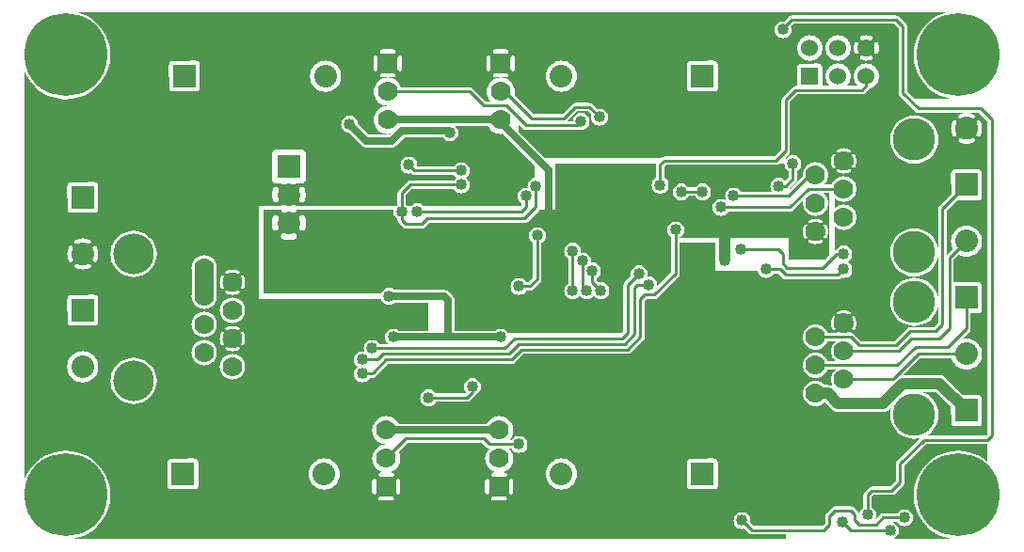
<source format=gbr>
G04 start of page 3 for group 1 idx 1 *
G04 Title: (unknown), solder *
G04 Creator: pcb 20140316 *
G04 CreationDate: Mon 18 May 2015 09:38:21 PM GMT UTC *
G04 For: ndholmes *
G04 Format: Gerber/RS-274X *
G04 PCB-Dimensions (mil): 3500.00 1900.00 *
G04 PCB-Coordinate-Origin: lower left *
%MOIN*%
%FSLAX25Y25*%
%LNBOTTOM*%
%ADD62C,0.0450*%
%ADD61C,0.0380*%
%ADD60C,0.0390*%
%ADD59C,0.0300*%
%ADD58C,0.1280*%
%ADD57C,0.1220*%
%ADD56C,0.0480*%
%ADD55C,0.1285*%
%ADD54C,0.0200*%
%ADD53C,0.0787*%
%ADD52C,0.0600*%
%ADD51C,0.0700*%
%ADD50C,0.1500*%
%ADD49C,0.1440*%
%ADD48C,0.0800*%
%ADD47C,0.2937*%
%ADD46C,0.0650*%
%ADD45C,0.0250*%
%ADD44C,0.0400*%
%ADD43C,0.0100*%
%ADD42C,0.0001*%
G54D42*G36*
X242500Y36500D02*X272000D01*
Y6000D01*
X260621D01*
X259399Y7223D01*
X259472Y7529D01*
X259500Y8000D01*
X259472Y8471D01*
X259362Y8930D01*
X259181Y9366D01*
X258935Y9769D01*
X258628Y10128D01*
X258269Y10435D01*
X257866Y10681D01*
X257430Y10862D01*
X256971Y10972D01*
X256500Y11009D01*
X256029Y10972D01*
X255570Y10862D01*
X255134Y10681D01*
X254731Y10435D01*
X254372Y10128D01*
X254065Y9769D01*
X253819Y9366D01*
X253638Y8930D01*
X253528Y8471D01*
X253491Y8000D01*
X253528Y7529D01*
X253638Y7070D01*
X253819Y6634D01*
X254065Y6231D01*
X254372Y5872D01*
X254731Y5565D01*
X255134Y5319D01*
X255570Y5138D01*
X256029Y5028D01*
X256500Y4991D01*
X256971Y5028D01*
X257277Y5101D01*
X258898Y3481D01*
X258936Y3436D01*
X259115Y3283D01*
X259116Y3283D01*
X259317Y3159D01*
X259535Y3069D01*
X259765Y3014D01*
X260000Y2995D01*
X260059Y3000D01*
X272000D01*
Y1500D01*
X242500D01*
Y19007D01*
X246735Y19014D01*
X246965Y19069D01*
X247183Y19159D01*
X247384Y19283D01*
X247564Y19436D01*
X247717Y19616D01*
X247841Y19817D01*
X247931Y20035D01*
X247986Y20265D01*
X248000Y20500D01*
X247986Y28735D01*
X247931Y28965D01*
X247841Y29183D01*
X247717Y29384D01*
X247564Y29564D01*
X247384Y29717D01*
X247183Y29841D01*
X246965Y29931D01*
X246735Y29986D01*
X246500Y30000D01*
X242500Y29993D01*
Y36500D01*
G37*
G36*
X192492D02*X242500D01*
Y29993D01*
X238265Y29986D01*
X238035Y29931D01*
X237817Y29841D01*
X237616Y29717D01*
X237436Y29564D01*
X237283Y29384D01*
X237159Y29183D01*
X237069Y28965D01*
X237014Y28735D01*
X237000Y28500D01*
X237014Y20265D01*
X237069Y20035D01*
X237159Y19817D01*
X237283Y19616D01*
X237436Y19436D01*
X237616Y19283D01*
X237817Y19159D01*
X238035Y19069D01*
X238265Y19014D01*
X238500Y19000D01*
X242500Y19007D01*
Y1500D01*
X192492D01*
Y18984D01*
X192500Y18983D01*
X193363Y19051D01*
X194205Y19253D01*
X195005Y19584D01*
X195743Y20037D01*
X196401Y20599D01*
X196963Y21257D01*
X197416Y21995D01*
X197747Y22795D01*
X197949Y23637D01*
X198000Y24500D01*
X197949Y25363D01*
X197747Y26205D01*
X197416Y27005D01*
X196963Y27743D01*
X196401Y28401D01*
X195743Y28963D01*
X195005Y29416D01*
X194205Y29747D01*
X193363Y29949D01*
X192500Y30017D01*
X192492Y30016D01*
Y36500D01*
G37*
G36*
X180099D02*X192492D01*
Y30016D01*
X191637Y29949D01*
X190795Y29747D01*
X189995Y29416D01*
X189257Y28963D01*
X188599Y28401D01*
X188037Y27743D01*
X187584Y27005D01*
X187253Y26205D01*
X187051Y25363D01*
X186983Y24500D01*
X187051Y23637D01*
X187253Y22795D01*
X187584Y21995D01*
X188037Y21257D01*
X188599Y20599D01*
X189257Y20037D01*
X189995Y19584D01*
X190795Y19253D01*
X191637Y19051D01*
X192492Y18984D01*
Y1500D01*
X174750D01*
Y17248D01*
X174868Y17257D01*
X174982Y17285D01*
X175092Y17330D01*
X175192Y17391D01*
X175282Y17468D01*
X175359Y17558D01*
X175420Y17658D01*
X175465Y17768D01*
X175493Y17882D01*
X175500Y18000D01*
Y22000D01*
X175493Y22118D01*
X175465Y22232D01*
X175420Y22342D01*
X175359Y22442D01*
X175282Y22532D01*
X175192Y22609D01*
X175092Y22670D01*
X174982Y22715D01*
X174868Y22743D01*
X174750Y22752D01*
Y27366D01*
X174969Y27723D01*
X175270Y28450D01*
X175454Y29215D01*
X175500Y30000D01*
X175454Y30785D01*
X175270Y31550D01*
X174969Y32277D01*
X174750Y32634D01*
Y33500D01*
X174901D01*
X175065Y33231D01*
X175372Y32872D01*
X175731Y32565D01*
X176134Y32319D01*
X176570Y32138D01*
X177029Y32028D01*
X177500Y31991D01*
X177971Y32028D01*
X178430Y32138D01*
X178866Y32319D01*
X179269Y32565D01*
X179628Y32872D01*
X179935Y33231D01*
X180181Y33634D01*
X180362Y34070D01*
X180472Y34529D01*
X180500Y35000D01*
X180472Y35471D01*
X180362Y35930D01*
X180181Y36366D01*
X180099Y36500D01*
G37*
G36*
X174750Y32634D02*X174558Y32948D01*
X174086Y33500D01*
X174750D01*
Y32634D01*
G37*
G36*
Y1500D02*X170500D01*
Y15000D01*
X172500D01*
X172618Y15007D01*
X172732Y15035D01*
X172842Y15080D01*
X172942Y15141D01*
X173032Y15218D01*
X173109Y15308D01*
X173170Y15408D01*
X173215Y15518D01*
X173243Y15632D01*
X173252Y15750D01*
X173243Y15868D01*
X173215Y15982D01*
X173170Y16092D01*
X173109Y16192D01*
X173032Y16282D01*
X172942Y16359D01*
X172842Y16420D01*
X172732Y16465D01*
X172618Y16493D01*
X172500Y16500D01*
X170500D01*
Y23500D01*
X172500D01*
X172618Y23507D01*
X172732Y23535D01*
X172842Y23580D01*
X172942Y23641D01*
X173032Y23718D01*
X173109Y23808D01*
X173170Y23908D01*
X173215Y24018D01*
X173243Y24132D01*
X173252Y24250D01*
X173243Y24368D01*
X173215Y24482D01*
X173170Y24592D01*
X173109Y24692D01*
X173032Y24782D01*
X172942Y24859D01*
X172842Y24920D01*
X172732Y24965D01*
X172618Y24993D01*
X172500Y25000D01*
X170696D01*
X171285Y25046D01*
X172050Y25230D01*
X172777Y25531D01*
X173448Y25942D01*
X174046Y26454D01*
X174558Y27052D01*
X174750Y27366D01*
Y22752D01*
X174632Y22743D01*
X174518Y22715D01*
X174408Y22670D01*
X174308Y22609D01*
X174218Y22532D01*
X174141Y22442D01*
X174080Y22342D01*
X174035Y22232D01*
X174007Y22118D01*
X174000Y22000D01*
Y18000D01*
X174007Y17882D01*
X174035Y17768D01*
X174080Y17658D01*
X174141Y17558D01*
X174218Y17468D01*
X174308Y17391D01*
X174408Y17330D01*
X174518Y17285D01*
X174632Y17257D01*
X174750Y17248D01*
Y1500D01*
G37*
G36*
X166250Y33700D02*X166317Y33659D01*
X166535Y33569D01*
X166765Y33514D01*
X166916Y33502D01*
X166442Y32948D01*
X166250Y32634D01*
Y33700D01*
G37*
G36*
X170500Y1500D02*X166250D01*
Y17248D01*
X166368Y17257D01*
X166482Y17285D01*
X166592Y17330D01*
X166692Y17391D01*
X166782Y17468D01*
X166859Y17558D01*
X166920Y17658D01*
X166965Y17768D01*
X166993Y17882D01*
X167000Y18000D01*
Y22000D01*
X166993Y22118D01*
X166965Y22232D01*
X166920Y22342D01*
X166859Y22442D01*
X166782Y22532D01*
X166692Y22609D01*
X166592Y22670D01*
X166482Y22715D01*
X166368Y22743D01*
X166250Y22752D01*
Y27366D01*
X166442Y27052D01*
X166954Y26454D01*
X167552Y25942D01*
X168223Y25531D01*
X168950Y25230D01*
X169715Y25046D01*
X170304Y25000D01*
X168500D01*
X168382Y24993D01*
X168268Y24965D01*
X168158Y24920D01*
X168058Y24859D01*
X167968Y24782D01*
X167891Y24692D01*
X167830Y24592D01*
X167785Y24482D01*
X167757Y24368D01*
X167748Y24250D01*
X167757Y24132D01*
X167785Y24018D01*
X167830Y23908D01*
X167891Y23808D01*
X167968Y23718D01*
X168058Y23641D01*
X168158Y23580D01*
X168268Y23535D01*
X168382Y23507D01*
X168500Y23500D01*
X170500D01*
Y16500D01*
X168500D01*
X168382Y16493D01*
X168268Y16465D01*
X168158Y16420D01*
X168058Y16359D01*
X167968Y16282D01*
X167891Y16192D01*
X167830Y16092D01*
X167785Y15982D01*
X167757Y15868D01*
X167748Y15750D01*
X167757Y15632D01*
X167785Y15518D01*
X167830Y15408D01*
X167891Y15308D01*
X167968Y15218D01*
X168058Y15141D01*
X168158Y15080D01*
X168268Y15035D01*
X168382Y15007D01*
X168500Y15000D01*
X170500D01*
Y1500D01*
G37*
G36*
X166250D02*X134750D01*
Y17248D01*
X134868Y17257D01*
X134982Y17285D01*
X135092Y17330D01*
X135192Y17391D01*
X135282Y17468D01*
X135359Y17558D01*
X135420Y17658D01*
X135465Y17768D01*
X135493Y17882D01*
X135500Y18000D01*
Y22000D01*
X135493Y22118D01*
X135465Y22232D01*
X135420Y22342D01*
X135359Y22442D01*
X135282Y22532D01*
X135192Y22609D01*
X135092Y22670D01*
X134982Y22715D01*
X134868Y22743D01*
X134750Y22752D01*
Y27366D01*
X134969Y27723D01*
X135270Y28450D01*
X135454Y29215D01*
X135500Y30000D01*
X135454Y30785D01*
X135270Y31550D01*
X134969Y32277D01*
X134942Y32321D01*
X138121Y35500D01*
X164379D01*
X165898Y33981D01*
X165936Y33936D01*
X166116Y33783D01*
X166250Y33700D01*
Y32634D01*
X166031Y32277D01*
X165730Y31550D01*
X165546Y30785D01*
X165485Y30000D01*
X165546Y29215D01*
X165730Y28450D01*
X166031Y27723D01*
X166250Y27366D01*
Y22752D01*
X166132Y22743D01*
X166018Y22715D01*
X165908Y22670D01*
X165808Y22609D01*
X165718Y22532D01*
X165641Y22442D01*
X165580Y22342D01*
X165535Y22232D01*
X165507Y22118D01*
X165500Y22000D01*
Y18000D01*
X165507Y17882D01*
X165535Y17768D01*
X165580Y17658D01*
X165641Y17558D01*
X165718Y17468D01*
X165808Y17391D01*
X165908Y17330D01*
X166018Y17285D01*
X166132Y17257D01*
X166250Y17248D01*
Y1500D01*
G37*
G36*
X134750D02*X130500D01*
Y15000D01*
X132500D01*
X132618Y15007D01*
X132732Y15035D01*
X132842Y15080D01*
X132942Y15141D01*
X133032Y15218D01*
X133109Y15308D01*
X133170Y15408D01*
X133215Y15518D01*
X133243Y15632D01*
X133252Y15750D01*
X133243Y15868D01*
X133215Y15982D01*
X133170Y16092D01*
X133109Y16192D01*
X133032Y16282D01*
X132942Y16359D01*
X132842Y16420D01*
X132732Y16465D01*
X132618Y16493D01*
X132500Y16500D01*
X130500D01*
Y23500D01*
X132500D01*
X132618Y23507D01*
X132732Y23535D01*
X132842Y23580D01*
X132942Y23641D01*
X133032Y23718D01*
X133109Y23808D01*
X133170Y23908D01*
X133215Y24018D01*
X133243Y24132D01*
X133252Y24250D01*
X133243Y24368D01*
X133215Y24482D01*
X133170Y24592D01*
X133109Y24692D01*
X133032Y24782D01*
X132942Y24859D01*
X132842Y24920D01*
X132732Y24965D01*
X132618Y24993D01*
X132500Y25000D01*
X130696D01*
X131285Y25046D01*
X132050Y25230D01*
X132777Y25531D01*
X133448Y25942D01*
X134046Y26454D01*
X134558Y27052D01*
X134750Y27366D01*
Y22752D01*
X134632Y22743D01*
X134518Y22715D01*
X134408Y22670D01*
X134308Y22609D01*
X134218Y22532D01*
X134141Y22442D01*
X134080Y22342D01*
X134035Y22232D01*
X134007Y22118D01*
X134000Y22000D01*
Y18000D01*
X134007Y17882D01*
X134035Y17768D01*
X134080Y17658D01*
X134141Y17558D01*
X134218Y17468D01*
X134308Y17391D01*
X134408Y17330D01*
X134518Y17285D01*
X134632Y17257D01*
X134750Y17248D01*
Y1500D01*
G37*
G36*
X181000Y22500D02*X175309D01*
X175282Y22532D01*
X175192Y22609D01*
X175092Y22670D01*
X174982Y22715D01*
X174868Y22743D01*
X174750Y22752D01*
X174632Y22743D01*
X174518Y22715D01*
X174408Y22670D01*
X174308Y22609D01*
X174218Y22532D01*
X174191Y22500D01*
X166809D01*
X166782Y22532D01*
X166692Y22609D01*
X166592Y22670D01*
X166482Y22715D01*
X166368Y22743D01*
X166250Y22752D01*
X166132Y22743D01*
X166018Y22715D01*
X165908Y22670D01*
X165808Y22609D01*
X165718Y22532D01*
X165691Y22500D01*
X152992D01*
Y35500D01*
X164379D01*
X165898Y33981D01*
X165936Y33936D01*
X166116Y33783D01*
X166317Y33659D01*
X166535Y33569D01*
X166765Y33514D01*
X166916Y33502D01*
X166442Y32948D01*
X166031Y32277D01*
X165730Y31550D01*
X165546Y30785D01*
X165485Y30000D01*
X165546Y29215D01*
X165730Y28450D01*
X166031Y27723D01*
X166442Y27052D01*
X166954Y26454D01*
X167552Y25942D01*
X168223Y25531D01*
X168950Y25230D01*
X169715Y25046D01*
X170304Y25000D01*
X168500D01*
X168382Y24993D01*
X168268Y24965D01*
X168158Y24920D01*
X168058Y24859D01*
X167968Y24782D01*
X167891Y24692D01*
X167830Y24592D01*
X167785Y24482D01*
X167757Y24368D01*
X167748Y24250D01*
X167757Y24132D01*
X167785Y24018D01*
X167830Y23908D01*
X167891Y23808D01*
X167968Y23718D01*
X168058Y23641D01*
X168158Y23580D01*
X168268Y23535D01*
X168382Y23507D01*
X168500Y23500D01*
X172500D01*
X172618Y23507D01*
X172732Y23535D01*
X172842Y23580D01*
X172942Y23641D01*
X173032Y23718D01*
X173109Y23808D01*
X173170Y23908D01*
X173215Y24018D01*
X173243Y24132D01*
X173252Y24250D01*
X173243Y24368D01*
X173215Y24482D01*
X173170Y24592D01*
X173109Y24692D01*
X173032Y24782D01*
X172942Y24859D01*
X172842Y24920D01*
X172732Y24965D01*
X172618Y24993D01*
X172500Y25000D01*
X170696D01*
X171285Y25046D01*
X172050Y25230D01*
X172777Y25531D01*
X173448Y25942D01*
X174046Y26454D01*
X174558Y27052D01*
X174969Y27723D01*
X175270Y28450D01*
X175454Y29215D01*
X175500Y30000D01*
X175454Y30785D01*
X175270Y31550D01*
X174969Y32277D01*
X174558Y32948D01*
X174086Y33500D01*
X174901D01*
X175065Y33231D01*
X175372Y32872D01*
X175731Y32565D01*
X176134Y32319D01*
X176570Y32138D01*
X177029Y32028D01*
X177500Y31991D01*
X177971Y32028D01*
X178430Y32138D01*
X178866Y32319D01*
X179269Y32565D01*
X179628Y32872D01*
X179935Y33231D01*
X180181Y33634D01*
X180362Y34070D01*
X180472Y34529D01*
X180500Y35000D01*
X180472Y35471D01*
X180362Y35930D01*
X180181Y36366D01*
X179935Y36769D01*
X179628Y37128D01*
X179269Y37435D01*
X178866Y37681D01*
X178430Y37862D01*
X177971Y37972D01*
X177500Y38009D01*
X177029Y37972D01*
X176570Y37862D01*
X176134Y37681D01*
X175731Y37435D01*
X175372Y37128D01*
X175065Y36769D01*
X174901Y36500D01*
X174086D01*
X174558Y37052D01*
X174969Y37723D01*
X175270Y38450D01*
X175454Y39215D01*
X175500Y40000D01*
X175454Y40785D01*
X175270Y41550D01*
X174969Y42277D01*
X174558Y42948D01*
X174046Y43546D01*
X173448Y44058D01*
X172777Y44469D01*
X172050Y44770D01*
X171285Y44954D01*
X170500Y45015D01*
X169715Y44954D01*
X168950Y44770D01*
X168223Y44469D01*
X167552Y44058D01*
X166954Y43546D01*
X166442Y42948D01*
X166031Y42277D01*
X166020Y42250D01*
X152992D01*
Y50000D01*
X158941D01*
X159000Y49995D01*
X159235Y50014D01*
X159235Y50014D01*
X159465Y50069D01*
X159683Y50159D01*
X159884Y50283D01*
X160064Y50436D01*
X160102Y50481D01*
X161621Y52000D01*
X181000D01*
Y22500D01*
G37*
G36*
X152992D02*X135309D01*
X135282Y22532D01*
X135192Y22609D01*
X135092Y22670D01*
X134982Y22715D01*
X134868Y22743D01*
X134750Y22752D01*
X134632Y22743D01*
X134518Y22715D01*
X134408Y22670D01*
X134308Y22609D01*
X134218Y22532D01*
X134191Y22500D01*
X126809D01*
X126782Y22532D01*
X126692Y22609D01*
X126592Y22670D01*
X126482Y22715D01*
X126368Y22743D01*
X126250Y22752D01*
X126132Y22743D01*
X126018Y22715D01*
X125908Y22670D01*
X125808Y22609D01*
X125718Y22532D01*
X125691Y22500D01*
X123500D01*
Y52000D01*
X142535D01*
X142528Y51971D01*
X142491Y51500D01*
X142528Y51029D01*
X142638Y50570D01*
X142819Y50134D01*
X143065Y49731D01*
X143372Y49372D01*
X143731Y49065D01*
X144134Y48819D01*
X144570Y48638D01*
X145029Y48528D01*
X145500Y48491D01*
X145971Y48528D01*
X146430Y48638D01*
X146866Y48819D01*
X147269Y49065D01*
X147628Y49372D01*
X147935Y49731D01*
X148099Y50000D01*
X152992D01*
Y42250D01*
X134980D01*
X134969Y42277D01*
X134558Y42948D01*
X134046Y43546D01*
X133448Y44058D01*
X132777Y44469D01*
X132050Y44770D01*
X131285Y44954D01*
X130500Y45015D01*
X129715Y44954D01*
X128950Y44770D01*
X128223Y44469D01*
X127552Y44058D01*
X126954Y43546D01*
X126442Y42948D01*
X126031Y42277D01*
X125730Y41550D01*
X125546Y40785D01*
X125485Y40000D01*
X125546Y39215D01*
X125730Y38450D01*
X126031Y37723D01*
X126442Y37052D01*
X126954Y36454D01*
X127552Y35942D01*
X128223Y35531D01*
X128950Y35230D01*
X129715Y35046D01*
X130304Y35000D01*
X129715Y34954D01*
X128950Y34770D01*
X128223Y34469D01*
X127552Y34058D01*
X126954Y33546D01*
X126442Y32948D01*
X126031Y32277D01*
X125730Y31550D01*
X125546Y30785D01*
X125485Y30000D01*
X125546Y29215D01*
X125730Y28450D01*
X126031Y27723D01*
X126442Y27052D01*
X126954Y26454D01*
X127552Y25942D01*
X128223Y25531D01*
X128950Y25230D01*
X129715Y25046D01*
X130304Y25000D01*
X128500D01*
X128382Y24993D01*
X128268Y24965D01*
X128158Y24920D01*
X128058Y24859D01*
X127968Y24782D01*
X127891Y24692D01*
X127830Y24592D01*
X127785Y24482D01*
X127757Y24368D01*
X127748Y24250D01*
X127757Y24132D01*
X127785Y24018D01*
X127830Y23908D01*
X127891Y23808D01*
X127968Y23718D01*
X128058Y23641D01*
X128158Y23580D01*
X128268Y23535D01*
X128382Y23507D01*
X128500Y23500D01*
X132500D01*
X132618Y23507D01*
X132732Y23535D01*
X132842Y23580D01*
X132942Y23641D01*
X133032Y23718D01*
X133109Y23808D01*
X133170Y23908D01*
X133215Y24018D01*
X133243Y24132D01*
X133252Y24250D01*
X133243Y24368D01*
X133215Y24482D01*
X133170Y24592D01*
X133109Y24692D01*
X133032Y24782D01*
X132942Y24859D01*
X132842Y24920D01*
X132732Y24965D01*
X132618Y24993D01*
X132500Y25000D01*
X130696D01*
X131285Y25046D01*
X132050Y25230D01*
X132777Y25531D01*
X133448Y25942D01*
X134046Y26454D01*
X134558Y27052D01*
X134969Y27723D01*
X135270Y28450D01*
X135454Y29215D01*
X135500Y30000D01*
X135454Y30785D01*
X135270Y31550D01*
X134969Y32277D01*
X134942Y32321D01*
X138121Y35500D01*
X152992D01*
Y22500D01*
G37*
G36*
X134750Y27366D02*X134969Y27723D01*
X135270Y28450D01*
X135454Y29215D01*
X135500Y30000D01*
X135454Y30785D01*
X135270Y31550D01*
X134969Y32277D01*
X134942Y32321D01*
X137000Y34379D01*
Y1500D01*
X134750D01*
Y17248D01*
X134868Y17257D01*
X134982Y17285D01*
X135092Y17330D01*
X135192Y17391D01*
X135282Y17468D01*
X135359Y17558D01*
X135420Y17658D01*
X135465Y17768D01*
X135493Y17882D01*
X135500Y18000D01*
Y22000D01*
X135493Y22118D01*
X135465Y22232D01*
X135420Y22342D01*
X135359Y22442D01*
X135282Y22532D01*
X135192Y22609D01*
X135092Y22670D01*
X134982Y22715D01*
X134868Y22743D01*
X134750Y22752D01*
Y27366D01*
G37*
G36*
X130500Y23500D02*X132500D01*
X132618Y23507D01*
X132732Y23535D01*
X132842Y23580D01*
X132942Y23641D01*
X133032Y23718D01*
X133109Y23808D01*
X133170Y23908D01*
X133215Y24018D01*
X133243Y24132D01*
X133252Y24250D01*
X133243Y24368D01*
X133215Y24482D01*
X133170Y24592D01*
X133109Y24692D01*
X133032Y24782D01*
X132942Y24859D01*
X132842Y24920D01*
X132732Y24965D01*
X132618Y24993D01*
X132500Y25000D01*
X130696D01*
X131285Y25046D01*
X132050Y25230D01*
X132777Y25531D01*
X133448Y25942D01*
X134046Y26454D01*
X134558Y27052D01*
X134750Y27366D01*
Y22752D01*
X134632Y22743D01*
X134518Y22715D01*
X134408Y22670D01*
X134308Y22609D01*
X134218Y22532D01*
X134141Y22442D01*
X134080Y22342D01*
X134035Y22232D01*
X134007Y22118D01*
X134000Y22000D01*
Y18000D01*
X134007Y17882D01*
X134035Y17768D01*
X134080Y17658D01*
X134141Y17558D01*
X134218Y17468D01*
X134308Y17391D01*
X134408Y17330D01*
X134518Y17285D01*
X134632Y17257D01*
X134750Y17248D01*
Y1500D01*
X130500D01*
Y15000D01*
X132500D01*
X132618Y15007D01*
X132732Y15035D01*
X132842Y15080D01*
X132942Y15141D01*
X133032Y15218D01*
X133109Y15308D01*
X133170Y15408D01*
X133215Y15518D01*
X133243Y15632D01*
X133252Y15750D01*
X133243Y15868D01*
X133215Y15982D01*
X133170Y16092D01*
X133109Y16192D01*
X133032Y16282D01*
X132942Y16359D01*
X132842Y16420D01*
X132732Y16465D01*
X132618Y16493D01*
X132500Y16500D01*
X130500D01*
Y23500D01*
G37*
G36*
Y55500D02*X137000D01*
Y42250D01*
X134980D01*
X134969Y42277D01*
X134558Y42948D01*
X134046Y43546D01*
X133448Y44058D01*
X132777Y44469D01*
X132050Y44770D01*
X131285Y44954D01*
X130500Y45015D01*
Y55500D01*
G37*
G36*
X126250Y27366D02*X126442Y27052D01*
X126954Y26454D01*
X127552Y25942D01*
X128223Y25531D01*
X128950Y25230D01*
X129715Y25046D01*
X130304Y25000D01*
X128500D01*
X128382Y24993D01*
X128268Y24965D01*
X128158Y24920D01*
X128058Y24859D01*
X127968Y24782D01*
X127891Y24692D01*
X127830Y24592D01*
X127785Y24482D01*
X127757Y24368D01*
X127748Y24250D01*
X127757Y24132D01*
X127785Y24018D01*
X127830Y23908D01*
X127891Y23808D01*
X127968Y23718D01*
X128058Y23641D01*
X128158Y23580D01*
X128268Y23535D01*
X128382Y23507D01*
X128500Y23500D01*
X130500D01*
Y16500D01*
X128500D01*
X128382Y16493D01*
X128268Y16465D01*
X128158Y16420D01*
X128058Y16359D01*
X127968Y16282D01*
X127891Y16192D01*
X127830Y16092D01*
X127785Y15982D01*
X127757Y15868D01*
X127748Y15750D01*
X127757Y15632D01*
X127785Y15518D01*
X127830Y15408D01*
X127891Y15308D01*
X127968Y15218D01*
X128058Y15141D01*
X128158Y15080D01*
X128268Y15035D01*
X128382Y15007D01*
X128500Y15000D01*
X130500D01*
Y1500D01*
X126250D01*
Y17248D01*
X126368Y17257D01*
X126482Y17285D01*
X126592Y17330D01*
X126692Y17391D01*
X126782Y17468D01*
X126859Y17558D01*
X126920Y17658D01*
X126965Y17768D01*
X126993Y17882D01*
X127000Y18000D01*
Y22000D01*
X126993Y22118D01*
X126965Y22232D01*
X126920Y22342D01*
X126859Y22442D01*
X126782Y22532D01*
X126692Y22609D01*
X126592Y22670D01*
X126482Y22715D01*
X126368Y22743D01*
X126250Y22752D01*
Y27366D01*
G37*
G36*
Y37366D02*X126442Y37052D01*
X126954Y36454D01*
X127552Y35942D01*
X128223Y35531D01*
X128950Y35230D01*
X129715Y35046D01*
X130304Y35000D01*
X129715Y34954D01*
X128950Y34770D01*
X128223Y34469D01*
X127552Y34058D01*
X126954Y33546D01*
X126442Y32948D01*
X126250Y32634D01*
Y37366D01*
G37*
G36*
Y55500D02*X130500D01*
Y45015D01*
X130500D01*
X129715Y44954D01*
X128950Y44770D01*
X128223Y44469D01*
X127552Y44058D01*
X126954Y43546D01*
X126442Y42948D01*
X126250Y42634D01*
Y55500D01*
G37*
G36*
X104000D02*X126250D01*
Y42634D01*
X126031Y42277D01*
X125730Y41550D01*
X125546Y40785D01*
X125485Y40000D01*
X125546Y39215D01*
X125730Y38450D01*
X126031Y37723D01*
X126250Y37366D01*
Y32634D01*
X126031Y32277D01*
X125730Y31550D01*
X125546Y30785D01*
X125485Y30000D01*
X125546Y29215D01*
X125730Y28450D01*
X126031Y27723D01*
X126250Y27366D01*
Y22752D01*
X126132Y22743D01*
X126018Y22715D01*
X125908Y22670D01*
X125808Y22609D01*
X125718Y22532D01*
X125641Y22442D01*
X125580Y22342D01*
X125535Y22232D01*
X125507Y22118D01*
X125500Y22000D01*
Y18000D01*
X125507Y17882D01*
X125535Y17768D01*
X125580Y17658D01*
X125641Y17558D01*
X125718Y17468D01*
X125808Y17391D01*
X125908Y17330D01*
X126018Y17285D01*
X126132Y17257D01*
X126250Y17248D01*
Y1500D01*
X104000D01*
Y21317D01*
X104037Y21257D01*
X104599Y20599D01*
X105257Y20037D01*
X105995Y19584D01*
X106795Y19253D01*
X107637Y19051D01*
X108500Y18983D01*
X109363Y19051D01*
X110205Y19253D01*
X111005Y19584D01*
X111743Y20037D01*
X112401Y20599D01*
X112963Y21257D01*
X113416Y21995D01*
X113747Y22795D01*
X113949Y23637D01*
X114000Y24500D01*
X113949Y25363D01*
X113747Y26205D01*
X113416Y27005D01*
X112963Y27743D01*
X112401Y28401D01*
X111743Y28963D01*
X111005Y29416D01*
X110205Y29747D01*
X109363Y29949D01*
X108500Y30017D01*
X107637Y29949D01*
X106795Y29747D01*
X105995Y29416D01*
X105257Y28963D01*
X104599Y28401D01*
X104037Y27743D01*
X104000Y27683D01*
Y55500D01*
G37*
G36*
X118000Y86500D02*X128667D01*
X128819Y86134D01*
X129065Y85731D01*
X129372Y85372D01*
X129731Y85065D01*
X130134Y84819D01*
X130570Y84638D01*
X131029Y84528D01*
X131500Y84491D01*
X131971Y84528D01*
X132430Y84638D01*
X132866Y84819D01*
X133269Y85065D01*
X133485Y85250D01*
X145500D01*
Y75250D01*
X134985D01*
X134769Y75435D01*
X134366Y75681D01*
X133930Y75862D01*
X133471Y75972D01*
X133000Y76009D01*
X132529Y75972D01*
X132070Y75862D01*
X131634Y75681D01*
X131231Y75435D01*
X130872Y75128D01*
X130565Y74769D01*
X130319Y74366D01*
X130138Y73930D01*
X130028Y73471D01*
X129991Y73000D01*
X130028Y72529D01*
X130138Y72070D01*
X130319Y71634D01*
X130565Y71231D01*
X130872Y70872D01*
X131231Y70565D01*
X131338Y70500D01*
X128099D01*
X127935Y70769D01*
X127628Y71128D01*
X127269Y71435D01*
X126866Y71681D01*
X126430Y71862D01*
X125971Y71972D01*
X125500Y72009D01*
X125029Y71972D01*
X124570Y71862D01*
X124134Y71681D01*
X123731Y71435D01*
X123372Y71128D01*
X123065Y70769D01*
X122819Y70366D01*
X122638Y69930D01*
X122528Y69471D01*
X122491Y69000D01*
X122528Y68529D01*
X122638Y68070D01*
X122702Y67917D01*
X122471Y67972D01*
X122000Y68009D01*
X121529Y67972D01*
X121070Y67862D01*
X120634Y67681D01*
X120231Y67435D01*
X119872Y67128D01*
X119565Y66769D01*
X119319Y66366D01*
X119138Y65930D01*
X119028Y65471D01*
X118991Y65000D01*
X119028Y64529D01*
X119138Y64070D01*
X119319Y63634D01*
X119565Y63231D01*
X119872Y62872D01*
X120231Y62565D01*
X120338Y62500D01*
X120231Y62435D01*
X119872Y62128D01*
X119565Y61769D01*
X119319Y61366D01*
X119138Y60930D01*
X119028Y60471D01*
X118991Y60000D01*
X119028Y59529D01*
X119138Y59070D01*
X119319Y58634D01*
X119565Y58231D01*
X119872Y57872D01*
X120231Y57565D01*
X120634Y57319D01*
X121070Y57138D01*
X121529Y57028D01*
X122000Y56991D01*
X122471Y57028D01*
X122930Y57138D01*
X123366Y57319D01*
X123769Y57565D01*
X124128Y57872D01*
X124435Y58231D01*
X124599Y58500D01*
X125441D01*
X125500Y58495D01*
X125735Y58514D01*
X125735Y58514D01*
X125965Y58569D01*
X126183Y58659D01*
X126384Y58783D01*
X126564Y58936D01*
X126602Y58981D01*
X131121Y63500D01*
X145500D01*
Y54509D01*
X145029Y54472D01*
X144570Y54362D01*
X144134Y54181D01*
X143731Y53935D01*
X143372Y53628D01*
X143065Y53269D01*
X142819Y52866D01*
X142638Y52430D01*
X142528Y51971D01*
X142491Y51500D01*
X118000D01*
Y86500D01*
G37*
G36*
X174750Y27366D02*X174969Y27723D01*
X175270Y28450D01*
X175454Y29215D01*
X175500Y30000D01*
X175454Y30785D01*
X175270Y31550D01*
X174969Y32277D01*
X174750Y32634D01*
Y33500D01*
X174901D01*
X175065Y33231D01*
X175372Y32872D01*
X175731Y32565D01*
X176134Y32319D01*
X176570Y32138D01*
X177000Y32035D01*
Y11500D01*
X174750D01*
Y17248D01*
X174868Y17257D01*
X174982Y17285D01*
X175092Y17330D01*
X175192Y17391D01*
X175282Y17468D01*
X175359Y17558D01*
X175420Y17658D01*
X175465Y17768D01*
X175493Y17882D01*
X175500Y18000D01*
Y22000D01*
X175493Y22118D01*
X175465Y22232D01*
X175420Y22342D01*
X175359Y22442D01*
X175282Y22532D01*
X175192Y22609D01*
X175092Y22670D01*
X174982Y22715D01*
X174868Y22743D01*
X174750Y22752D01*
Y27366D01*
G37*
G36*
Y32634D02*X174558Y32948D01*
X174086Y33500D01*
X174750D01*
Y32634D01*
G37*
G36*
X170500Y23500D02*X172500D01*
X172618Y23507D01*
X172732Y23535D01*
X172842Y23580D01*
X172942Y23641D01*
X173032Y23718D01*
X173109Y23808D01*
X173170Y23908D01*
X173215Y24018D01*
X173243Y24132D01*
X173252Y24250D01*
X173243Y24368D01*
X173215Y24482D01*
X173170Y24592D01*
X173109Y24692D01*
X173032Y24782D01*
X172942Y24859D01*
X172842Y24920D01*
X172732Y24965D01*
X172618Y24993D01*
X172500Y25000D01*
X170696D01*
X171285Y25046D01*
X172050Y25230D01*
X172777Y25531D01*
X173448Y25942D01*
X174046Y26454D01*
X174558Y27052D01*
X174750Y27366D01*
Y22752D01*
X174632Y22743D01*
X174518Y22715D01*
X174408Y22670D01*
X174308Y22609D01*
X174218Y22532D01*
X174141Y22442D01*
X174080Y22342D01*
X174035Y22232D01*
X174007Y22118D01*
X174000Y22000D01*
Y18000D01*
X174007Y17882D01*
X174035Y17768D01*
X174080Y17658D01*
X174141Y17558D01*
X174218Y17468D01*
X174308Y17391D01*
X174408Y17330D01*
X174518Y17285D01*
X174632Y17257D01*
X174750Y17248D01*
Y11500D01*
X170500D01*
Y15000D01*
X172500D01*
X172618Y15007D01*
X172732Y15035D01*
X172842Y15080D01*
X172942Y15141D01*
X173032Y15218D01*
X173109Y15308D01*
X173170Y15408D01*
X173215Y15518D01*
X173243Y15632D01*
X173252Y15750D01*
X173243Y15868D01*
X173215Y15982D01*
X173170Y16092D01*
X173109Y16192D01*
X173032Y16282D01*
X172942Y16359D01*
X172842Y16420D01*
X172732Y16465D01*
X172618Y16493D01*
X172500Y16500D01*
X170500D01*
Y23500D01*
G37*
G36*
X166250Y27366D02*X166442Y27052D01*
X166954Y26454D01*
X167552Y25942D01*
X168223Y25531D01*
X168950Y25230D01*
X169715Y25046D01*
X170304Y25000D01*
X168500D01*
X168382Y24993D01*
X168268Y24965D01*
X168158Y24920D01*
X168058Y24859D01*
X167968Y24782D01*
X167891Y24692D01*
X167830Y24592D01*
X167785Y24482D01*
X167757Y24368D01*
X167748Y24250D01*
X167757Y24132D01*
X167785Y24018D01*
X167830Y23908D01*
X167891Y23808D01*
X167968Y23718D01*
X168058Y23641D01*
X168158Y23580D01*
X168268Y23535D01*
X168382Y23507D01*
X168500Y23500D01*
X170500D01*
Y16500D01*
X168500D01*
X168382Y16493D01*
X168268Y16465D01*
X168158Y16420D01*
X168058Y16359D01*
X167968Y16282D01*
X167891Y16192D01*
X167830Y16092D01*
X167785Y15982D01*
X167757Y15868D01*
X167748Y15750D01*
X167757Y15632D01*
X167785Y15518D01*
X167830Y15408D01*
X167891Y15308D01*
X167968Y15218D01*
X168058Y15141D01*
X168158Y15080D01*
X168268Y15035D01*
X168382Y15007D01*
X168500Y15000D01*
X170500D01*
Y11500D01*
X166250D01*
Y17248D01*
X166368Y17257D01*
X166482Y17285D01*
X166592Y17330D01*
X166692Y17391D01*
X166782Y17468D01*
X166859Y17558D01*
X166920Y17658D01*
X166965Y17768D01*
X166993Y17882D01*
X167000Y18000D01*
Y22000D01*
X166993Y22118D01*
X166965Y22232D01*
X166920Y22342D01*
X166859Y22442D01*
X166782Y22532D01*
X166692Y22609D01*
X166592Y22670D01*
X166482Y22715D01*
X166368Y22743D01*
X166250Y22752D01*
Y27366D01*
G37*
G36*
Y33700D02*X166317Y33659D01*
X166535Y33569D01*
X166765Y33514D01*
X166916Y33502D01*
X166442Y32948D01*
X166250Y32634D01*
Y33700D01*
G37*
G36*
X153245Y35500D02*X164379D01*
X165898Y33981D01*
X165936Y33936D01*
X166116Y33783D01*
X166250Y33700D01*
Y32634D01*
X166031Y32277D01*
X165730Y31550D01*
X165546Y30785D01*
X165485Y30000D01*
X165546Y29215D01*
X165730Y28450D01*
X166031Y27723D01*
X166250Y27366D01*
Y22752D01*
X166132Y22743D01*
X166018Y22715D01*
X165908Y22670D01*
X165808Y22609D01*
X165718Y22532D01*
X165641Y22442D01*
X165580Y22342D01*
X165535Y22232D01*
X165507Y22118D01*
X165500Y22000D01*
Y18000D01*
X165507Y17882D01*
X165535Y17768D01*
X165580Y17658D01*
X165641Y17558D01*
X165718Y17468D01*
X165808Y17391D01*
X165908Y17330D01*
X166018Y17285D01*
X166132Y17257D01*
X166250Y17248D01*
Y11500D01*
X153245D01*
Y35500D01*
G37*
G36*
Y63500D02*X174941D01*
X175000Y63495D01*
X175235Y63514D01*
X175235Y63514D01*
X175465Y63569D01*
X175683Y63659D01*
X175884Y63783D01*
X176064Y63936D01*
X176102Y63981D01*
X177000Y64879D01*
Y37965D01*
X176570Y37862D01*
X176134Y37681D01*
X175731Y37435D01*
X175372Y37128D01*
X175065Y36769D01*
X174901Y36500D01*
X174086D01*
X174558Y37052D01*
X174969Y37723D01*
X175270Y38450D01*
X175454Y39215D01*
X175500Y40000D01*
X175454Y40785D01*
X175270Y41550D01*
X174969Y42277D01*
X174558Y42948D01*
X174046Y43546D01*
X173448Y44058D01*
X172777Y44469D01*
X172050Y44770D01*
X171285Y44954D01*
X170500Y45015D01*
X169715Y44954D01*
X168950Y44770D01*
X168223Y44469D01*
X167552Y44058D01*
X166954Y43546D01*
X166442Y42948D01*
X166031Y42277D01*
X166020Y42250D01*
X153245D01*
Y50000D01*
X158941D01*
X159000Y49995D01*
X159235Y50014D01*
X159235Y50014D01*
X159465Y50069D01*
X159683Y50159D01*
X159884Y50283D01*
X160064Y50436D01*
X160102Y50481D01*
X162019Y52398D01*
X162064Y52436D01*
X162217Y52615D01*
X162217Y52616D01*
X162333Y52805D01*
X162366Y52819D01*
X162769Y53065D01*
X163128Y53372D01*
X163435Y53731D01*
X163681Y54134D01*
X163862Y54570D01*
X163972Y55029D01*
X164000Y55500D01*
X163972Y55971D01*
X163862Y56430D01*
X163681Y56866D01*
X163435Y57269D01*
X163128Y57628D01*
X162769Y57935D01*
X162366Y58181D01*
X161930Y58362D01*
X161471Y58472D01*
X161000Y58509D01*
X160529Y58472D01*
X160070Y58362D01*
X159634Y58181D01*
X159231Y57935D01*
X158872Y57628D01*
X158565Y57269D01*
X158319Y56866D01*
X158138Y56430D01*
X158028Y55971D01*
X157991Y55500D01*
X158028Y55029D01*
X158138Y54570D01*
X158319Y54134D01*
X158565Y53731D01*
X158816Y53438D01*
X158379Y53000D01*
X153245D01*
Y63500D01*
G37*
G36*
X130500Y71338D02*X130565Y71231D01*
X130872Y70872D01*
X131231Y70565D01*
X131338Y70500D01*
X130500D01*
Y71338D01*
G37*
G36*
X134750Y27366D02*X134969Y27723D01*
X135270Y28450D01*
X135454Y29215D01*
X135500Y30000D01*
X135454Y30785D01*
X135270Y31550D01*
X134969Y32277D01*
X134942Y32321D01*
X138121Y35500D01*
X153245D01*
Y11500D01*
X134750D01*
Y17248D01*
X134868Y17257D01*
X134982Y17285D01*
X135092Y17330D01*
X135192Y17391D01*
X135282Y17468D01*
X135359Y17558D01*
X135420Y17658D01*
X135465Y17768D01*
X135493Y17882D01*
X135500Y18000D01*
Y22000D01*
X135493Y22118D01*
X135465Y22232D01*
X135420Y22342D01*
X135359Y22442D01*
X135282Y22532D01*
X135192Y22609D01*
X135092Y22670D01*
X134982Y22715D01*
X134868Y22743D01*
X134750Y22752D01*
Y27366D01*
G37*
G36*
X130500Y23500D02*X132500D01*
X132618Y23507D01*
X132732Y23535D01*
X132842Y23580D01*
X132942Y23641D01*
X133032Y23718D01*
X133109Y23808D01*
X133170Y23908D01*
X133215Y24018D01*
X133243Y24132D01*
X133252Y24250D01*
X133243Y24368D01*
X133215Y24482D01*
X133170Y24592D01*
X133109Y24692D01*
X133032Y24782D01*
X132942Y24859D01*
X132842Y24920D01*
X132732Y24965D01*
X132618Y24993D01*
X132500Y25000D01*
X130696D01*
X131285Y25046D01*
X132050Y25230D01*
X132777Y25531D01*
X133448Y25942D01*
X134046Y26454D01*
X134558Y27052D01*
X134750Y27366D01*
Y22752D01*
X134632Y22743D01*
X134518Y22715D01*
X134408Y22670D01*
X134308Y22609D01*
X134218Y22532D01*
X134141Y22442D01*
X134080Y22342D01*
X134035Y22232D01*
X134007Y22118D01*
X134000Y22000D01*
Y18000D01*
X134007Y17882D01*
X134035Y17768D01*
X134080Y17658D01*
X134141Y17558D01*
X134218Y17468D01*
X134308Y17391D01*
X134408Y17330D01*
X134518Y17285D01*
X134632Y17257D01*
X134750Y17248D01*
Y11500D01*
X130500D01*
Y15000D01*
X132500D01*
X132618Y15007D01*
X132732Y15035D01*
X132842Y15080D01*
X132942Y15141D01*
X133032Y15218D01*
X133109Y15308D01*
X133170Y15408D01*
X133215Y15518D01*
X133243Y15632D01*
X133252Y15750D01*
X133243Y15868D01*
X133215Y15982D01*
X133170Y16092D01*
X133109Y16192D01*
X133032Y16282D01*
X132942Y16359D01*
X132842Y16420D01*
X132732Y16465D01*
X132618Y16493D01*
X132500Y16500D01*
X130500D01*
Y23500D01*
G37*
G36*
Y62879D02*X131121Y63500D01*
X153245D01*
Y53000D01*
X148099D01*
X147935Y53269D01*
X147628Y53628D01*
X147269Y53935D01*
X146866Y54181D01*
X146430Y54362D01*
X145971Y54472D01*
X145500Y54509D01*
X145029Y54472D01*
X144570Y54362D01*
X144134Y54181D01*
X143731Y53935D01*
X143372Y53628D01*
X143065Y53269D01*
X142819Y52866D01*
X142638Y52430D01*
X142528Y51971D01*
X142491Y51500D01*
X142528Y51029D01*
X142638Y50570D01*
X142819Y50134D01*
X143065Y49731D01*
X143372Y49372D01*
X143731Y49065D01*
X144134Y48819D01*
X144570Y48638D01*
X145029Y48528D01*
X145500Y48491D01*
X145971Y48528D01*
X146430Y48638D01*
X146866Y48819D01*
X147269Y49065D01*
X147628Y49372D01*
X147935Y49731D01*
X148099Y50000D01*
X153245D01*
Y42250D01*
X134980D01*
X134969Y42277D01*
X134558Y42948D01*
X134046Y43546D01*
X133448Y44058D01*
X132777Y44469D01*
X132050Y44770D01*
X131285Y44954D01*
X130500Y45015D01*
Y62879D01*
G37*
G36*
X126250Y73000D02*X129991D01*
X130028Y72529D01*
X130138Y72070D01*
X130319Y71634D01*
X130500Y71338D01*
Y70500D01*
X128099D01*
X127935Y70769D01*
X127628Y71128D01*
X127269Y71435D01*
X126866Y71681D01*
X126430Y71862D01*
X126250Y71905D01*
Y73000D01*
G37*
G36*
Y27366D02*X126442Y27052D01*
X126954Y26454D01*
X127552Y25942D01*
X128223Y25531D01*
X128950Y25230D01*
X129715Y25046D01*
X130304Y25000D01*
X128500D01*
X128382Y24993D01*
X128268Y24965D01*
X128158Y24920D01*
X128058Y24859D01*
X127968Y24782D01*
X127891Y24692D01*
X127830Y24592D01*
X127785Y24482D01*
X127757Y24368D01*
X127748Y24250D01*
X127757Y24132D01*
X127785Y24018D01*
X127830Y23908D01*
X127891Y23808D01*
X127968Y23718D01*
X128058Y23641D01*
X128158Y23580D01*
X128268Y23535D01*
X128382Y23507D01*
X128500Y23500D01*
X130500D01*
Y16500D01*
X128500D01*
X128382Y16493D01*
X128268Y16465D01*
X128158Y16420D01*
X128058Y16359D01*
X127968Y16282D01*
X127891Y16192D01*
X127830Y16092D01*
X127785Y15982D01*
X127757Y15868D01*
X127748Y15750D01*
X127757Y15632D01*
X127785Y15518D01*
X127830Y15408D01*
X127891Y15308D01*
X127968Y15218D01*
X128058Y15141D01*
X128158Y15080D01*
X128268Y15035D01*
X128382Y15007D01*
X128500Y15000D01*
X130500D01*
Y11500D01*
X126250D01*
Y17248D01*
X126368Y17257D01*
X126482Y17285D01*
X126592Y17330D01*
X126692Y17391D01*
X126782Y17468D01*
X126859Y17558D01*
X126920Y17658D01*
X126965Y17768D01*
X126993Y17882D01*
X127000Y18000D01*
Y22000D01*
X126993Y22118D01*
X126965Y22232D01*
X126920Y22342D01*
X126859Y22442D01*
X126782Y22532D01*
X126692Y22609D01*
X126592Y22670D01*
X126482Y22715D01*
X126368Y22743D01*
X126250Y22752D01*
Y27366D01*
G37*
G36*
Y37366D02*X126442Y37052D01*
X126954Y36454D01*
X127552Y35942D01*
X128223Y35531D01*
X128950Y35230D01*
X129715Y35046D01*
X130304Y35000D01*
X129715Y34954D01*
X128950Y34770D01*
X128223Y34469D01*
X127552Y34058D01*
X126954Y33546D01*
X126442Y32948D01*
X126250Y32634D01*
Y37366D01*
G37*
G36*
Y58700D02*X126384Y58783D01*
X126564Y58936D01*
X126602Y58981D01*
X130500Y62879D01*
Y45015D01*
X130500D01*
X129715Y44954D01*
X128950Y44770D01*
X128223Y44469D01*
X127552Y44058D01*
X126954Y43546D01*
X126442Y42948D01*
X126250Y42634D01*
Y58700D01*
G37*
G36*
X125441Y58500D02*X125500Y58495D01*
X125735Y58514D01*
X125735Y58514D01*
X125965Y58569D01*
X126183Y58659D01*
X126250Y58700D01*
Y42634D01*
X126031Y42277D01*
X125730Y41550D01*
X125546Y40785D01*
X125485Y40000D01*
X125546Y39215D01*
X125730Y38450D01*
X126031Y37723D01*
X126250Y37366D01*
Y32634D01*
X126031Y32277D01*
X125730Y31550D01*
X125546Y30785D01*
X125485Y30000D01*
X125546Y29215D01*
X125730Y28450D01*
X126031Y27723D01*
X126250Y27366D01*
Y22752D01*
X126132Y22743D01*
X126018Y22715D01*
X125908Y22670D01*
X125808Y22609D01*
X125718Y22532D01*
X125641Y22442D01*
X125580Y22342D01*
X125535Y22232D01*
X125507Y22118D01*
X125500Y22000D01*
Y18000D01*
X125507Y17882D01*
X125535Y17768D01*
X125580Y17658D01*
X125641Y17558D01*
X125718Y17468D01*
X125808Y17391D01*
X125908Y17330D01*
X126018Y17285D01*
X126132Y17257D01*
X126250Y17248D01*
Y11500D01*
X118500D01*
Y73000D01*
X126250D01*
Y71905D01*
X125971Y71972D01*
X125500Y72009D01*
X125029Y71972D01*
X124570Y71862D01*
X124134Y71681D01*
X123731Y71435D01*
X123372Y71128D01*
X123065Y70769D01*
X122819Y70366D01*
X122638Y69930D01*
X122528Y69471D01*
X122491Y69000D01*
X122528Y68529D01*
X122638Y68070D01*
X122702Y67917D01*
X122471Y67972D01*
X122000Y68009D01*
X121529Y67972D01*
X121070Y67862D01*
X120634Y67681D01*
X120231Y67435D01*
X119872Y67128D01*
X119565Y66769D01*
X119319Y66366D01*
X119138Y65930D01*
X119028Y65471D01*
X118991Y65000D01*
X119028Y64529D01*
X119138Y64070D01*
X119319Y63634D01*
X119565Y63231D01*
X119872Y62872D01*
X120231Y62565D01*
X120338Y62500D01*
X120231Y62435D01*
X119872Y62128D01*
X119565Y61769D01*
X119319Y61366D01*
X119138Y60930D01*
X119028Y60471D01*
X118991Y60000D01*
X119028Y59529D01*
X119138Y59070D01*
X119319Y58634D01*
X119565Y58231D01*
X119872Y57872D01*
X120231Y57565D01*
X120634Y57319D01*
X121070Y57138D01*
X121529Y57028D01*
X122000Y56991D01*
X122471Y57028D01*
X122930Y57138D01*
X123366Y57319D01*
X123769Y57565D01*
X124128Y57872D01*
X124435Y58231D01*
X124599Y58500D01*
X125441D01*
G37*
G36*
X189000Y67000D02*Y28744D01*
X188599Y28401D01*
X188037Y27743D01*
X187584Y27005D01*
X187253Y26205D01*
X187051Y25363D01*
X186983Y24500D01*
X187051Y23637D01*
X187253Y22795D01*
X187584Y21995D01*
X188037Y21257D01*
X188599Y20599D01*
X188715Y20500D01*
X175500D01*
Y22000D01*
X175493Y22118D01*
X175465Y22232D01*
X175420Y22342D01*
X175359Y22442D01*
X175282Y22532D01*
X175192Y22609D01*
X175092Y22670D01*
X174982Y22715D01*
X174868Y22743D01*
X174750Y22752D01*
X174632Y22743D01*
X174518Y22715D01*
X174408Y22670D01*
X174308Y22609D01*
X174218Y22532D01*
X174141Y22442D01*
X174080Y22342D01*
X174035Y22232D01*
X174007Y22118D01*
X174000Y22000D01*
Y20500D01*
X172500D01*
Y23500D01*
X172618Y23507D01*
X172732Y23535D01*
X172842Y23580D01*
X172942Y23641D01*
X173032Y23718D01*
X173109Y23808D01*
X173170Y23908D01*
X173215Y24018D01*
X173243Y24132D01*
X173252Y24250D01*
X173243Y24368D01*
X173215Y24482D01*
X173170Y24592D01*
X173109Y24692D01*
X173032Y24782D01*
X172942Y24859D01*
X172842Y24920D01*
X172732Y24965D01*
X172618Y24993D01*
X172500Y25000D01*
Y25417D01*
X172777Y25531D01*
X173448Y25942D01*
X174046Y26454D01*
X174558Y27052D01*
X174969Y27723D01*
X175270Y28450D01*
X175454Y29215D01*
X175500Y30000D01*
X175454Y30785D01*
X175270Y31550D01*
X174969Y32277D01*
X174558Y32948D01*
X174086Y33500D01*
X174901D01*
X175065Y33231D01*
X175372Y32872D01*
X175731Y32565D01*
X176134Y32319D01*
X176570Y32138D01*
X177029Y32028D01*
X177500Y31991D01*
X177971Y32028D01*
X178430Y32138D01*
X178866Y32319D01*
X179269Y32565D01*
X179628Y32872D01*
X179935Y33231D01*
X180181Y33634D01*
X180362Y34070D01*
X180472Y34529D01*
X180500Y35000D01*
X180472Y35471D01*
X180362Y35930D01*
X180181Y36366D01*
X179935Y36769D01*
X179628Y37128D01*
X179269Y37435D01*
X178866Y37681D01*
X178430Y37862D01*
X177971Y37972D01*
X177500Y38009D01*
X177029Y37972D01*
X176570Y37862D01*
X176134Y37681D01*
X175731Y37435D01*
X175372Y37128D01*
X175065Y36769D01*
X174901Y36500D01*
X174086D01*
X174558Y37052D01*
X174969Y37723D01*
X175270Y38450D01*
X175454Y39215D01*
X175500Y40000D01*
X175454Y40785D01*
X175270Y41550D01*
X174969Y42277D01*
X174558Y42948D01*
X174046Y43546D01*
X173448Y44058D01*
X172777Y44469D01*
X172500Y44583D01*
Y63500D01*
X174941D01*
X175000Y63495D01*
X175235Y63514D01*
X175235Y63514D01*
X175465Y63569D01*
X175683Y63659D01*
X175884Y63783D01*
X176064Y63936D01*
X176102Y63981D01*
X179121Y67000D01*
X189000D01*
G37*
G36*
X222005Y73000D02*X277986D01*
X278042Y72294D01*
X278207Y71605D01*
X278478Y70951D01*
X278848Y70347D01*
X279308Y69808D01*
X279500Y69644D01*
Y66356D01*
X279308Y66192D01*
X278848Y65653D01*
X278478Y65049D01*
X278207Y64395D01*
X278042Y63706D01*
X277986Y63000D01*
X278042Y62294D01*
X278207Y61605D01*
X278478Y60951D01*
X278848Y60347D01*
X279308Y59808D01*
X279500Y59644D01*
Y56356D01*
X279308Y56192D01*
X278848Y55653D01*
X278478Y55049D01*
X278207Y54395D01*
X278042Y53706D01*
X277986Y53000D01*
X278042Y52294D01*
X278207Y51605D01*
X278478Y50951D01*
X278848Y50347D01*
X279308Y49808D01*
X279500Y49644D01*
Y23500D01*
X247995D01*
X247986Y28735D01*
X247931Y28965D01*
X247841Y29183D01*
X247717Y29384D01*
X247564Y29564D01*
X247384Y29717D01*
X247183Y29841D01*
X246965Y29931D01*
X246735Y29986D01*
X246500Y30000D01*
X238265Y29986D01*
X238035Y29931D01*
X237817Y29841D01*
X237616Y29717D01*
X237436Y29564D01*
X237283Y29384D01*
X237159Y29183D01*
X237069Y28965D01*
X237014Y28735D01*
X237000Y28500D01*
X237008Y23500D01*
X197916D01*
X197949Y23637D01*
X198000Y24500D01*
X197949Y25363D01*
X197747Y26205D01*
X197416Y27005D01*
X196963Y27743D01*
X196401Y28401D01*
X195743Y28963D01*
X195005Y29416D01*
X194205Y29747D01*
X193363Y29949D01*
X192500Y30017D01*
X191637Y29949D01*
X190795Y29747D01*
X189995Y29416D01*
X189257Y28963D01*
X188599Y28401D01*
X188037Y27743D01*
X187584Y27005D01*
X187253Y26205D01*
X187051Y25363D01*
X186983Y24500D01*
X187051Y23637D01*
X187084Y23500D01*
X162750D01*
Y35500D01*
X164379D01*
X165898Y33981D01*
X165936Y33936D01*
X166116Y33783D01*
X166317Y33659D01*
X166535Y33569D01*
X166765Y33514D01*
X166916Y33502D01*
X166442Y32948D01*
X166031Y32277D01*
X165730Y31550D01*
X165546Y30785D01*
X165485Y30000D01*
X165546Y29215D01*
X165730Y28450D01*
X166031Y27723D01*
X166442Y27052D01*
X166954Y26454D01*
X167552Y25942D01*
X168223Y25531D01*
X168950Y25230D01*
X169715Y25046D01*
X170304Y25000D01*
X168500D01*
X168382Y24993D01*
X168268Y24965D01*
X168158Y24920D01*
X168058Y24859D01*
X167968Y24782D01*
X167891Y24692D01*
X167830Y24592D01*
X167785Y24482D01*
X167757Y24368D01*
X167748Y24250D01*
X167757Y24132D01*
X167785Y24018D01*
X167830Y23908D01*
X167891Y23808D01*
X167968Y23718D01*
X168058Y23641D01*
X168158Y23580D01*
X168268Y23535D01*
X168382Y23507D01*
X168500Y23500D01*
X172500D01*
X172618Y23507D01*
X172732Y23535D01*
X172842Y23580D01*
X172942Y23641D01*
X173032Y23718D01*
X173109Y23808D01*
X173170Y23908D01*
X173215Y24018D01*
X173243Y24132D01*
X173252Y24250D01*
X173243Y24368D01*
X173215Y24482D01*
X173170Y24592D01*
X173109Y24692D01*
X173032Y24782D01*
X172942Y24859D01*
X172842Y24920D01*
X172732Y24965D01*
X172618Y24993D01*
X172500Y25000D01*
X170696D01*
X171285Y25046D01*
X172050Y25230D01*
X172777Y25531D01*
X173448Y25942D01*
X174046Y26454D01*
X174558Y27052D01*
X174969Y27723D01*
X175270Y28450D01*
X175454Y29215D01*
X175500Y30000D01*
X175454Y30785D01*
X175270Y31550D01*
X174969Y32277D01*
X174558Y32948D01*
X174086Y33500D01*
X174901D01*
X175065Y33231D01*
X175372Y32872D01*
X175731Y32565D01*
X176134Y32319D01*
X176570Y32138D01*
X177029Y32028D01*
X177500Y31991D01*
X177971Y32028D01*
X178430Y32138D01*
X178866Y32319D01*
X179269Y32565D01*
X179628Y32872D01*
X179935Y33231D01*
X180181Y33634D01*
X180362Y34070D01*
X180472Y34529D01*
X180500Y35000D01*
X180472Y35471D01*
X180362Y35930D01*
X180181Y36366D01*
X179935Y36769D01*
X179628Y37128D01*
X179269Y37435D01*
X178866Y37681D01*
X178430Y37862D01*
X177971Y37972D01*
X177500Y38009D01*
X177029Y37972D01*
X176570Y37862D01*
X176134Y37681D01*
X175731Y37435D01*
X175372Y37128D01*
X175065Y36769D01*
X174901Y36500D01*
X174086D01*
X174558Y37052D01*
X174969Y37723D01*
X175270Y38450D01*
X175454Y39215D01*
X175500Y40000D01*
X175454Y40785D01*
X175270Y41550D01*
X174969Y42277D01*
X174558Y42948D01*
X174046Y43546D01*
X173448Y44058D01*
X172777Y44469D01*
X172050Y44770D01*
X171285Y44954D01*
X170500Y45015D01*
X169715Y44954D01*
X168950Y44770D01*
X168223Y44469D01*
X167552Y44058D01*
X166954Y43546D01*
X166442Y42948D01*
X166031Y42277D01*
X166020Y42250D01*
X162750D01*
Y53054D01*
X162769Y53065D01*
X163128Y53372D01*
X163435Y53731D01*
X163681Y54134D01*
X163862Y54570D01*
X163972Y55029D01*
X164000Y55500D01*
X163972Y55971D01*
X163862Y56430D01*
X163681Y56866D01*
X163435Y57269D01*
X163128Y57628D01*
X162769Y57935D01*
X162750Y57946D01*
Y63500D01*
X174941D01*
X175000Y63495D01*
X175235Y63514D01*
X175235Y63514D01*
X175465Y63569D01*
X175683Y63659D01*
X175884Y63783D01*
X176064Y63936D01*
X176102Y63981D01*
X179121Y67000D01*
X215941D01*
X216000Y66995D01*
X216235Y67014D01*
X216235Y67014D01*
X216465Y67069D01*
X216683Y67159D01*
X216884Y67283D01*
X217064Y67436D01*
X217102Y67481D01*
X221519Y71898D01*
X221564Y71936D01*
X221717Y72115D01*
X221717Y72116D01*
X221841Y72317D01*
X221931Y72535D01*
X221986Y72765D01*
X222005Y73000D01*
G37*
G36*
X282498Y115986D02*X282500Y115986D01*
X283206Y116042D01*
X283895Y116207D01*
X284549Y116478D01*
X285153Y116848D01*
X285692Y117308D01*
X286152Y117847D01*
X286246Y118000D01*
X287500D01*
Y108000D01*
X286141D01*
X286208Y108035D01*
X286271Y108083D01*
X286326Y108139D01*
X286370Y108204D01*
X286564Y108556D01*
X286721Y108926D01*
X286844Y109309D01*
X286933Y109700D01*
X286987Y110099D01*
X287004Y110500D01*
X286987Y110901D01*
X286933Y111300D01*
X286844Y111691D01*
X286721Y112074D01*
X286564Y112444D01*
X286374Y112798D01*
X286329Y112863D01*
X286274Y112920D01*
X286210Y112968D01*
X286140Y113004D01*
X286065Y113030D01*
X285987Y113044D01*
X285908Y113045D01*
X285829Y113033D01*
X285754Y113010D01*
X285683Y112975D01*
X285618Y112929D01*
X285561Y112874D01*
X285513Y112811D01*
X285476Y112741D01*
X285451Y112666D01*
X285437Y112588D01*
X285436Y112508D01*
X285448Y112430D01*
X285471Y112354D01*
X285507Y112284D01*
X285657Y112010D01*
X285779Y111723D01*
X285875Y111426D01*
X285944Y111121D01*
X285986Y110812D01*
X286000Y110500D01*
X285986Y110188D01*
X285944Y109879D01*
X285875Y109574D01*
X285779Y109277D01*
X285657Y108990D01*
X285510Y108714D01*
X285474Y108645D01*
X285451Y108569D01*
X285440Y108491D01*
X285441Y108413D01*
X285454Y108335D01*
X285480Y108261D01*
X285516Y108191D01*
X285564Y108128D01*
X285620Y108073D01*
X285684Y108028D01*
X285741Y108000D01*
X282498D01*
Y114000D01*
X282500Y114000D01*
X282812Y113986D01*
X283121Y113944D01*
X283426Y113875D01*
X283723Y113779D01*
X284010Y113657D01*
X284286Y113510D01*
X284355Y113474D01*
X284431Y113451D01*
X284509Y113440D01*
X284587Y113441D01*
X284665Y113454D01*
X284739Y113480D01*
X284809Y113516D01*
X284872Y113564D01*
X284927Y113620D01*
X284972Y113684D01*
X285007Y113755D01*
X285030Y113830D01*
X285041Y113908D01*
X285040Y113987D01*
X285027Y114064D01*
X285001Y114139D01*
X284965Y114208D01*
X284917Y114271D01*
X284861Y114326D01*
X284796Y114370D01*
X284444Y114564D01*
X284074Y114721D01*
X283691Y114844D01*
X283300Y114933D01*
X282901Y114987D01*
X282500Y115004D01*
X282498Y115004D01*
Y115986D01*
G37*
G36*
X184619Y118000D02*X246167D01*
X246319Y117634D01*
X246565Y117231D01*
X246872Y116872D01*
X247231Y116565D01*
X247634Y116319D01*
X248070Y116138D01*
X248529Y116028D01*
X249000Y115991D01*
X249471Y116028D01*
X249930Y116138D01*
X250366Y116319D01*
X250769Y116565D01*
X251128Y116872D01*
X251435Y117231D01*
X251599Y117500D01*
X273441D01*
X273500Y117495D01*
X273735Y117514D01*
X273735Y117514D01*
X273965Y117569D01*
X274183Y117659D01*
X274384Y117783D01*
X274564Y117936D01*
X274602Y117981D01*
X274621Y118000D01*
X278754D01*
X278848Y117847D01*
X279308Y117308D01*
X279847Y116848D01*
X280451Y116478D01*
X281105Y116207D01*
X281794Y116042D01*
X282498Y115986D01*
Y115004D01*
X282099Y114987D01*
X281700Y114933D01*
X281309Y114844D01*
X280926Y114721D01*
X280556Y114564D01*
X280202Y114374D01*
X280137Y114329D01*
X280080Y114274D01*
X280032Y114210D01*
X279996Y114140D01*
X279970Y114065D01*
X279956Y113987D01*
X279955Y113908D01*
X279967Y113829D01*
X279990Y113754D01*
X280025Y113683D01*
X280071Y113618D01*
X280126Y113561D01*
X280189Y113513D01*
X280259Y113477D01*
X280334Y113451D01*
X280412Y113437D01*
X280492Y113436D01*
X280570Y113448D01*
X280646Y113471D01*
X280716Y113507D01*
X280990Y113657D01*
X281277Y113779D01*
X281574Y113875D01*
X281879Y113944D01*
X282188Y113986D01*
X282498Y114000D01*
Y108000D01*
X279267D01*
X279317Y108025D01*
X279382Y108071D01*
X279439Y108126D01*
X279487Y108189D01*
X279524Y108259D01*
X279549Y108334D01*
X279563Y108412D01*
X279564Y108492D01*
X279552Y108570D01*
X279529Y108646D01*
X279493Y108716D01*
X279343Y108990D01*
X279221Y109277D01*
X279125Y109574D01*
X279056Y109879D01*
X279014Y110188D01*
X279000Y110500D01*
X279014Y110812D01*
X279056Y111121D01*
X279125Y111426D01*
X279221Y111723D01*
X279343Y112010D01*
X279490Y112286D01*
X279526Y112355D01*
X279549Y112431D01*
X279560Y112509D01*
X279559Y112587D01*
X279546Y112665D01*
X279520Y112739D01*
X279484Y112809D01*
X279436Y112872D01*
X279380Y112927D01*
X279316Y112972D01*
X279245Y113007D01*
X279170Y113030D01*
X279092Y113041D01*
X279013Y113040D01*
X278936Y113027D01*
X278861Y113001D01*
X278792Y112965D01*
X278729Y112917D01*
X278674Y112861D01*
X278630Y112796D01*
X278436Y112444D01*
X278279Y112074D01*
X278156Y111691D01*
X278067Y111300D01*
X278013Y110901D01*
X277996Y110500D01*
X278013Y110099D01*
X278067Y109700D01*
X278156Y109309D01*
X278279Y108926D01*
X278436Y108556D01*
X278626Y108202D01*
X278671Y108137D01*
X278726Y108080D01*
X278790Y108032D01*
X278851Y108000D01*
X252162D01*
X251866Y108181D01*
X251430Y108362D01*
X250971Y108472D01*
X250500Y108509D01*
X250029Y108472D01*
X249570Y108362D01*
X249134Y108181D01*
X248838Y108000D01*
X234500D01*
Y108401D01*
X234769Y108565D01*
X235128Y108872D01*
X235435Y109231D01*
X235681Y109634D01*
X235862Y110070D01*
X235972Y110529D01*
X236000Y111000D01*
X235972Y111471D01*
X235862Y111930D01*
X235681Y112366D01*
X235435Y112769D01*
X235128Y113128D01*
X234769Y113435D01*
X234366Y113681D01*
X233930Y113862D01*
X233471Y113972D01*
X233000Y114009D01*
X232529Y113972D01*
X232070Y113862D01*
X231634Y113681D01*
X231231Y113435D01*
X230872Y113128D01*
X230565Y112769D01*
X230319Y112366D01*
X230138Y111930D01*
X230028Y111471D01*
X229991Y111000D01*
X230028Y110529D01*
X230138Y110070D01*
X230319Y109634D01*
X230565Y109231D01*
X230872Y108872D01*
X231231Y108565D01*
X231500Y108401D01*
Y108000D01*
X186833D01*
X186862Y108070D01*
X186972Y108529D01*
X187000Y109000D01*
X186972Y109471D01*
X186862Y109930D01*
X186681Y110366D01*
X186435Y110769D01*
X186128Y111128D01*
X185769Y111435D01*
X185366Y111681D01*
X184930Y111862D01*
X184471Y111972D01*
X184000Y112009D01*
X183529Y111972D01*
X183070Y111862D01*
X182634Y111681D01*
X182231Y111435D01*
X181872Y111128D01*
X181565Y110769D01*
X181319Y110366D01*
X181138Y109930D01*
X181028Y109471D01*
X180991Y109000D01*
X181028Y108529D01*
X181138Y108070D01*
X181167Y108000D01*
X150000D01*
Y113500D01*
X179441D01*
X179500Y113495D01*
X179735Y113514D01*
X179735Y113514D01*
X179965Y113569D01*
X180183Y113659D01*
X180384Y113783D01*
X180564Y113936D01*
X180602Y113981D01*
X184519Y117898D01*
X184564Y117936D01*
X184619Y118000D01*
G37*
G36*
X239500Y67500D02*X221000D01*
Y71379D01*
X221519Y71898D01*
X221564Y71936D01*
X221717Y72115D01*
X221717Y72116D01*
X221841Y72317D01*
X221931Y72535D01*
X221986Y72765D01*
X222005Y73000D01*
X222000Y73059D01*
Y85879D01*
X222621Y86500D01*
X225441D01*
X225500Y86495D01*
X225735Y86514D01*
X225735Y86514D01*
X225965Y86569D01*
X226183Y86659D01*
X226384Y86783D01*
X226564Y86936D01*
X226602Y86981D01*
X234019Y94398D01*
X234064Y94436D01*
X234217Y94615D01*
X234217Y94616D01*
X234341Y94817D01*
X234431Y95035D01*
X234486Y95265D01*
X234505Y95500D01*
X234500Y95559D01*
Y106500D01*
X239500D01*
Y67500D01*
G37*
G36*
X191500Y110000D02*X230167D01*
X230319Y109634D01*
X230565Y109231D01*
X230872Y108872D01*
X231231Y108565D01*
X231500Y108401D01*
Y96121D01*
X226476Y91098D01*
X226500Y91500D01*
X226472Y91971D01*
X226362Y92430D01*
X226181Y92866D01*
X225935Y93269D01*
X225628Y93628D01*
X225269Y93935D01*
X224866Y94181D01*
X224430Y94362D01*
X223971Y94472D01*
X223500Y94509D01*
X223029Y94472D01*
X222798Y94417D01*
X222862Y94570D01*
X222972Y95029D01*
X223000Y95500D01*
X222972Y95971D01*
X222862Y96430D01*
X222681Y96866D01*
X222435Y97269D01*
X222128Y97628D01*
X221769Y97935D01*
X221366Y98181D01*
X220930Y98362D01*
X220471Y98472D01*
X220000Y98509D01*
X219529Y98472D01*
X219070Y98362D01*
X218634Y98181D01*
X218231Y97935D01*
X217872Y97628D01*
X217565Y97269D01*
X217319Y96866D01*
X217138Y96430D01*
X217028Y95971D01*
X216991Y95500D01*
X217028Y95029D01*
X217101Y94723D01*
X214981Y92602D01*
X214936Y92564D01*
X214783Y92384D01*
X214659Y92183D01*
X214569Y91965D01*
X214514Y91735D01*
X214514Y91735D01*
X214495Y91500D01*
X214500Y91441D01*
Y88000D01*
X209099D01*
X209181Y88134D01*
X209362Y88570D01*
X209472Y89029D01*
X209500Y89500D01*
X209472Y89971D01*
X209362Y90430D01*
X209181Y90866D01*
X208935Y91269D01*
X208628Y91628D01*
X208269Y91935D01*
X207866Y92181D01*
X207430Y92362D01*
X206971Y92472D01*
X206500Y92509D01*
X206029Y92472D01*
X205723Y92399D01*
X205000Y93121D01*
Y93901D01*
X205269Y94065D01*
X205628Y94372D01*
X205935Y94731D01*
X206181Y95134D01*
X206362Y95570D01*
X206472Y96029D01*
X206500Y96500D01*
X206472Y96971D01*
X206362Y97430D01*
X206181Y97866D01*
X205935Y98269D01*
X205628Y98628D01*
X205269Y98935D01*
X204866Y99181D01*
X204430Y99362D01*
X203971Y99472D01*
X203500Y99509D01*
X203029Y99472D01*
X202954Y99454D01*
X202972Y99529D01*
X203000Y100000D01*
X202972Y100471D01*
X202862Y100930D01*
X202681Y101366D01*
X202435Y101769D01*
X202128Y102128D01*
X201769Y102435D01*
X201366Y102681D01*
X200930Y102862D01*
X200471Y102972D01*
X200000Y103009D01*
X199529Y102972D01*
X199454Y102954D01*
X199472Y103029D01*
X199500Y103500D01*
X199472Y103971D01*
X199362Y104430D01*
X199181Y104866D01*
X198935Y105269D01*
X198628Y105628D01*
X198269Y105935D01*
X197866Y106181D01*
X197430Y106362D01*
X196971Y106472D01*
X196500Y106509D01*
X196029Y106472D01*
X195570Y106362D01*
X195134Y106181D01*
X194731Y105935D01*
X194372Y105628D01*
X194065Y105269D01*
X193819Y104866D01*
X193638Y104430D01*
X193528Y103971D01*
X193491Y103500D01*
X193528Y103029D01*
X193638Y102570D01*
X193819Y102134D01*
X194065Y101731D01*
X194372Y101372D01*
X194731Y101065D01*
X195000Y100901D01*
Y92099D01*
X194731Y91935D01*
X194372Y91628D01*
X194065Y91269D01*
X193819Y90866D01*
X193638Y90430D01*
X193528Y89971D01*
X193491Y89500D01*
X193528Y89029D01*
X193638Y88570D01*
X193819Y88134D01*
X193901Y88000D01*
X191500D01*
Y110000D01*
G37*
G36*
Y91500D02*X194263D01*
X194065Y91269D01*
X193819Y90866D01*
X193638Y90430D01*
X193528Y89971D01*
X193491Y89500D01*
X193528Y89029D01*
X193638Y88570D01*
X193819Y88134D01*
X194065Y87731D01*
X194372Y87372D01*
X194731Y87065D01*
X195134Y86819D01*
X195570Y86638D01*
X196029Y86528D01*
X196500Y86491D01*
X196971Y86528D01*
X197430Y86638D01*
X197866Y86819D01*
X198269Y87065D01*
X198628Y87372D01*
X198935Y87731D01*
X199000Y87838D01*
X199065Y87731D01*
X199372Y87372D01*
X199731Y87065D01*
X200134Y86819D01*
X200570Y86638D01*
X201029Y86528D01*
X201500Y86491D01*
X201971Y86528D01*
X202430Y86638D01*
X202866Y86819D01*
X203269Y87065D01*
X203628Y87372D01*
X203935Y87731D01*
X204000Y87838D01*
X204065Y87731D01*
X204372Y87372D01*
X204731Y87065D01*
X205134Y86819D01*
X205570Y86638D01*
X206029Y86528D01*
X206500Y86491D01*
X206971Y86528D01*
X207430Y86638D01*
X207866Y86819D01*
X208269Y87065D01*
X208628Y87372D01*
X208935Y87731D01*
X209181Y88134D01*
X209362Y88570D01*
X209472Y89029D01*
X209500Y89500D01*
X209472Y89971D01*
X209362Y90430D01*
X209181Y90866D01*
X208935Y91269D01*
X208737Y91500D01*
X214495D01*
X214500Y91441D01*
Y75121D01*
X213879Y74500D01*
X191500D01*
Y91500D01*
G37*
G36*
X195000Y100901D02*Y92099D01*
X194731Y91935D01*
X194372Y91628D01*
X194065Y91269D01*
X193819Y90866D01*
X193638Y90430D01*
X193528Y89971D01*
X193491Y89500D01*
X193528Y89029D01*
X193638Y88570D01*
X193819Y88134D01*
X194065Y87731D01*
X194372Y87372D01*
X194731Y87065D01*
X195134Y86819D01*
X195570Y86638D01*
X196029Y86528D01*
X196500Y86491D01*
X196971Y86528D01*
X197430Y86638D01*
X197866Y86819D01*
X198269Y87065D01*
X198500Y87263D01*
Y74500D01*
X173599D01*
X173435Y74769D01*
X173128Y75128D01*
X172769Y75435D01*
X172366Y75681D01*
X171930Y75862D01*
X171471Y75972D01*
X171000Y76009D01*
X170529Y75972D01*
X170070Y75862D01*
X169634Y75681D01*
X169231Y75435D01*
X169015Y75250D01*
X154750D01*
Y85912D01*
X154757Y86000D01*
X154729Y86353D01*
X154646Y86697D01*
X154607Y86793D01*
X154511Y87025D01*
X154396Y87212D01*
X154326Y87327D01*
X154326Y87327D01*
X154096Y87596D01*
X154029Y87653D01*
X152653Y89029D01*
X152596Y89096D01*
X152327Y89326D01*
X152327Y89326D01*
X152212Y89396D01*
X152025Y89511D01*
X151793Y89607D01*
X151697Y89646D01*
X151353Y89729D01*
X151000Y89757D01*
X150912Y89750D01*
X150000D01*
Y110500D01*
X181401D01*
X181319Y110366D01*
X181138Y109930D01*
X181028Y109471D01*
X180991Y109000D01*
X181028Y108529D01*
X181138Y108070D01*
X181319Y107634D01*
X181565Y107231D01*
X181872Y106872D01*
X182231Y106565D01*
X182500Y106401D01*
Y96500D01*
X182500Y96500D01*
Y94121D01*
X180879Y92500D01*
X180099D01*
X179935Y92769D01*
X179628Y93128D01*
X179269Y93435D01*
X178866Y93681D01*
X178430Y93862D01*
X177971Y93972D01*
X177500Y94009D01*
X177029Y93972D01*
X176570Y93862D01*
X176134Y93681D01*
X175731Y93435D01*
X175372Y93128D01*
X175065Y92769D01*
X174819Y92366D01*
X174638Y91930D01*
X174528Y91471D01*
X174491Y91000D01*
X174528Y90529D01*
X174638Y90070D01*
X174819Y89634D01*
X175065Y89231D01*
X175372Y88872D01*
X175731Y88565D01*
X176134Y88319D01*
X176570Y88138D01*
X177029Y88028D01*
X177500Y87991D01*
X177971Y88028D01*
X178430Y88138D01*
X178866Y88319D01*
X179269Y88565D01*
X179628Y88872D01*
X179935Y89231D01*
X180099Y89500D01*
X181441D01*
X181500Y89495D01*
X181735Y89514D01*
X181735Y89514D01*
X181965Y89569D01*
X182183Y89659D01*
X182384Y89783D01*
X182564Y89936D01*
X182602Y89981D01*
X185019Y92398D01*
X185064Y92436D01*
X185217Y92615D01*
X185217Y92616D01*
X185341Y92817D01*
X185431Y93035D01*
X185486Y93265D01*
X185505Y93500D01*
X185500Y93559D01*
Y96500D01*
X185500Y96500D01*
Y106401D01*
X185769Y106565D01*
X186128Y106872D01*
X186435Y107231D01*
X186681Y107634D01*
X186862Y108070D01*
X186972Y108529D01*
X187000Y109000D01*
X186972Y109471D01*
X186862Y109930D01*
X186681Y110366D01*
X186599Y110500D01*
X198500D01*
Y105737D01*
X198269Y105935D01*
X197866Y106181D01*
X197430Y106362D01*
X196971Y106472D01*
X196500Y106509D01*
X196029Y106472D01*
X195570Y106362D01*
X195134Y106181D01*
X194731Y105935D01*
X194372Y105628D01*
X194065Y105269D01*
X193819Y104866D01*
X193638Y104430D01*
X193528Y103971D01*
X193491Y103500D01*
X193528Y103029D01*
X193638Y102570D01*
X193819Y102134D01*
X194065Y101731D01*
X194372Y101372D01*
X194731Y101065D01*
X195000Y100901D01*
G37*
G36*
X135250Y142068D02*X136932Y143750D01*
X138000D01*
Y136965D01*
X137570Y136862D01*
X137134Y136681D01*
X136838Y136500D01*
X135250D01*
Y142068D01*
G37*
G36*
Y188000D02*X138000D01*
Y161500D01*
X135782D01*
X135770Y161550D01*
X135469Y162277D01*
X135250Y162634D01*
Y167248D01*
X135368Y167257D01*
X135482Y167285D01*
X135592Y167330D01*
X135692Y167391D01*
X135782Y167468D01*
X135859Y167558D01*
X135920Y167658D01*
X135965Y167768D01*
X135993Y167882D01*
X136000Y168000D01*
Y172000D01*
X135993Y172118D01*
X135965Y172232D01*
X135920Y172342D01*
X135859Y172442D01*
X135782Y172532D01*
X135692Y172609D01*
X135592Y172670D01*
X135482Y172715D01*
X135368Y172743D01*
X135250Y172752D01*
Y188000D01*
G37*
G36*
X131000Y140250D02*X132412D01*
X132500Y140243D01*
X132853Y140271D01*
X132853Y140271D01*
X133197Y140354D01*
X133525Y140489D01*
X133827Y140674D01*
X134096Y140904D01*
X134153Y140971D01*
X135250Y142068D01*
Y136500D01*
X131000D01*
Y140250D01*
G37*
G36*
Y144985D02*X131785Y145046D01*
X131890Y145072D01*
X131568Y144750D01*
X131000D01*
Y144985D01*
G37*
G36*
Y188000D02*X135250D01*
Y172752D01*
X135132Y172743D01*
X135018Y172715D01*
X134908Y172670D01*
X134808Y172609D01*
X134718Y172532D01*
X134641Y172442D01*
X134580Y172342D01*
X134535Y172232D01*
X134507Y172118D01*
X134500Y172000D01*
Y168000D01*
X134507Y167882D01*
X134535Y167768D01*
X134580Y167658D01*
X134641Y167558D01*
X134718Y167468D01*
X134808Y167391D01*
X134908Y167330D01*
X135018Y167285D01*
X135132Y167257D01*
X135250Y167248D01*
Y162634D01*
X135058Y162948D01*
X134546Y163546D01*
X133948Y164058D01*
X133277Y164469D01*
X132550Y164770D01*
X131785Y164954D01*
X131196Y165000D01*
X133000D01*
X133118Y165007D01*
X133232Y165035D01*
X133342Y165080D01*
X133442Y165141D01*
X133532Y165218D01*
X133609Y165308D01*
X133670Y165408D01*
X133715Y165518D01*
X133743Y165632D01*
X133752Y165750D01*
X133743Y165868D01*
X133715Y165982D01*
X133670Y166092D01*
X133609Y166192D01*
X133532Y166282D01*
X133442Y166359D01*
X133342Y166420D01*
X133232Y166465D01*
X133118Y166493D01*
X133000Y166500D01*
X131000D01*
Y173500D01*
X133000D01*
X133118Y173507D01*
X133232Y173535D01*
X133342Y173580D01*
X133442Y173641D01*
X133532Y173718D01*
X133609Y173808D01*
X133670Y173908D01*
X133715Y174018D01*
X133743Y174132D01*
X133752Y174250D01*
X133743Y174368D01*
X133715Y174482D01*
X133670Y174592D01*
X133609Y174692D01*
X133532Y174782D01*
X133442Y174859D01*
X133342Y174920D01*
X133232Y174965D01*
X133118Y174993D01*
X133000Y175000D01*
X131000D01*
Y188000D01*
G37*
G36*
X126750Y140250D02*X131000D01*
Y136500D01*
X126750D01*
Y140250D01*
G37*
G36*
Y147366D02*X126942Y147052D01*
X127454Y146454D01*
X128052Y145942D01*
X128723Y145531D01*
X129450Y145230D01*
X130215Y145046D01*
X131000Y144985D01*
X131000D01*
Y144750D01*
X126750D01*
Y147366D01*
G37*
G36*
Y157366D02*X126942Y157052D01*
X127454Y156454D01*
X128052Y155942D01*
X128723Y155531D01*
X129450Y155230D01*
X130215Y155046D01*
X130804Y155000D01*
X130215Y154954D01*
X129450Y154770D01*
X128723Y154469D01*
X128052Y154058D01*
X127454Y153546D01*
X126942Y152948D01*
X126750Y152634D01*
Y157366D01*
G37*
G36*
Y188000D02*X131000D01*
Y175000D01*
X129000D01*
X128882Y174993D01*
X128768Y174965D01*
X128658Y174920D01*
X128558Y174859D01*
X128468Y174782D01*
X128391Y174692D01*
X128330Y174592D01*
X128285Y174482D01*
X128257Y174368D01*
X128248Y174250D01*
X128257Y174132D01*
X128285Y174018D01*
X128330Y173908D01*
X128391Y173808D01*
X128468Y173718D01*
X128558Y173641D01*
X128658Y173580D01*
X128768Y173535D01*
X128882Y173507D01*
X129000Y173500D01*
X131000D01*
Y166500D01*
X129000D01*
X128882Y166493D01*
X128768Y166465D01*
X128658Y166420D01*
X128558Y166359D01*
X128468Y166282D01*
X128391Y166192D01*
X128330Y166092D01*
X128285Y165982D01*
X128257Y165868D01*
X128248Y165750D01*
X128257Y165632D01*
X128285Y165518D01*
X128330Y165408D01*
X128391Y165308D01*
X128468Y165218D01*
X128558Y165141D01*
X128658Y165080D01*
X128768Y165035D01*
X128882Y165007D01*
X129000Y165000D01*
X130804D01*
X130215Y164954D01*
X129450Y164770D01*
X128723Y164469D01*
X128052Y164058D01*
X127454Y163546D01*
X126942Y162948D01*
X126750Y162634D01*
Y167248D01*
X126868Y167257D01*
X126982Y167285D01*
X127092Y167330D01*
X127192Y167391D01*
X127282Y167468D01*
X127359Y167558D01*
X127420Y167658D01*
X127465Y167768D01*
X127493Y167882D01*
X127500Y168000D01*
Y172000D01*
X127493Y172118D01*
X127465Y172232D01*
X127420Y172342D01*
X127359Y172442D01*
X127282Y172532D01*
X127192Y172609D01*
X127092Y172670D01*
X126982Y172715D01*
X126868Y172743D01*
X126750Y172752D01*
Y188000D01*
G37*
G36*
X108992D02*X126750D01*
Y172752D01*
X126632Y172743D01*
X126518Y172715D01*
X126408Y172670D01*
X126308Y172609D01*
X126218Y172532D01*
X126141Y172442D01*
X126080Y172342D01*
X126035Y172232D01*
X126007Y172118D01*
X126000Y172000D01*
Y168000D01*
X126007Y167882D01*
X126035Y167768D01*
X126080Y167658D01*
X126141Y167558D01*
X126218Y167468D01*
X126308Y167391D01*
X126408Y167330D01*
X126518Y167285D01*
X126632Y167257D01*
X126750Y167248D01*
Y162634D01*
X126531Y162277D01*
X126230Y161550D01*
X126046Y160785D01*
X125985Y160000D01*
X126046Y159215D01*
X126230Y158450D01*
X126531Y157723D01*
X126750Y157366D01*
Y152634D01*
X126531Y152277D01*
X126230Y151550D01*
X126046Y150785D01*
X125985Y150000D01*
X126046Y149215D01*
X126230Y148450D01*
X126531Y147723D01*
X126750Y147366D01*
Y144750D01*
X124432D01*
X120489Y148693D01*
X120472Y148971D01*
X120362Y149430D01*
X120181Y149866D01*
X119935Y150269D01*
X119628Y150628D01*
X119269Y150935D01*
X118866Y151181D01*
X118430Y151362D01*
X117971Y151472D01*
X117500Y151509D01*
X117029Y151472D01*
X116570Y151362D01*
X116134Y151181D01*
X115731Y150935D01*
X115372Y150628D01*
X115065Y150269D01*
X114819Y149866D01*
X114638Y149430D01*
X114528Y148971D01*
X114491Y148500D01*
X114528Y148029D01*
X114638Y147570D01*
X114819Y147134D01*
X115065Y146731D01*
X115372Y146372D01*
X115731Y146065D01*
X116134Y145819D01*
X116570Y145638D01*
X117029Y145528D01*
X117313Y145506D01*
X121847Y140971D01*
X121904Y140904D01*
X122173Y140674D01*
X122173Y140674D01*
X122475Y140489D01*
X122803Y140354D01*
X123147Y140271D01*
X123500Y140243D01*
X123588Y140250D01*
X126750D01*
Y136500D01*
X108992D01*
Y159984D01*
X109000Y159983D01*
X109863Y160051D01*
X110705Y160253D01*
X111505Y160584D01*
X112243Y161037D01*
X112901Y161599D01*
X113463Y162257D01*
X113916Y162995D01*
X114247Y163795D01*
X114449Y164637D01*
X114500Y165500D01*
X114449Y166363D01*
X114247Y167205D01*
X113916Y168005D01*
X113463Y168743D01*
X112901Y169401D01*
X112243Y169963D01*
X111505Y170416D01*
X110705Y170747D01*
X109863Y170949D01*
X109000Y171017D01*
X108992Y171016D01*
Y188000D01*
G37*
G36*
X77000D02*X108992D01*
Y171016D01*
X108137Y170949D01*
X107295Y170747D01*
X106495Y170416D01*
X105757Y169963D01*
X105099Y169401D01*
X104537Y168743D01*
X104084Y168005D01*
X103753Y167205D01*
X103551Y166363D01*
X103483Y165500D01*
X103551Y164637D01*
X103753Y163795D01*
X104084Y162995D01*
X104537Y162257D01*
X105099Y161599D01*
X105757Y161037D01*
X106495Y160584D01*
X107295Y160253D01*
X108137Y160051D01*
X108992Y159984D01*
Y136500D01*
X102120D01*
X102117Y137782D01*
X102036Y138119D01*
X101903Y138439D01*
X101722Y138734D01*
X101497Y138997D01*
X101234Y139222D01*
X100939Y139403D01*
X100619Y139536D01*
X100282Y139617D01*
X99937Y139637D01*
X91718Y139617D01*
X91381Y139536D01*
X91061Y139403D01*
X90766Y139222D01*
X90503Y138997D01*
X90278Y138734D01*
X90097Y138439D01*
X89964Y138119D01*
X89883Y137782D01*
X89863Y137437D01*
X89865Y136500D01*
X77000D01*
Y188000D01*
G37*
G36*
X100761Y142000D02*X105500D01*
Y119500D01*
X100761D01*
Y120683D01*
X100831Y120695D01*
X100980Y120746D01*
X101119Y120819D01*
X101245Y120913D01*
X101355Y121025D01*
X101446Y121154D01*
X101513Y121296D01*
X101704Y121828D01*
X101837Y122377D01*
X101917Y122936D01*
X101944Y123500D01*
X101917Y124064D01*
X101837Y124623D01*
X101704Y125172D01*
X101519Y125706D01*
X101450Y125848D01*
X101358Y125977D01*
X101248Y126091D01*
X101121Y126185D01*
X100981Y126259D01*
X100832Y126309D01*
X100761Y126321D01*
Y127523D01*
X100939Y127597D01*
X101234Y127778D01*
X101497Y128003D01*
X101722Y128266D01*
X101903Y128561D01*
X102036Y128881D01*
X102117Y129218D01*
X102137Y129563D01*
X102117Y137782D01*
X102036Y138119D01*
X101903Y138439D01*
X101722Y138734D01*
X101497Y138997D01*
X101234Y139222D01*
X100939Y139403D01*
X100761Y139477D01*
Y142000D01*
G37*
G36*
X91239Y127523D02*X91381Y127464D01*
X91718Y127383D01*
X92063Y127363D01*
X93464Y127366D01*
X93504Y127326D01*
X93630Y127232D01*
X93770Y127158D01*
X93920Y127108D01*
X94076Y127081D01*
X94234Y127079D01*
X94390Y127102D01*
X94540Y127152D01*
X94892Y127278D01*
X95256Y127366D01*
X95290Y127371D01*
X96686Y127374D01*
X96744Y127366D01*
X97108Y127278D01*
X97461Y127156D01*
X97611Y127106D01*
X97766Y127083D01*
X97924Y127085D01*
X98079Y127112D01*
X98228Y127162D01*
X98367Y127236D01*
X98493Y127330D01*
X98542Y127379D01*
X100282Y127383D01*
X100619Y127464D01*
X100761Y127523D01*
Y126321D01*
X100676Y126336D01*
X100518Y126338D01*
X100361Y126315D01*
X100210Y126268D01*
X100069Y126198D01*
X99939Y126107D01*
X99826Y125996D01*
X99732Y125870D01*
X99658Y125730D01*
X99608Y125580D01*
X99581Y125424D01*
X99579Y125266D01*
X99602Y125110D01*
X99652Y124960D01*
X99778Y124608D01*
X99866Y124244D01*
X99919Y123874D01*
X99937Y123500D01*
X99919Y123126D01*
X99866Y122756D01*
X99778Y122392D01*
X99656Y122039D01*
X99606Y121889D01*
X99583Y121734D01*
X99585Y121576D01*
X99612Y121421D01*
X99662Y121272D01*
X99736Y121133D01*
X99830Y121007D01*
X99942Y120897D01*
X100071Y120806D01*
X100212Y120736D01*
X100362Y120689D01*
X100518Y120667D01*
X100675Y120668D01*
X100761Y120683D01*
Y119500D01*
X98650D01*
X98607Y119561D01*
X98496Y119674D01*
X98370Y119768D01*
X98230Y119842D01*
X98080Y119892D01*
X97924Y119919D01*
X97766Y119921D01*
X97610Y119898D01*
X97460Y119848D01*
X97108Y119722D01*
X96744Y119634D01*
X96577Y119610D01*
X96306Y119637D01*
X95694D01*
X95423Y119610D01*
X95256Y119634D01*
X94892Y119722D01*
X94539Y119844D01*
X94389Y119894D01*
X94234Y119917D01*
X94076Y119915D01*
X93921Y119888D01*
X93772Y119838D01*
X93633Y119764D01*
X93507Y119670D01*
X93397Y119558D01*
X93356Y119500D01*
X91239D01*
Y120679D01*
X91324Y120664D01*
X91482Y120662D01*
X91639Y120685D01*
X91790Y120732D01*
X91931Y120802D01*
X92061Y120893D01*
X92174Y121004D01*
X92268Y121130D01*
X92342Y121270D01*
X92392Y121420D01*
X92419Y121576D01*
X92421Y121734D01*
X92398Y121890D01*
X92348Y122040D01*
X92222Y122392D01*
X92134Y122756D01*
X92081Y123126D01*
X92063Y123500D01*
X92081Y123874D01*
X92134Y124244D01*
X92222Y124608D01*
X92344Y124961D01*
X92394Y125111D01*
X92417Y125266D01*
X92415Y125424D01*
X92388Y125579D01*
X92338Y125728D01*
X92264Y125867D01*
X92170Y125993D01*
X92058Y126103D01*
X91929Y126194D01*
X91788Y126264D01*
X91638Y126311D01*
X91482Y126333D01*
X91325Y126332D01*
X91239Y126317D01*
Y127523D01*
G37*
G36*
Y142000D02*X100761D01*
Y139477D01*
X100619Y139536D01*
X100282Y139617D01*
X99937Y139637D01*
X91718Y139617D01*
X91381Y139536D01*
X91239Y139477D01*
Y142000D01*
G37*
G36*
X80500D02*X91239D01*
Y139477D01*
X91061Y139403D01*
X90766Y139222D01*
X90503Y138997D01*
X90278Y138734D01*
X90097Y138439D01*
X89964Y138119D01*
X89883Y137782D01*
X89863Y137437D01*
X89883Y129218D01*
X89964Y128881D01*
X90097Y128561D01*
X90278Y128266D01*
X90503Y128003D01*
X90766Y127778D01*
X91061Y127597D01*
X91239Y127523D01*
Y126317D01*
X91169Y126305D01*
X91020Y126254D01*
X90881Y126181D01*
X90755Y126087D01*
X90645Y125975D01*
X90554Y125846D01*
X90487Y125704D01*
X90296Y125172D01*
X90163Y124623D01*
X90083Y124064D01*
X90056Y123500D01*
X90083Y122936D01*
X90163Y122377D01*
X90296Y121828D01*
X90481Y121294D01*
X90550Y121152D01*
X90642Y121023D01*
X90752Y120909D01*
X90879Y120815D01*
X91019Y120741D01*
X91168Y120691D01*
X91239Y120679D01*
Y119500D01*
X80500D01*
Y142000D01*
G37*
G36*
X175250Y188000D02*X184000D01*
Y152000D01*
X182621D01*
X175848Y158774D01*
X175954Y159215D01*
X176000Y160000D01*
X175954Y160785D01*
X175770Y161550D01*
X175469Y162277D01*
X175250Y162634D01*
Y167248D01*
X175368Y167257D01*
X175482Y167285D01*
X175592Y167330D01*
X175692Y167391D01*
X175782Y167468D01*
X175859Y167558D01*
X175920Y167658D01*
X175965Y167768D01*
X175993Y167882D01*
X176000Y168000D01*
Y172000D01*
X175993Y172118D01*
X175965Y172232D01*
X175920Y172342D01*
X175859Y172442D01*
X175782Y172532D01*
X175692Y172609D01*
X175592Y172670D01*
X175482Y172715D01*
X175368Y172743D01*
X175250Y172752D01*
Y188000D01*
G37*
G36*
X171000D02*X175250D01*
Y172752D01*
X175132Y172743D01*
X175018Y172715D01*
X174908Y172670D01*
X174808Y172609D01*
X174718Y172532D01*
X174641Y172442D01*
X174580Y172342D01*
X174535Y172232D01*
X174507Y172118D01*
X174500Y172000D01*
Y168000D01*
X174507Y167882D01*
X174535Y167768D01*
X174580Y167658D01*
X174641Y167558D01*
X174718Y167468D01*
X174808Y167391D01*
X174908Y167330D01*
X175018Y167285D01*
X175132Y167257D01*
X175250Y167248D01*
Y162634D01*
X175058Y162948D01*
X174546Y163546D01*
X173948Y164058D01*
X173277Y164469D01*
X172550Y164770D01*
X171785Y164954D01*
X171196Y165000D01*
X173000D01*
X173118Y165007D01*
X173232Y165035D01*
X173342Y165080D01*
X173442Y165141D01*
X173532Y165218D01*
X173609Y165308D01*
X173670Y165408D01*
X173715Y165518D01*
X173743Y165632D01*
X173752Y165750D01*
X173743Y165868D01*
X173715Y165982D01*
X173670Y166092D01*
X173609Y166192D01*
X173532Y166282D01*
X173442Y166359D01*
X173342Y166420D01*
X173232Y166465D01*
X173118Y166493D01*
X173000Y166500D01*
X171000D01*
Y173500D01*
X173000D01*
X173118Y173507D01*
X173232Y173535D01*
X173342Y173580D01*
X173442Y173641D01*
X173532Y173718D01*
X173609Y173808D01*
X173670Y173908D01*
X173715Y174018D01*
X173743Y174132D01*
X173752Y174250D01*
X173743Y174368D01*
X173715Y174482D01*
X173670Y174592D01*
X173609Y174692D01*
X173532Y174782D01*
X173442Y174859D01*
X173342Y174920D01*
X173232Y174965D01*
X173118Y174993D01*
X173000Y175000D01*
X171000D01*
Y188000D01*
G37*
G36*
X166750Y157366D02*X166942Y157052D01*
X167414Y156500D01*
X166750D01*
Y157366D01*
G37*
G36*
Y188000D02*X171000D01*
Y175000D01*
X169000D01*
X168882Y174993D01*
X168768Y174965D01*
X168658Y174920D01*
X168558Y174859D01*
X168468Y174782D01*
X168391Y174692D01*
X168330Y174592D01*
X168285Y174482D01*
X168257Y174368D01*
X168248Y174250D01*
X168257Y174132D01*
X168285Y174018D01*
X168330Y173908D01*
X168391Y173808D01*
X168468Y173718D01*
X168558Y173641D01*
X168658Y173580D01*
X168768Y173535D01*
X168882Y173507D01*
X169000Y173500D01*
X171000D01*
Y166500D01*
X169000D01*
X168882Y166493D01*
X168768Y166465D01*
X168658Y166420D01*
X168558Y166359D01*
X168468Y166282D01*
X168391Y166192D01*
X168330Y166092D01*
X168285Y165982D01*
X168257Y165868D01*
X168248Y165750D01*
X168257Y165632D01*
X168285Y165518D01*
X168330Y165408D01*
X168391Y165308D01*
X168468Y165218D01*
X168558Y165141D01*
X168658Y165080D01*
X168768Y165035D01*
X168882Y165007D01*
X169000Y165000D01*
X170804D01*
X170215Y164954D01*
X169450Y164770D01*
X168723Y164469D01*
X168052Y164058D01*
X167454Y163546D01*
X166942Y162948D01*
X166750Y162634D01*
Y167248D01*
X166868Y167257D01*
X166982Y167285D01*
X167092Y167330D01*
X167192Y167391D01*
X167282Y167468D01*
X167359Y167558D01*
X167420Y167658D01*
X167465Y167768D01*
X167493Y167882D01*
X167500Y168000D01*
Y172000D01*
X167493Y172118D01*
X167465Y172232D01*
X167420Y172342D01*
X167359Y172442D01*
X167282Y172532D01*
X167192Y172609D01*
X167092Y172670D01*
X166982Y172715D01*
X166868Y172743D01*
X166750Y172752D01*
Y188000D01*
G37*
G36*
X135250D02*X166750D01*
Y172752D01*
X166632Y172743D01*
X166518Y172715D01*
X166408Y172670D01*
X166308Y172609D01*
X166218Y172532D01*
X166141Y172442D01*
X166080Y172342D01*
X166035Y172232D01*
X166007Y172118D01*
X166000Y172000D01*
Y168000D01*
X166007Y167882D01*
X166035Y167768D01*
X166080Y167658D01*
X166141Y167558D01*
X166218Y167468D01*
X166308Y167391D01*
X166408Y167330D01*
X166518Y167285D01*
X166632Y167257D01*
X166750Y167248D01*
Y162634D01*
X166531Y162277D01*
X166230Y161550D01*
X166046Y160785D01*
X165985Y160000D01*
X166046Y159215D01*
X166230Y158450D01*
X166531Y157723D01*
X166750Y157366D01*
Y156500D01*
X165621D01*
X161102Y161019D01*
X161064Y161064D01*
X160884Y161217D01*
X160683Y161341D01*
X160465Y161431D01*
X160235Y161486D01*
X160000Y161505D01*
X159941Y161500D01*
X135782D01*
X135770Y161550D01*
X135469Y162277D01*
X135250Y162634D01*
Y167248D01*
X135368Y167257D01*
X135482Y167285D01*
X135592Y167330D01*
X135692Y167391D01*
X135782Y167468D01*
X135859Y167558D01*
X135920Y167658D01*
X135965Y167768D01*
X135993Y167882D01*
X136000Y168000D01*
Y172000D01*
X135993Y172118D01*
X135965Y172232D01*
X135920Y172342D01*
X135859Y172442D01*
X135782Y172532D01*
X135692Y172609D01*
X135592Y172670D01*
X135482Y172715D01*
X135368Y172743D01*
X135250Y172752D01*
Y188000D01*
G37*
G36*
X131000D02*X135250D01*
Y172752D01*
X135132Y172743D01*
X135018Y172715D01*
X134908Y172670D01*
X134808Y172609D01*
X134718Y172532D01*
X134641Y172442D01*
X134580Y172342D01*
X134535Y172232D01*
X134507Y172118D01*
X134500Y172000D01*
Y168000D01*
X134507Y167882D01*
X134535Y167768D01*
X134580Y167658D01*
X134641Y167558D01*
X134718Y167468D01*
X134808Y167391D01*
X134908Y167330D01*
X135018Y167285D01*
X135132Y167257D01*
X135250Y167248D01*
Y162634D01*
X135058Y162948D01*
X134546Y163546D01*
X133948Y164058D01*
X133277Y164469D01*
X132550Y164770D01*
X131785Y164954D01*
X131196Y165000D01*
X133000D01*
X133118Y165007D01*
X133232Y165035D01*
X133342Y165080D01*
X133442Y165141D01*
X133532Y165218D01*
X133609Y165308D01*
X133670Y165408D01*
X133715Y165518D01*
X133743Y165632D01*
X133752Y165750D01*
X133743Y165868D01*
X133715Y165982D01*
X133670Y166092D01*
X133609Y166192D01*
X133532Y166282D01*
X133442Y166359D01*
X133342Y166420D01*
X133232Y166465D01*
X133118Y166493D01*
X133000Y166500D01*
X131000D01*
Y173500D01*
X133000D01*
X133118Y173507D01*
X133232Y173535D01*
X133342Y173580D01*
X133442Y173641D01*
X133532Y173718D01*
X133609Y173808D01*
X133670Y173908D01*
X133715Y174018D01*
X133743Y174132D01*
X133752Y174250D01*
X133743Y174368D01*
X133715Y174482D01*
X133670Y174592D01*
X133609Y174692D01*
X133532Y174782D01*
X133442Y174859D01*
X133342Y174920D01*
X133232Y174965D01*
X133118Y174993D01*
X133000Y175000D01*
X131000D01*
Y188000D01*
G37*
G36*
X100882Y118000D02*X133035D01*
X133028Y117971D01*
X132991Y117500D01*
X133028Y117029D01*
X133138Y116570D01*
X133319Y116134D01*
X133565Y115731D01*
X133872Y115372D01*
X134231Y115065D01*
X134500Y114901D01*
Y114559D01*
X134495Y114500D01*
X134514Y114265D01*
X134569Y114035D01*
X134659Y113817D01*
X134783Y113616D01*
X134936Y113436D01*
X134981Y113398D01*
X136398Y111981D01*
X136436Y111936D01*
X136616Y111783D01*
X136817Y111659D01*
X137035Y111569D01*
X137265Y111514D01*
X137500Y111495D01*
X137559Y111500D01*
X142941D01*
X143000Y111495D01*
X143235Y111514D01*
X143235Y111514D01*
X143465Y111569D01*
X143683Y111659D01*
X143884Y111783D01*
X144064Y111936D01*
X144102Y111981D01*
X145621Y113500D01*
X155750D01*
Y88500D01*
X153182D01*
X152653Y89029D01*
X152596Y89096D01*
X152327Y89326D01*
X152327Y89326D01*
X152212Y89396D01*
X152025Y89511D01*
X151793Y89607D01*
X151697Y89646D01*
X151353Y89729D01*
X151000Y89757D01*
X150912Y89750D01*
X133485D01*
X133269Y89935D01*
X132866Y90181D01*
X132430Y90362D01*
X131971Y90472D01*
X131500Y90509D01*
X131029Y90472D01*
X130570Y90362D01*
X130134Y90181D01*
X129731Y89935D01*
X129372Y89628D01*
X129065Y89269D01*
X128819Y88866D01*
X128667Y88500D01*
X100882D01*
Y110687D01*
X101039Y110719D01*
X101201Y110779D01*
X101351Y110865D01*
X101487Y110973D01*
X101604Y111100D01*
X101699Y111245D01*
X101768Y111404D01*
X101955Y111986D01*
X102076Y112585D01*
X102137Y113194D01*
Y113806D01*
X102076Y114415D01*
X101955Y115014D01*
X101775Y115599D01*
X101704Y115758D01*
X101608Y115903D01*
X101490Y116031D01*
X101354Y116139D01*
X101203Y116225D01*
X101040Y116286D01*
X100882Y116318D01*
Y118000D01*
G37*
G36*
X96002Y117432D02*X96196D01*
X96586Y117393D01*
X96970Y117316D01*
X97345Y117200D01*
X97511Y117151D01*
X97683Y117131D01*
X97856Y117139D01*
X98025Y117173D01*
X98187Y117234D01*
X98338Y117320D01*
X98474Y117427D01*
X98590Y117555D01*
X98686Y117699D01*
X98758Y117857D01*
X98797Y118000D01*
X100882D01*
Y116318D01*
X100870Y116321D01*
X100696Y116328D01*
X100523Y116309D01*
X100355Y116262D01*
X100197Y116190D01*
X100052Y116094D01*
X99924Y115977D01*
X99815Y115841D01*
X99730Y115690D01*
X99669Y115527D01*
X99634Y115356D01*
X99626Y115183D01*
X99646Y115010D01*
X99696Y114843D01*
X99816Y114470D01*
X99893Y114086D01*
X99932Y113696D01*
Y113304D01*
X99893Y112914D01*
X99816Y112530D01*
X99700Y112155D01*
X99651Y111989D01*
X99631Y111817D01*
X99639Y111644D01*
X99673Y111475D01*
X99734Y111313D01*
X99820Y111162D01*
X99927Y111026D01*
X100055Y110910D01*
X100199Y110814D01*
X100357Y110742D01*
X100524Y110696D01*
X100696Y110677D01*
X100869Y110684D01*
X100882Y110687D01*
Y88500D01*
X96002D01*
Y107363D01*
X96306D01*
X96915Y107424D01*
X97514Y107545D01*
X98099Y107725D01*
X98258Y107796D01*
X98403Y107892D01*
X98531Y108010D01*
X98639Y108146D01*
X98725Y108297D01*
X98786Y108460D01*
X98821Y108630D01*
X98828Y108804D01*
X98809Y108977D01*
X98762Y109145D01*
X98690Y109303D01*
X98594Y109448D01*
X98477Y109576D01*
X98341Y109685D01*
X98190Y109770D01*
X98027Y109831D01*
X97856Y109866D01*
X97682Y109874D01*
X97510Y109854D01*
X97343Y109804D01*
X96970Y109684D01*
X96586Y109607D01*
X96196Y109568D01*
X96002D01*
Y117432D01*
G37*
G36*
X91118Y118000D02*X93198D01*
X93238Y117855D01*
X93310Y117697D01*
X93406Y117552D01*
X93523Y117424D01*
X93659Y117315D01*
X93810Y117230D01*
X93973Y117169D01*
X94144Y117134D01*
X94317Y117126D01*
X94490Y117146D01*
X94657Y117196D01*
X95030Y117316D01*
X95414Y117393D01*
X95804Y117432D01*
X96002D01*
Y109568D01*
X95804D01*
X95414Y109607D01*
X95030Y109684D01*
X94655Y109800D01*
X94489Y109849D01*
X94317Y109869D01*
X94144Y109861D01*
X93975Y109827D01*
X93813Y109766D01*
X93662Y109680D01*
X93526Y109573D01*
X93410Y109445D01*
X93314Y109301D01*
X93242Y109143D01*
X93196Y108976D01*
X93177Y108804D01*
X93184Y108631D01*
X93219Y108461D01*
X93279Y108299D01*
X93365Y108149D01*
X93473Y108013D01*
X93600Y107896D01*
X93745Y107801D01*
X93904Y107732D01*
X94486Y107545D01*
X95085Y107424D01*
X95694Y107363D01*
X96002D01*
Y88500D01*
X91118D01*
Y110682D01*
X91130Y110679D01*
X91304Y110672D01*
X91477Y110691D01*
X91645Y110738D01*
X91803Y110810D01*
X91948Y110906D01*
X92076Y111023D01*
X92185Y111159D01*
X92270Y111310D01*
X92331Y111473D01*
X92366Y111644D01*
X92374Y111818D01*
X92354Y111990D01*
X92304Y112157D01*
X92184Y112530D01*
X92107Y112914D01*
X92068Y113304D01*
Y113696D01*
X92107Y114086D01*
X92184Y114470D01*
X92300Y114845D01*
X92349Y115011D01*
X92369Y115183D01*
X92361Y115356D01*
X92327Y115525D01*
X92266Y115687D01*
X92180Y115838D01*
X92073Y115974D01*
X91945Y116090D01*
X91801Y116186D01*
X91643Y116258D01*
X91476Y116304D01*
X91304Y116323D01*
X91131Y116316D01*
X91118Y116313D01*
Y118000D01*
G37*
G36*
X87000D02*X91118D01*
Y116313D01*
X90961Y116281D01*
X90799Y116221D01*
X90649Y116135D01*
X90513Y116027D01*
X90396Y115900D01*
X90301Y115755D01*
X90232Y115596D01*
X90045Y115014D01*
X89924Y114415D01*
X89863Y113806D01*
Y113194D01*
X89924Y112585D01*
X90045Y111986D01*
X90225Y111401D01*
X90296Y111242D01*
X90392Y111097D01*
X90510Y110969D01*
X90646Y110861D01*
X90797Y110775D01*
X90960Y110714D01*
X91118Y110682D01*
Y88500D01*
X87000D01*
Y118000D01*
G37*
G36*
X135500Y142318D02*Y134118D01*
X135491Y134000D01*
X135500Y133882D01*
Y125621D01*
X134981Y125102D01*
X134936Y125064D01*
X134783Y124884D01*
X134659Y124683D01*
X134569Y124465D01*
X134514Y124235D01*
X134514Y124235D01*
X134495Y124000D01*
X134500Y123941D01*
Y120099D01*
X134231Y119935D01*
X133872Y119628D01*
X133763Y119500D01*
X104000D01*
Y147500D01*
X114667D01*
X114819Y147134D01*
X115065Y146731D01*
X115372Y146372D01*
X115731Y146065D01*
X116134Y145819D01*
X116570Y145638D01*
X117029Y145528D01*
X117313Y145506D01*
X121847Y140971D01*
X121904Y140904D01*
X122173Y140674D01*
X122173Y140674D01*
X122475Y140489D01*
X122803Y140354D01*
X123147Y140271D01*
X123500Y140243D01*
X123588Y140250D01*
X132412D01*
X132500Y140243D01*
X132853Y140271D01*
X132853Y140271D01*
X133197Y140354D01*
X133525Y140489D01*
X133827Y140674D01*
X134096Y140904D01*
X134153Y140971D01*
X135500Y142318D01*
G37*
G36*
X154401Y133500D02*X141465D01*
X141472Y133529D01*
X141500Y134000D01*
X141472Y134471D01*
X141362Y134930D01*
X141181Y135366D01*
X140935Y135769D01*
X140628Y136128D01*
X140269Y136435D01*
X139866Y136681D01*
X139430Y136862D01*
X138971Y136972D01*
X138500Y137009D01*
X138029Y136972D01*
X137570Y136862D01*
X137134Y136681D01*
X136731Y136435D01*
X136372Y136128D01*
X136065Y135769D01*
X135819Y135366D01*
X135638Y134930D01*
X135528Y134471D01*
X135491Y134000D01*
X135528Y133529D01*
X135638Y133070D01*
X135819Y132634D01*
X136065Y132231D01*
X136372Y131872D01*
X136731Y131565D01*
X137134Y131319D01*
X137570Y131138D01*
X138029Y131028D01*
X138500Y130991D01*
X138971Y131028D01*
X139277Y131101D01*
X139398Y130981D01*
X139436Y130936D01*
X139616Y130783D01*
X139817Y130659D01*
X140035Y130569D01*
X140265Y130514D01*
X140500Y130495D01*
X140559Y130500D01*
X154401D01*
X154565Y130231D01*
X154872Y129872D01*
X155231Y129565D01*
X155338Y129500D01*
X155231Y129435D01*
X154872Y129128D01*
X154565Y128769D01*
X154401Y128500D01*
X139059D01*
X139000Y128505D01*
X138765Y128486D01*
X138535Y128431D01*
X138317Y128341D01*
X138116Y128217D01*
X138115Y128217D01*
X137936Y128064D01*
X137898Y128019D01*
X134981Y125102D01*
X134936Y125064D01*
X134783Y124884D01*
X134659Y124683D01*
X134569Y124465D01*
X134514Y124235D01*
X134514Y124235D01*
X134495Y124000D01*
X134500Y123941D01*
Y120099D01*
X134231Y119935D01*
X133872Y119628D01*
X133763Y119500D01*
X125000D01*
Y140250D01*
X132412D01*
X132500Y140243D01*
X132853Y140271D01*
X132853Y140271D01*
X133197Y140354D01*
X133525Y140489D01*
X133827Y140674D01*
X134096Y140904D01*
X134153Y140971D01*
X136932Y143750D01*
X150554D01*
X150565Y143731D01*
X150872Y143372D01*
X151231Y143065D01*
X151634Y142819D01*
X152070Y142638D01*
X152529Y142528D01*
X153000Y142491D01*
X153471Y142528D01*
X153930Y142638D01*
X154366Y142819D01*
X154769Y143065D01*
X155128Y143372D01*
X155435Y143731D01*
X155681Y144134D01*
X155862Y144570D01*
X155972Y145029D01*
X156000Y145500D01*
X155972Y145971D01*
X155862Y146430D01*
X155681Y146866D01*
X155435Y147269D01*
X155128Y147628D01*
X154985Y147750D01*
X166520D01*
X166531Y147723D01*
X166942Y147052D01*
X167454Y146454D01*
X168052Y145942D01*
X168723Y145531D01*
X169450Y145230D01*
X170215Y145046D01*
X171000Y144985D01*
X171773Y145045D01*
X183000Y133818D01*
Y129465D01*
X182570Y129362D01*
X182134Y129181D01*
X181731Y128935D01*
X181372Y128628D01*
X181065Y128269D01*
X180819Y127866D01*
X180638Y127430D01*
X180528Y126971D01*
X180491Y126500D01*
X180528Y126029D01*
X180546Y125954D01*
X180471Y125972D01*
X180000Y126009D01*
X179529Y125972D01*
X179070Y125862D01*
X178634Y125681D01*
X178231Y125435D01*
X177872Y125128D01*
X177565Y124769D01*
X177319Y124366D01*
X177138Y123930D01*
X177028Y123471D01*
X176991Y123000D01*
X177028Y122529D01*
X177138Y122070D01*
X177319Y121634D01*
X177565Y121231D01*
X177872Y120872D01*
X178231Y120565D01*
X178500Y120401D01*
Y119621D01*
X178379Y119500D01*
X143737D01*
X143628Y119628D01*
X143269Y119935D01*
X142866Y120181D01*
X142430Y120362D01*
X141971Y120472D01*
X141500Y120509D01*
X141029Y120472D01*
X140570Y120362D01*
X140134Y120181D01*
X139731Y119935D01*
X139372Y119628D01*
X139263Y119500D01*
X138237D01*
X138128Y119628D01*
X137769Y119935D01*
X137500Y120099D01*
Y123379D01*
X139621Y125500D01*
X154401D01*
X154565Y125231D01*
X154872Y124872D01*
X155231Y124565D01*
X155634Y124319D01*
X156070Y124138D01*
X156529Y124028D01*
X157000Y123991D01*
X157471Y124028D01*
X157930Y124138D01*
X158366Y124319D01*
X158769Y124565D01*
X159128Y124872D01*
X159435Y125231D01*
X159681Y125634D01*
X159862Y126070D01*
X159972Y126529D01*
X160000Y127000D01*
X159972Y127471D01*
X159862Y127930D01*
X159681Y128366D01*
X159435Y128769D01*
X159128Y129128D01*
X158769Y129435D01*
X158662Y129500D01*
X158769Y129565D01*
X159128Y129872D01*
X159435Y130231D01*
X159681Y130634D01*
X159862Y131070D01*
X159972Y131529D01*
X160000Y132000D01*
X159972Y132471D01*
X159862Y132930D01*
X159681Y133366D01*
X159435Y133769D01*
X159128Y134128D01*
X158769Y134435D01*
X158366Y134681D01*
X157930Y134862D01*
X157471Y134972D01*
X157000Y135009D01*
X156529Y134972D01*
X156070Y134862D01*
X155634Y134681D01*
X155231Y134435D01*
X154872Y134128D01*
X154565Y133769D01*
X154401Y133500D01*
G37*
G36*
X81500Y86500D02*X110500D01*
Y63000D01*
X81500D01*
Y86500D01*
G37*
G36*
X98500D02*X116000D01*
Y59000D01*
X98500D01*
Y86500D01*
G37*
G36*
X124000Y17500D02*X112000D01*
Y20256D01*
X112401Y20599D01*
X112963Y21257D01*
X113416Y21995D01*
X113747Y22795D01*
X113949Y23637D01*
X114000Y24500D01*
X113949Y25363D01*
X113747Y26205D01*
X113416Y27005D01*
X112963Y27743D01*
X112401Y28401D01*
X112000Y28744D01*
Y64000D01*
X119167D01*
X119319Y63634D01*
X119565Y63231D01*
X119872Y62872D01*
X120231Y62565D01*
X120338Y62500D01*
X120231Y62435D01*
X119872Y62128D01*
X119565Y61769D01*
X119319Y61366D01*
X119138Y60930D01*
X119028Y60471D01*
X118991Y60000D01*
X119028Y59529D01*
X119138Y59070D01*
X119319Y58634D01*
X119565Y58231D01*
X119872Y57872D01*
X120231Y57565D01*
X120634Y57319D01*
X121070Y57138D01*
X121529Y57028D01*
X122000Y56991D01*
X122471Y57028D01*
X122930Y57138D01*
X123366Y57319D01*
X123769Y57565D01*
X124000Y57763D01*
Y17500D01*
G37*
G36*
X111500Y86500D02*X123000D01*
Y70662D01*
X122819Y70366D01*
X122638Y69930D01*
X122528Y69471D01*
X122491Y69000D01*
X122528Y68529D01*
X122638Y68070D01*
X122702Y67917D01*
X122471Y67972D01*
X122000Y68009D01*
X121529Y67972D01*
X121070Y67862D01*
X120634Y67681D01*
X120231Y67435D01*
X119872Y67128D01*
X119565Y66769D01*
X119319Y66366D01*
X119138Y65930D01*
X119028Y65471D01*
X118991Y65000D01*
X119028Y64529D01*
X119138Y64070D01*
X119319Y63634D01*
X119565Y63231D01*
X119872Y62872D01*
X120231Y62565D01*
X120338Y62500D01*
X120231Y62435D01*
X119872Y62128D01*
X119565Y61769D01*
X119319Y61366D01*
X119138Y60930D01*
X119028Y60471D01*
X118991Y60000D01*
X119028Y59529D01*
X119138Y59070D01*
X119319Y58634D01*
X119565Y58231D01*
X119872Y57872D01*
X120231Y57565D01*
X120338Y57500D01*
X111500D01*
Y86500D01*
G37*
G36*
X79720Y188000D02*X85500D01*
Y45000D01*
X79720D01*
Y59959D01*
X80022Y60451D01*
X80293Y61105D01*
X80458Y61794D01*
X80500Y62500D01*
X80458Y63206D01*
X80293Y63895D01*
X80022Y64549D01*
X79720Y65041D01*
Y70044D01*
X79771Y70083D01*
X79826Y70139D01*
X79870Y70204D01*
X80064Y70556D01*
X80221Y70926D01*
X80344Y71309D01*
X80433Y71700D01*
X80487Y72099D01*
X80504Y72500D01*
X80487Y72901D01*
X80433Y73300D01*
X80344Y73691D01*
X80221Y74074D01*
X80064Y74444D01*
X79874Y74798D01*
X79829Y74863D01*
X79774Y74920D01*
X79720Y74960D01*
Y79959D01*
X80022Y80451D01*
X80293Y81105D01*
X80458Y81794D01*
X80500Y82500D01*
X80458Y83206D01*
X80293Y83895D01*
X80022Y84549D01*
X79720Y85041D01*
Y90044D01*
X79771Y90083D01*
X79826Y90139D01*
X79870Y90204D01*
X80064Y90556D01*
X80221Y90926D01*
X80344Y91309D01*
X80433Y91700D01*
X80487Y92099D01*
X80504Y92500D01*
X80487Y92901D01*
X80433Y93300D01*
X80344Y93691D01*
X80221Y94074D01*
X80064Y94444D01*
X79874Y94798D01*
X79829Y94863D01*
X79774Y94920D01*
X79720Y94960D01*
Y188000D01*
G37*
G36*
Y65041D02*X79652Y65153D01*
X79192Y65692D01*
X78653Y66152D01*
X78049Y66522D01*
X77395Y66793D01*
X76706Y66958D01*
X76002Y67014D01*
Y67996D01*
X76401Y68013D01*
X76800Y68067D01*
X77191Y68156D01*
X77574Y68279D01*
X77944Y68436D01*
X78298Y68626D01*
X78363Y68671D01*
X78420Y68726D01*
X78468Y68790D01*
X78504Y68860D01*
X78530Y68935D01*
X78544Y69013D01*
X78545Y69092D01*
X78533Y69171D01*
X78510Y69246D01*
X78475Y69317D01*
X78429Y69382D01*
X78374Y69439D01*
X78311Y69487D01*
X78241Y69524D01*
X78166Y69549D01*
X78088Y69563D01*
X78008Y69564D01*
X77930Y69552D01*
X77854Y69529D01*
X77784Y69493D01*
X77510Y69343D01*
X77223Y69221D01*
X76926Y69125D01*
X76621Y69056D01*
X76312Y69014D01*
X76002Y69000D01*
Y76000D01*
X76312Y75986D01*
X76621Y75944D01*
X76926Y75875D01*
X77223Y75779D01*
X77510Y75657D01*
X77786Y75510D01*
X77855Y75474D01*
X77931Y75451D01*
X78009Y75440D01*
X78087Y75441D01*
X78165Y75454D01*
X78239Y75480D01*
X78309Y75516D01*
X78372Y75564D01*
X78427Y75620D01*
X78472Y75684D01*
X78507Y75755D01*
X78530Y75830D01*
X78541Y75908D01*
X78540Y75987D01*
X78527Y76064D01*
X78501Y76139D01*
X78465Y76208D01*
X78417Y76271D01*
X78361Y76326D01*
X78296Y76370D01*
X77944Y76564D01*
X77574Y76721D01*
X77191Y76844D01*
X76800Y76933D01*
X76401Y76987D01*
X76002Y77004D01*
Y77986D01*
X76706Y78042D01*
X77395Y78207D01*
X78049Y78478D01*
X78653Y78848D01*
X79192Y79308D01*
X79652Y79847D01*
X79720Y79959D01*
Y74960D01*
X79710Y74968D01*
X79640Y75004D01*
X79565Y75030D01*
X79487Y75044D01*
X79408Y75045D01*
X79329Y75033D01*
X79254Y75010D01*
X79183Y74975D01*
X79118Y74929D01*
X79061Y74874D01*
X79013Y74811D01*
X78976Y74741D01*
X78951Y74666D01*
X78937Y74588D01*
X78936Y74508D01*
X78948Y74430D01*
X78971Y74354D01*
X79007Y74284D01*
X79157Y74010D01*
X79279Y73723D01*
X79375Y73426D01*
X79444Y73121D01*
X79486Y72812D01*
X79500Y72500D01*
X79486Y72188D01*
X79444Y71879D01*
X79375Y71574D01*
X79279Y71277D01*
X79157Y70990D01*
X79010Y70714D01*
X78974Y70645D01*
X78951Y70569D01*
X78940Y70491D01*
X78941Y70413D01*
X78954Y70335D01*
X78980Y70261D01*
X79016Y70191D01*
X79064Y70128D01*
X79120Y70073D01*
X79184Y70028D01*
X79255Y69993D01*
X79330Y69970D01*
X79408Y69959D01*
X79487Y69960D01*
X79564Y69973D01*
X79639Y69999D01*
X79708Y70035D01*
X79720Y70044D01*
Y65041D01*
G37*
G36*
Y45000D02*X76002D01*
Y57986D01*
X76706Y58042D01*
X77395Y58207D01*
X78049Y58478D01*
X78653Y58848D01*
X79192Y59308D01*
X79652Y59847D01*
X79720Y59959D01*
Y45000D01*
G37*
G36*
X76002Y188000D02*X79720D01*
Y94960D01*
X79710Y94968D01*
X79640Y95004D01*
X79565Y95030D01*
X79487Y95044D01*
X79408Y95045D01*
X79329Y95033D01*
X79254Y95010D01*
X79183Y94975D01*
X79118Y94929D01*
X79061Y94874D01*
X79013Y94811D01*
X78976Y94741D01*
X78951Y94666D01*
X78937Y94588D01*
X78936Y94508D01*
X78948Y94430D01*
X78971Y94354D01*
X79007Y94284D01*
X79157Y94010D01*
X79279Y93723D01*
X79375Y93426D01*
X79444Y93121D01*
X79486Y92812D01*
X79500Y92500D01*
X79486Y92188D01*
X79444Y91879D01*
X79375Y91574D01*
X79279Y91277D01*
X79157Y90990D01*
X79010Y90714D01*
X78974Y90645D01*
X78951Y90569D01*
X78940Y90491D01*
X78941Y90413D01*
X78954Y90335D01*
X78980Y90261D01*
X79016Y90191D01*
X79064Y90128D01*
X79120Y90073D01*
X79184Y90028D01*
X79255Y89993D01*
X79330Y89970D01*
X79408Y89959D01*
X79487Y89960D01*
X79564Y89973D01*
X79639Y89999D01*
X79708Y90035D01*
X79720Y90044D01*
Y85041D01*
X79652Y85153D01*
X79192Y85692D01*
X78653Y86152D01*
X78049Y86522D01*
X77395Y86793D01*
X76706Y86958D01*
X76002Y87014D01*
Y87996D01*
X76401Y88013D01*
X76800Y88067D01*
X77191Y88156D01*
X77574Y88279D01*
X77944Y88436D01*
X78298Y88626D01*
X78363Y88671D01*
X78420Y88726D01*
X78468Y88790D01*
X78504Y88860D01*
X78530Y88935D01*
X78544Y89013D01*
X78545Y89092D01*
X78533Y89171D01*
X78510Y89246D01*
X78475Y89317D01*
X78429Y89382D01*
X78374Y89439D01*
X78311Y89487D01*
X78241Y89524D01*
X78166Y89549D01*
X78088Y89563D01*
X78008Y89564D01*
X77930Y89552D01*
X77854Y89529D01*
X77784Y89493D01*
X77510Y89343D01*
X77223Y89221D01*
X76926Y89125D01*
X76621Y89056D01*
X76312Y89014D01*
X76002Y89000D01*
Y96000D01*
X76312Y95986D01*
X76621Y95944D01*
X76926Y95875D01*
X77223Y95779D01*
X77510Y95657D01*
X77786Y95510D01*
X77855Y95474D01*
X77931Y95451D01*
X78009Y95440D01*
X78087Y95441D01*
X78165Y95454D01*
X78239Y95480D01*
X78309Y95516D01*
X78372Y95564D01*
X78427Y95620D01*
X78472Y95684D01*
X78507Y95755D01*
X78530Y95830D01*
X78541Y95908D01*
X78540Y95987D01*
X78527Y96064D01*
X78501Y96139D01*
X78465Y96208D01*
X78417Y96271D01*
X78361Y96326D01*
X78296Y96370D01*
X77944Y96564D01*
X77574Y96721D01*
X77191Y96844D01*
X76800Y96933D01*
X76401Y96987D01*
X76002Y97004D01*
Y188000D01*
G37*
G36*
X72280Y59959D02*X72348Y59847D01*
X72808Y59308D01*
X73347Y58848D01*
X73951Y58478D01*
X74605Y58207D01*
X75294Y58042D01*
X76000Y57986D01*
X76002Y57986D01*
Y45000D01*
X72280D01*
Y59959D01*
G37*
G36*
Y79959D02*X72348Y79847D01*
X72808Y79308D01*
X73347Y78848D01*
X73951Y78478D01*
X74605Y78207D01*
X75294Y78042D01*
X76000Y77986D01*
X76002Y77986D01*
Y77004D01*
X76000Y77004D01*
X75599Y76987D01*
X75200Y76933D01*
X74809Y76844D01*
X74426Y76721D01*
X74056Y76564D01*
X73702Y76374D01*
X73637Y76329D01*
X73580Y76274D01*
X73532Y76210D01*
X73496Y76140D01*
X73470Y76065D01*
X73456Y75987D01*
X73455Y75908D01*
X73467Y75829D01*
X73490Y75754D01*
X73525Y75683D01*
X73571Y75618D01*
X73626Y75561D01*
X73689Y75513D01*
X73759Y75476D01*
X73834Y75451D01*
X73912Y75437D01*
X73992Y75436D01*
X74070Y75448D01*
X74146Y75471D01*
X74216Y75507D01*
X74490Y75657D01*
X74777Y75779D01*
X75074Y75875D01*
X75379Y75944D01*
X75688Y75986D01*
X76000Y76000D01*
X76002Y76000D01*
Y69000D01*
X76000Y69000D01*
X75688Y69014D01*
X75379Y69056D01*
X75074Y69125D01*
X74777Y69221D01*
X74490Y69343D01*
X74214Y69490D01*
X74145Y69526D01*
X74069Y69549D01*
X73991Y69560D01*
X73913Y69559D01*
X73835Y69546D01*
X73761Y69520D01*
X73691Y69484D01*
X73628Y69436D01*
X73573Y69380D01*
X73528Y69316D01*
X73493Y69245D01*
X73470Y69170D01*
X73459Y69092D01*
X73460Y69013D01*
X73473Y68936D01*
X73499Y68861D01*
X73535Y68792D01*
X73583Y68729D01*
X73639Y68674D01*
X73704Y68630D01*
X74056Y68436D01*
X74426Y68279D01*
X74809Y68156D01*
X75200Y68067D01*
X75599Y68013D01*
X76000Y67996D01*
X76002Y67996D01*
Y67014D01*
X76000Y67014D01*
X75294Y66958D01*
X74605Y66793D01*
X73951Y66522D01*
X73347Y66152D01*
X72808Y65692D01*
X72348Y65153D01*
X72280Y65041D01*
Y70040D01*
X72290Y70032D01*
X72360Y69996D01*
X72435Y69970D01*
X72513Y69956D01*
X72592Y69955D01*
X72671Y69967D01*
X72746Y69990D01*
X72817Y70025D01*
X72882Y70071D01*
X72939Y70126D01*
X72987Y70189D01*
X73024Y70259D01*
X73049Y70334D01*
X73063Y70412D01*
X73064Y70492D01*
X73052Y70570D01*
X73029Y70646D01*
X72993Y70716D01*
X72843Y70990D01*
X72721Y71277D01*
X72625Y71574D01*
X72556Y71879D01*
X72514Y72188D01*
X72500Y72500D01*
X72514Y72812D01*
X72556Y73121D01*
X72625Y73426D01*
X72721Y73723D01*
X72843Y74010D01*
X72990Y74286D01*
X73026Y74355D01*
X73049Y74431D01*
X73060Y74509D01*
X73059Y74587D01*
X73046Y74665D01*
X73020Y74739D01*
X72984Y74809D01*
X72936Y74872D01*
X72880Y74927D01*
X72816Y74972D01*
X72745Y75007D01*
X72670Y75030D01*
X72592Y75041D01*
X72513Y75040D01*
X72436Y75027D01*
X72361Y75001D01*
X72292Y74965D01*
X72280Y74956D01*
Y79959D01*
G37*
G36*
Y188000D02*X76002D01*
Y97004D01*
X76000Y97004D01*
X75599Y96987D01*
X75200Y96933D01*
X74809Y96844D01*
X74426Y96721D01*
X74056Y96564D01*
X73702Y96374D01*
X73637Y96329D01*
X73580Y96274D01*
X73532Y96210D01*
X73496Y96140D01*
X73470Y96065D01*
X73456Y95987D01*
X73455Y95908D01*
X73467Y95829D01*
X73490Y95754D01*
X73525Y95683D01*
X73571Y95618D01*
X73626Y95561D01*
X73689Y95513D01*
X73759Y95476D01*
X73834Y95451D01*
X73912Y95437D01*
X73992Y95436D01*
X74070Y95448D01*
X74146Y95471D01*
X74216Y95507D01*
X74490Y95657D01*
X74777Y95779D01*
X75074Y95875D01*
X75379Y95944D01*
X75688Y95986D01*
X76000Y96000D01*
X76002Y96000D01*
Y89000D01*
X76000Y89000D01*
X75688Y89014D01*
X75379Y89056D01*
X75074Y89125D01*
X74777Y89221D01*
X74490Y89343D01*
X74214Y89490D01*
X74145Y89526D01*
X74069Y89549D01*
X73991Y89560D01*
X73913Y89559D01*
X73835Y89546D01*
X73761Y89520D01*
X73691Y89484D01*
X73628Y89436D01*
X73573Y89380D01*
X73528Y89316D01*
X73493Y89245D01*
X73470Y89170D01*
X73459Y89092D01*
X73460Y89013D01*
X73473Y88936D01*
X73499Y88861D01*
X73535Y88792D01*
X73583Y88729D01*
X73639Y88674D01*
X73704Y88630D01*
X74056Y88436D01*
X74426Y88279D01*
X74809Y88156D01*
X75200Y88067D01*
X75599Y88013D01*
X76000Y87996D01*
X76002Y87996D01*
Y87014D01*
X76000Y87014D01*
X75294Y86958D01*
X74605Y86793D01*
X73951Y86522D01*
X73347Y86152D01*
X72808Y85692D01*
X72348Y85153D01*
X72280Y85041D01*
Y90040D01*
X72290Y90032D01*
X72360Y89996D01*
X72435Y89970D01*
X72513Y89956D01*
X72592Y89955D01*
X72671Y89967D01*
X72746Y89990D01*
X72817Y90025D01*
X72882Y90071D01*
X72939Y90126D01*
X72987Y90189D01*
X73024Y90259D01*
X73049Y90334D01*
X73063Y90412D01*
X73064Y90492D01*
X73052Y90570D01*
X73029Y90646D01*
X72993Y90716D01*
X72843Y90990D01*
X72721Y91277D01*
X72625Y91574D01*
X72556Y91879D01*
X72514Y92188D01*
X72500Y92500D01*
X72514Y92812D01*
X72556Y93121D01*
X72625Y93426D01*
X72721Y93723D01*
X72843Y94010D01*
X72990Y94286D01*
X73026Y94355D01*
X73049Y94431D01*
X73060Y94509D01*
X73059Y94587D01*
X73046Y94665D01*
X73020Y94739D01*
X72984Y94809D01*
X72936Y94872D01*
X72880Y94927D01*
X72816Y94972D01*
X72745Y95007D01*
X72670Y95030D01*
X72592Y95041D01*
X72513Y95040D01*
X72436Y95027D01*
X72361Y95001D01*
X72292Y94965D01*
X72280Y94956D01*
Y188000D01*
G37*
G36*
X65993D02*X72280D01*
Y94956D01*
X72229Y94917D01*
X72174Y94861D01*
X72130Y94796D01*
X71936Y94444D01*
X71779Y94074D01*
X71656Y93691D01*
X71567Y93300D01*
X71513Y92901D01*
X71496Y92500D01*
X71513Y92099D01*
X71567Y91700D01*
X71656Y91309D01*
X71779Y90926D01*
X71936Y90556D01*
X72126Y90202D01*
X72171Y90137D01*
X72226Y90080D01*
X72280Y90040D01*
Y85041D01*
X71978Y84549D01*
X71707Y83895D01*
X71542Y83206D01*
X71486Y82500D01*
X71542Y81794D01*
X71707Y81105D01*
X71978Y80451D01*
X72280Y79959D01*
Y74956D01*
X72229Y74917D01*
X72174Y74861D01*
X72130Y74796D01*
X71936Y74444D01*
X71779Y74074D01*
X71656Y73691D01*
X71567Y73300D01*
X71513Y72901D01*
X71496Y72500D01*
X71513Y72099D01*
X71567Y71700D01*
X71656Y71309D01*
X71779Y70926D01*
X71936Y70556D01*
X72126Y70202D01*
X72171Y70137D01*
X72226Y70080D01*
X72280Y70040D01*
Y65041D01*
X71978Y64549D01*
X71707Y63895D01*
X71542Y63206D01*
X71486Y62500D01*
X71542Y61794D01*
X71707Y61105D01*
X71978Y60451D01*
X72280Y59959D01*
Y45000D01*
X65993D01*
Y62987D01*
X66000Y62986D01*
X66706Y63042D01*
X67395Y63207D01*
X68049Y63478D01*
X68653Y63848D01*
X69192Y64308D01*
X69652Y64847D01*
X70022Y65451D01*
X70293Y66105D01*
X70458Y66794D01*
X70500Y67500D01*
X70458Y68206D01*
X70293Y68895D01*
X70022Y69549D01*
X69652Y70153D01*
X69192Y70692D01*
X68653Y71152D01*
X68049Y71522D01*
X67395Y71793D01*
X66706Y71958D01*
X66000Y72014D01*
X65993Y72013D01*
Y72987D01*
X66000Y72986D01*
X66706Y73042D01*
X67395Y73207D01*
X68049Y73478D01*
X68653Y73848D01*
X69192Y74308D01*
X69652Y74847D01*
X70022Y75451D01*
X70293Y76105D01*
X70458Y76794D01*
X70500Y77500D01*
X70458Y78206D01*
X70293Y78895D01*
X70022Y79549D01*
X69652Y80153D01*
X69192Y80692D01*
X68653Y81152D01*
X68049Y81522D01*
X67395Y81793D01*
X66706Y81958D01*
X66000Y82014D01*
X65993Y82013D01*
Y82987D01*
X66000Y82986D01*
X66706Y83042D01*
X67395Y83207D01*
X68049Y83478D01*
X68653Y83848D01*
X69192Y84308D01*
X69652Y84847D01*
X70022Y85451D01*
X70293Y86105D01*
X70458Y86794D01*
X70500Y87500D01*
X70458Y88206D01*
X70293Y88895D01*
X70250Y88999D01*
Y96001D01*
X70293Y96105D01*
X70458Y96794D01*
X70500Y97500D01*
X70458Y98206D01*
X70293Y98895D01*
X70022Y99549D01*
X69652Y100153D01*
X69192Y100692D01*
X68653Y101152D01*
X68049Y101522D01*
X67395Y101793D01*
X66706Y101958D01*
X66000Y102014D01*
X65993Y102013D01*
Y188000D01*
G37*
G36*
X59000D02*X65993D01*
Y102013D01*
X65294Y101958D01*
X64605Y101793D01*
X63951Y101522D01*
X63347Y101152D01*
X62808Y100692D01*
X62348Y100153D01*
X61978Y99549D01*
X61707Y98895D01*
X61542Y98206D01*
X61486Y97500D01*
X61542Y96794D01*
X61707Y96105D01*
X61750Y96001D01*
Y88999D01*
X61707Y88895D01*
X61542Y88206D01*
X61486Y87500D01*
X61542Y86794D01*
X61707Y86105D01*
X61978Y85451D01*
X62348Y84847D01*
X62808Y84308D01*
X63347Y83848D01*
X63951Y83478D01*
X64605Y83207D01*
X65294Y83042D01*
X65993Y82987D01*
Y82013D01*
X65294Y81958D01*
X64605Y81793D01*
X63951Y81522D01*
X63347Y81152D01*
X62808Y80692D01*
X62348Y80153D01*
X61978Y79549D01*
X61707Y78895D01*
X61542Y78206D01*
X61486Y77500D01*
X61542Y76794D01*
X61707Y76105D01*
X61978Y75451D01*
X62348Y74847D01*
X62808Y74308D01*
X63347Y73848D01*
X63951Y73478D01*
X64605Y73207D01*
X65294Y73042D01*
X65993Y72987D01*
Y72013D01*
X65294Y71958D01*
X64605Y71793D01*
X63951Y71522D01*
X63347Y71152D01*
X62808Y70692D01*
X62348Y70153D01*
X61978Y69549D01*
X61707Y68895D01*
X61542Y68206D01*
X61486Y67500D01*
X61542Y66794D01*
X61707Y66105D01*
X61978Y65451D01*
X62348Y64847D01*
X62808Y64308D01*
X63347Y63848D01*
X63951Y63478D01*
X64605Y63207D01*
X65294Y63042D01*
X65993Y62987D01*
Y45000D01*
X59000D01*
Y160007D01*
X63235Y160014D01*
X63465Y160069D01*
X63683Y160159D01*
X63884Y160283D01*
X64064Y160436D01*
X64217Y160616D01*
X64341Y160817D01*
X64431Y161035D01*
X64486Y161265D01*
X64500Y161500D01*
X64486Y169735D01*
X64431Y169965D01*
X64341Y170183D01*
X64217Y170384D01*
X64064Y170564D01*
X63884Y170717D01*
X63683Y170841D01*
X63465Y170931D01*
X63235Y170986D01*
X63000Y171000D01*
X59000Y170993D01*
Y188000D01*
G37*
G36*
X40987D02*X59000D01*
Y170993D01*
X54765Y170986D01*
X54535Y170931D01*
X54317Y170841D01*
X54116Y170717D01*
X53936Y170564D01*
X53783Y170384D01*
X53659Y170183D01*
X53569Y169965D01*
X53514Y169735D01*
X53500Y169500D01*
X53514Y161265D01*
X53569Y161035D01*
X53659Y160817D01*
X53783Y160616D01*
X53936Y160436D01*
X54116Y160283D01*
X54317Y160159D01*
X54535Y160069D01*
X54765Y160014D01*
X55000Y160000D01*
X59000Y160007D01*
Y45000D01*
X40987D01*
Y49276D01*
X41000Y49275D01*
X42287Y49376D01*
X43542Y49677D01*
X44734Y50171D01*
X45835Y50846D01*
X46816Y51684D01*
X47654Y52665D01*
X48329Y53766D01*
X48823Y54958D01*
X49124Y56213D01*
X49200Y57500D01*
X49124Y58787D01*
X48823Y60042D01*
X48329Y61234D01*
X47654Y62335D01*
X46816Y63316D01*
X45835Y64154D01*
X44734Y64829D01*
X43542Y65323D01*
X42287Y65624D01*
X41000Y65725D01*
X40987Y65724D01*
Y94276D01*
X41000Y94275D01*
X42287Y94376D01*
X43542Y94677D01*
X44734Y95171D01*
X45835Y95846D01*
X46816Y96684D01*
X47654Y97665D01*
X48329Y98766D01*
X48823Y99958D01*
X49124Y101213D01*
X49200Y102500D01*
X49124Y103787D01*
X48823Y105042D01*
X48329Y106234D01*
X47654Y107335D01*
X46816Y108316D01*
X45835Y109154D01*
X44734Y109829D01*
X43542Y110323D01*
X42287Y110624D01*
X41000Y110725D01*
X40987Y110724D01*
Y188000D01*
G37*
G36*
X27493D02*X40987D01*
Y110724D01*
X39713Y110624D01*
X38458Y110323D01*
X37266Y109829D01*
X36165Y109154D01*
X35184Y108316D01*
X34346Y107335D01*
X33671Y106234D01*
X33177Y105042D01*
X32876Y103787D01*
X32775Y102500D01*
X32876Y101213D01*
X33177Y99958D01*
X33671Y98766D01*
X34346Y97665D01*
X35184Y96684D01*
X36165Y95846D01*
X37266Y95171D01*
X38458Y94677D01*
X39713Y94376D01*
X40987Y94276D01*
Y65724D01*
X39713Y65624D01*
X38458Y65323D01*
X37266Y64829D01*
X36165Y64154D01*
X35184Y63316D01*
X34346Y62335D01*
X33671Y61234D01*
X33177Y60042D01*
X32876Y58787D01*
X32775Y57500D01*
X32876Y56213D01*
X33177Y54958D01*
X33671Y53766D01*
X34346Y52665D01*
X35184Y51684D01*
X36165Y50846D01*
X37266Y50171D01*
X38458Y49677D01*
X39713Y49376D01*
X40987Y49276D01*
Y45000D01*
X27493D01*
Y59305D01*
X27916Y59995D01*
X28247Y60795D01*
X28449Y61637D01*
X28500Y62500D01*
X28449Y63363D01*
X28247Y64205D01*
X27916Y65005D01*
X27493Y65695D01*
Y77080D01*
X27683Y77159D01*
X27884Y77283D01*
X28064Y77436D01*
X28217Y77616D01*
X28341Y77817D01*
X28431Y78035D01*
X28486Y78265D01*
X28500Y78500D01*
X28486Y86735D01*
X28431Y86965D01*
X28341Y87183D01*
X28217Y87384D01*
X28064Y87564D01*
X27884Y87717D01*
X27683Y87841D01*
X27493Y87920D01*
Y99645D01*
X27578Y99681D01*
X27679Y99743D01*
X27769Y99819D01*
X27845Y99909D01*
X27905Y100011D01*
X28122Y100480D01*
X28289Y100969D01*
X28409Y101472D01*
X28482Y101984D01*
X28506Y102500D01*
X28482Y103016D01*
X28409Y103528D01*
X28289Y104031D01*
X28122Y104520D01*
X27910Y104992D01*
X27849Y105093D01*
X27772Y105184D01*
X27682Y105261D01*
X27580Y105323D01*
X27493Y105360D01*
Y117080D01*
X27683Y117159D01*
X27884Y117283D01*
X28064Y117436D01*
X28217Y117616D01*
X28341Y117817D01*
X28431Y118035D01*
X28486Y118265D01*
X28500Y118500D01*
X28486Y126735D01*
X28431Y126965D01*
X28341Y127183D01*
X28217Y127384D01*
X28064Y127564D01*
X27884Y127717D01*
X27683Y127841D01*
X27493Y127920D01*
Y161336D01*
X28124Y161876D01*
X29728Y163753D01*
X31018Y165858D01*
X31962Y168138D01*
X32539Y170539D01*
X32684Y173000D01*
X32539Y175461D01*
X31962Y177862D01*
X31018Y180142D01*
X29728Y182247D01*
X28124Y184124D01*
X27493Y184664D01*
Y188000D01*
G37*
G36*
Y127920D02*X27465Y127931D01*
X27235Y127986D01*
X27000Y128000D01*
X22992Y127993D01*
Y158506D01*
X24142Y158982D01*
X26247Y160272D01*
X27493Y161336D01*
Y127920D01*
G37*
G36*
Y87920D02*X27465Y87931D01*
X27235Y87986D01*
X27000Y88000D01*
X22992Y87993D01*
Y96994D01*
X23000Y96994D01*
X23516Y97018D01*
X24028Y97091D01*
X24531Y97211D01*
X25020Y97378D01*
X25492Y97590D01*
X25593Y97651D01*
X25684Y97728D01*
X25761Y97818D01*
X25823Y97920D01*
X25869Y98029D01*
X25897Y98145D01*
X25906Y98263D01*
X25897Y98381D01*
X25870Y98497D01*
X25824Y98607D01*
X25762Y98708D01*
X25686Y98798D01*
X25595Y98876D01*
X25494Y98938D01*
X25385Y98984D01*
X25269Y99011D01*
X25151Y99021D01*
X25032Y99012D01*
X24917Y98984D01*
X24808Y98937D01*
X24468Y98779D01*
X24112Y98658D01*
X23747Y98570D01*
X23375Y98518D01*
X23000Y98500D01*
X22992Y98500D01*
Y106500D01*
X23000Y106500D01*
X23375Y106482D01*
X23747Y106430D01*
X24112Y106342D01*
X24468Y106221D01*
X24810Y106067D01*
X24918Y106020D01*
X25033Y105993D01*
X25151Y105983D01*
X25268Y105993D01*
X25383Y106021D01*
X25492Y106066D01*
X25593Y106128D01*
X25682Y106205D01*
X25759Y106295D01*
X25820Y106395D01*
X25865Y106504D01*
X25893Y106619D01*
X25902Y106737D01*
X25892Y106855D01*
X25865Y106969D01*
X25819Y107078D01*
X25757Y107179D01*
X25681Y107269D01*
X25591Y107345D01*
X25489Y107405D01*
X25020Y107622D01*
X24531Y107789D01*
X24028Y107909D01*
X23516Y107982D01*
X23000Y108006D01*
X22992Y108006D01*
Y117007D01*
X27235Y117014D01*
X27465Y117069D01*
X27493Y117080D01*
Y105360D01*
X27471Y105369D01*
X27355Y105397D01*
X27237Y105406D01*
X27119Y105397D01*
X27003Y105370D01*
X26893Y105324D01*
X26792Y105262D01*
X26702Y105186D01*
X26624Y105095D01*
X26562Y104994D01*
X26516Y104885D01*
X26489Y104769D01*
X26479Y104651D01*
X26488Y104532D01*
X26516Y104417D01*
X26563Y104308D01*
X26721Y103968D01*
X26842Y103612D01*
X26930Y103247D01*
X26982Y102875D01*
X27000Y102500D01*
X26982Y102125D01*
X26930Y101753D01*
X26842Y101388D01*
X26721Y101032D01*
X26567Y100690D01*
X26520Y100582D01*
X26493Y100467D01*
X26483Y100349D01*
X26493Y100232D01*
X26521Y100117D01*
X26566Y100008D01*
X26628Y99907D01*
X26705Y99818D01*
X26795Y99741D01*
X26895Y99680D01*
X27004Y99635D01*
X27119Y99607D01*
X27237Y99598D01*
X27355Y99608D01*
X27469Y99635D01*
X27493Y99645D01*
Y87920D01*
G37*
G36*
Y65695D02*X27463Y65743D01*
X26901Y66401D01*
X26243Y66963D01*
X25505Y67416D01*
X24705Y67747D01*
X23863Y67949D01*
X23000Y68017D01*
X22992Y68016D01*
Y77007D01*
X27235Y77014D01*
X27465Y77069D01*
X27493Y77080D01*
Y65695D01*
G37*
G36*
Y45000D02*X22992D01*
Y56984D01*
X23000Y56983D01*
X23863Y57051D01*
X24705Y57253D01*
X25505Y57584D01*
X26243Y58037D01*
X26901Y58599D01*
X27463Y59257D01*
X27493Y59305D01*
Y45000D01*
G37*
G36*
X22992Y188000D02*X27493D01*
Y184664D01*
X26247Y185728D01*
X24142Y187018D01*
X22992Y187494D01*
Y188000D01*
G37*
G36*
X18507Y77080D02*X18535Y77069D01*
X18765Y77014D01*
X19000Y77000D01*
X22992Y77007D01*
Y68016D01*
X22137Y67949D01*
X21295Y67747D01*
X20495Y67416D01*
X19757Y66963D01*
X19099Y66401D01*
X18537Y65743D01*
X18507Y65695D01*
Y77080D01*
G37*
G36*
Y117080D02*X18535Y117069D01*
X18765Y117014D01*
X19000Y117000D01*
X22992Y117007D01*
Y108006D01*
X22484Y107982D01*
X21972Y107909D01*
X21469Y107789D01*
X20980Y107622D01*
X20508Y107410D01*
X20407Y107349D01*
X20316Y107272D01*
X20239Y107182D01*
X20177Y107080D01*
X20131Y106971D01*
X20103Y106855D01*
X20094Y106737D01*
X20103Y106619D01*
X20130Y106503D01*
X20176Y106393D01*
X20238Y106292D01*
X20314Y106202D01*
X20405Y106124D01*
X20506Y106062D01*
X20615Y106016D01*
X20731Y105989D01*
X20849Y105979D01*
X20968Y105988D01*
X21083Y106016D01*
X21192Y106063D01*
X21532Y106221D01*
X21888Y106342D01*
X22253Y106430D01*
X22625Y106482D01*
X22992Y106500D01*
Y98500D01*
X22625Y98518D01*
X22253Y98570D01*
X21888Y98658D01*
X21532Y98779D01*
X21190Y98933D01*
X21082Y98980D01*
X20967Y99007D01*
X20849Y99017D01*
X20732Y99007D01*
X20617Y98979D01*
X20508Y98934D01*
X20407Y98872D01*
X20318Y98795D01*
X20241Y98705D01*
X20180Y98605D01*
X20135Y98496D01*
X20107Y98381D01*
X20098Y98263D01*
X20108Y98145D01*
X20135Y98031D01*
X20181Y97922D01*
X20243Y97821D01*
X20319Y97731D01*
X20409Y97655D01*
X20511Y97595D01*
X20980Y97378D01*
X21469Y97211D01*
X21972Y97091D01*
X22484Y97018D01*
X22992Y96994D01*
Y87993D01*
X18765Y87986D01*
X18535Y87931D01*
X18507Y87920D01*
Y99640D01*
X18529Y99631D01*
X18645Y99603D01*
X18763Y99594D01*
X18881Y99603D01*
X18997Y99630D01*
X19107Y99676D01*
X19208Y99738D01*
X19298Y99814D01*
X19376Y99905D01*
X19438Y100006D01*
X19484Y100115D01*
X19511Y100231D01*
X19521Y100349D01*
X19512Y100468D01*
X19484Y100583D01*
X19437Y100692D01*
X19279Y101032D01*
X19158Y101388D01*
X19070Y101753D01*
X19018Y102125D01*
X19000Y102500D01*
X19018Y102875D01*
X19070Y103247D01*
X19158Y103612D01*
X19279Y103968D01*
X19433Y104310D01*
X19480Y104418D01*
X19507Y104533D01*
X19517Y104651D01*
X19507Y104768D01*
X19479Y104883D01*
X19434Y104992D01*
X19372Y105093D01*
X19295Y105182D01*
X19205Y105259D01*
X19105Y105320D01*
X18996Y105365D01*
X18881Y105393D01*
X18763Y105402D01*
X18645Y105392D01*
X18531Y105365D01*
X18507Y105355D01*
Y117080D01*
G37*
G36*
Y157386D02*X19461Y157461D01*
X21862Y158038D01*
X22992Y158506D01*
Y127993D01*
X18765Y127986D01*
X18535Y127931D01*
X18507Y127920D01*
Y157386D01*
G37*
G36*
X22992Y45000D02*X18507D01*
Y59305D01*
X18537Y59257D01*
X19099Y58599D01*
X19757Y58037D01*
X20495Y57584D01*
X21295Y57253D01*
X22137Y57051D01*
X22992Y56984D01*
Y45000D01*
G37*
G36*
X18507D02*X2500D01*
Y167022D01*
X2982Y165858D01*
X4272Y163753D01*
X5876Y161876D01*
X7753Y160272D01*
X9858Y158982D01*
X12138Y158038D01*
X14539Y157461D01*
X17000Y157268D01*
X18507Y157386D01*
Y127920D01*
X18317Y127841D01*
X18116Y127717D01*
X17936Y127564D01*
X17783Y127384D01*
X17659Y127183D01*
X17569Y126965D01*
X17514Y126735D01*
X17500Y126500D01*
X17514Y118265D01*
X17569Y118035D01*
X17659Y117817D01*
X17783Y117616D01*
X17936Y117436D01*
X18116Y117283D01*
X18317Y117159D01*
X18507Y117080D01*
Y105355D01*
X18422Y105319D01*
X18321Y105257D01*
X18231Y105181D01*
X18155Y105091D01*
X18095Y104989D01*
X17878Y104520D01*
X17711Y104031D01*
X17591Y103528D01*
X17518Y103016D01*
X17494Y102500D01*
X17518Y101984D01*
X17591Y101472D01*
X17711Y100969D01*
X17878Y100480D01*
X18090Y100008D01*
X18151Y99907D01*
X18228Y99816D01*
X18318Y99739D01*
X18420Y99677D01*
X18507Y99640D01*
Y87920D01*
X18317Y87841D01*
X18116Y87717D01*
X17936Y87564D01*
X17783Y87384D01*
X17659Y87183D01*
X17569Y86965D01*
X17514Y86735D01*
X17500Y86500D01*
X17514Y78265D01*
X17569Y78035D01*
X17659Y77817D01*
X17783Y77616D01*
X17936Y77436D01*
X18116Y77283D01*
X18317Y77159D01*
X18507Y77080D01*
Y65695D01*
X18084Y65005D01*
X17753Y64205D01*
X17551Y63363D01*
X17483Y62500D01*
X17551Y61637D01*
X17753Y60795D01*
X18084Y59995D01*
X18507Y59305D01*
Y45000D01*
G37*
G36*
X21705Y188000D02*X22992D01*
Y187494D01*
X21862Y187962D01*
X21705Y188000D01*
G37*
G36*
X108492Y64000D02*X115000D01*
Y1500D01*
X108492D01*
Y18984D01*
X108500Y18983D01*
X109363Y19051D01*
X110205Y19253D01*
X111005Y19584D01*
X111743Y20037D01*
X112401Y20599D01*
X112963Y21257D01*
X113416Y21995D01*
X113747Y22795D01*
X113949Y23637D01*
X114000Y24500D01*
X113949Y25363D01*
X113747Y26205D01*
X113416Y27005D01*
X112963Y27743D01*
X112401Y28401D01*
X111743Y28963D01*
X111005Y29416D01*
X110205Y29747D01*
X109363Y29949D01*
X108500Y30017D01*
X108492Y30016D01*
Y64000D01*
G37*
G36*
X58500D02*X63169D01*
X63347Y63848D01*
X63951Y63478D01*
X64605Y63207D01*
X65294Y63042D01*
X66000Y62986D01*
X66706Y63042D01*
X67395Y63207D01*
X68049Y63478D01*
X68653Y63848D01*
X68831Y64000D01*
X71751D01*
X71707Y63895D01*
X71542Y63206D01*
X71486Y62500D01*
X71542Y61794D01*
X71707Y61105D01*
X71978Y60451D01*
X72348Y59847D01*
X72808Y59308D01*
X73347Y58848D01*
X73951Y58478D01*
X74605Y58207D01*
X75294Y58042D01*
X76000Y57986D01*
X76706Y58042D01*
X77395Y58207D01*
X78049Y58478D01*
X78653Y58848D01*
X79192Y59308D01*
X79652Y59847D01*
X80022Y60451D01*
X80293Y61105D01*
X80458Y61794D01*
X80500Y62500D01*
X80458Y63206D01*
X80293Y63895D01*
X80249Y64000D01*
X108492D01*
Y30016D01*
X107637Y29949D01*
X106795Y29747D01*
X105995Y29416D01*
X105257Y28963D01*
X104599Y28401D01*
X104037Y27743D01*
X103584Y27005D01*
X103253Y26205D01*
X103051Y25363D01*
X102983Y24500D01*
X103051Y23637D01*
X103253Y22795D01*
X103584Y21995D01*
X104037Y21257D01*
X104599Y20599D01*
X105257Y20037D01*
X105995Y19584D01*
X106795Y19253D01*
X107637Y19051D01*
X108492Y18984D01*
Y1500D01*
X58500D01*
Y19007D01*
X62735Y19014D01*
X62965Y19069D01*
X63183Y19159D01*
X63384Y19283D01*
X63564Y19436D01*
X63717Y19616D01*
X63841Y19817D01*
X63931Y20035D01*
X63986Y20265D01*
X64000Y20500D01*
X63986Y28735D01*
X63931Y28965D01*
X63841Y29183D01*
X63717Y29384D01*
X63564Y29564D01*
X63384Y29717D01*
X63183Y29841D01*
X62965Y29931D01*
X62735Y29986D01*
X62500Y30000D01*
X58500Y29993D01*
Y64000D01*
G37*
G36*
X2500D02*X17704D01*
X17551Y63363D01*
X17483Y62500D01*
X17551Y61637D01*
X17753Y60795D01*
X18084Y59995D01*
X18537Y59257D01*
X19099Y58599D01*
X19757Y58037D01*
X20495Y57584D01*
X21295Y57253D01*
X22137Y57051D01*
X23000Y56983D01*
X23863Y57051D01*
X24705Y57253D01*
X25505Y57584D01*
X26243Y58037D01*
X26901Y58599D01*
X27463Y59257D01*
X27916Y59995D01*
X28247Y60795D01*
X28449Y61637D01*
X28500Y62500D01*
X28449Y63363D01*
X28296Y64000D01*
X35985D01*
X35184Y63316D01*
X34346Y62335D01*
X33671Y61234D01*
X33177Y60042D01*
X32876Y58787D01*
X32775Y57500D01*
X32876Y56213D01*
X33177Y54958D01*
X33671Y53766D01*
X34346Y52665D01*
X35184Y51684D01*
X36165Y50846D01*
X37266Y50171D01*
X38458Y49677D01*
X39713Y49376D01*
X41000Y49275D01*
X42287Y49376D01*
X43542Y49677D01*
X44734Y50171D01*
X45835Y50846D01*
X46816Y51684D01*
X47654Y52665D01*
X48329Y53766D01*
X48823Y54958D01*
X49124Y56213D01*
X49200Y57500D01*
X49124Y58787D01*
X48823Y60042D01*
X48329Y61234D01*
X47654Y62335D01*
X46816Y63316D01*
X46015Y64000D01*
X58500D01*
Y29993D01*
X54265Y29986D01*
X54035Y29931D01*
X53817Y29841D01*
X53616Y29717D01*
X53436Y29564D01*
X53283Y29384D01*
X53159Y29183D01*
X53069Y28965D01*
X53014Y28735D01*
X53000Y28500D01*
X53014Y20265D01*
X53069Y20035D01*
X53159Y19817D01*
X53283Y19616D01*
X53436Y19436D01*
X53616Y19283D01*
X53817Y19159D01*
X54035Y19069D01*
X54265Y19014D01*
X54500Y19000D01*
X58500Y19007D01*
Y1500D01*
X19622D01*
X21862Y2038D01*
X24142Y2982D01*
X26247Y4272D01*
X28124Y5876D01*
X29728Y7753D01*
X31018Y9858D01*
X31962Y12138D01*
X32539Y14539D01*
X32684Y17000D01*
X32539Y19461D01*
X31962Y21862D01*
X31018Y24142D01*
X29728Y26247D01*
X28124Y28124D01*
X26247Y29728D01*
X24142Y31018D01*
X21862Y31962D01*
X19461Y32539D01*
X17000Y32732D01*
X14539Y32539D01*
X12138Y31962D01*
X9858Y31018D01*
X7753Y29728D01*
X5876Y28124D01*
X4272Y26247D01*
X2982Y24142D01*
X2500Y22978D01*
Y64000D01*
G37*
G36*
X304113Y184000D02*X310379D01*
X312000Y182379D01*
Y159559D01*
X311995Y159500D01*
X312014Y159265D01*
X312069Y159035D01*
X312159Y158817D01*
X312283Y158616D01*
X312436Y158436D01*
X312481Y158398D01*
X313379Y157500D01*
X304113D01*
Y162802D01*
X304152Y162847D01*
X304522Y163451D01*
X304793Y164105D01*
X304958Y164794D01*
X305000Y165500D01*
X304958Y166206D01*
X304793Y166895D01*
X304522Y167549D01*
X304152Y168153D01*
X304113Y168198D01*
Y173353D01*
X304156Y173360D01*
X304268Y173397D01*
X304373Y173452D01*
X304468Y173522D01*
X304551Y173606D01*
X304619Y173702D01*
X304670Y173808D01*
X304818Y174216D01*
X304922Y174637D01*
X304984Y175067D01*
X305005Y175500D01*
X304984Y175933D01*
X304922Y176363D01*
X304818Y176784D01*
X304675Y177194D01*
X304622Y177300D01*
X304553Y177396D01*
X304470Y177481D01*
X304375Y177551D01*
X304269Y177606D01*
X304157Y177643D01*
X304113Y177651D01*
Y184000D01*
G37*
G36*
Y157500D02*X300502D01*
Y159880D01*
X301519Y160898D01*
X301564Y160936D01*
X301717Y161115D01*
X301717Y161116D01*
X301752Y161173D01*
X301895Y161207D01*
X302549Y161478D01*
X303153Y161848D01*
X303692Y162308D01*
X304113Y162802D01*
Y157500D01*
G37*
G36*
X300502Y184000D02*X304113D01*
Y177651D01*
X304040Y177663D01*
X303921Y177664D01*
X303804Y177646D01*
X303691Y177610D01*
X303585Y177557D01*
X303488Y177488D01*
X303404Y177405D01*
X303333Y177309D01*
X303279Y177204D01*
X303241Y177092D01*
X303222Y176975D01*
X303221Y176856D01*
X303239Y176739D01*
X303277Y176626D01*
X303376Y176355D01*
X303444Y176075D01*
X303486Y175789D01*
X303500Y175500D01*
X303486Y175211D01*
X303444Y174925D01*
X303376Y174645D01*
X303280Y174372D01*
X303242Y174261D01*
X303225Y174144D01*
X303225Y174026D01*
X303245Y173909D01*
X303282Y173797D01*
X303336Y173693D01*
X303406Y173598D01*
X303491Y173515D01*
X303587Y173446D01*
X303692Y173393D01*
X303805Y173357D01*
X303921Y173340D01*
X304039Y173341D01*
X304113Y173353D01*
Y168198D01*
X303692Y168692D01*
X303153Y169152D01*
X302549Y169522D01*
X301895Y169793D01*
X301206Y169958D01*
X300502Y170014D01*
Y170995D01*
X300933Y171016D01*
X301363Y171078D01*
X301784Y171182D01*
X302194Y171325D01*
X302300Y171378D01*
X302396Y171447D01*
X302481Y171530D01*
X302551Y171625D01*
X302606Y171731D01*
X302643Y171843D01*
X302663Y171960D01*
X302664Y172079D01*
X302646Y172196D01*
X302610Y172309D01*
X302557Y172415D01*
X302488Y172512D01*
X302405Y172596D01*
X302309Y172667D01*
X302204Y172721D01*
X302092Y172759D01*
X301975Y172778D01*
X301856Y172779D01*
X301739Y172761D01*
X301626Y172723D01*
X301355Y172624D01*
X301075Y172556D01*
X300789Y172514D01*
X300502Y172500D01*
Y178500D01*
X300789Y178486D01*
X301075Y178444D01*
X301355Y178376D01*
X301628Y178280D01*
X301739Y178242D01*
X301856Y178225D01*
X301974Y178225D01*
X302091Y178245D01*
X302203Y178282D01*
X302307Y178336D01*
X302402Y178406D01*
X302485Y178491D01*
X302554Y178587D01*
X302607Y178692D01*
X302643Y178805D01*
X302660Y178921D01*
X302659Y179039D01*
X302640Y179156D01*
X302603Y179268D01*
X302548Y179373D01*
X302478Y179468D01*
X302394Y179551D01*
X302298Y179619D01*
X302192Y179670D01*
X301784Y179818D01*
X301363Y179922D01*
X300933Y179984D01*
X300502Y180005D01*
Y184000D01*
G37*
G36*
Y157500D02*X290493D01*
Y159000D01*
X298941D01*
X299000Y158995D01*
X299235Y159014D01*
X299235Y159014D01*
X299465Y159069D01*
X299683Y159159D01*
X299884Y159283D01*
X300064Y159436D01*
X300102Y159481D01*
X300502Y159880D01*
Y157500D01*
G37*
G36*
X296887Y162802D02*X297308Y162308D01*
X297669Y162000D01*
X296887D01*
Y162802D01*
G37*
G36*
Y184000D02*X300502D01*
Y180005D01*
X300500Y180005D01*
X300067Y179984D01*
X299637Y179922D01*
X299216Y179818D01*
X298806Y179675D01*
X298700Y179622D01*
X298604Y179553D01*
X298519Y179470D01*
X298449Y179375D01*
X298394Y179269D01*
X298357Y179157D01*
X298337Y179040D01*
X298336Y178921D01*
X298354Y178804D01*
X298390Y178691D01*
X298443Y178585D01*
X298512Y178488D01*
X298595Y178404D01*
X298691Y178333D01*
X298796Y178279D01*
X298908Y178241D01*
X299025Y178222D01*
X299144Y178221D01*
X299261Y178239D01*
X299374Y178277D01*
X299645Y178376D01*
X299925Y178444D01*
X300211Y178486D01*
X300500Y178500D01*
X300502Y178500D01*
Y172500D01*
X300500Y172500D01*
X300211Y172514D01*
X299925Y172556D01*
X299645Y172624D01*
X299372Y172720D01*
X299261Y172758D01*
X299144Y172775D01*
X299026Y172775D01*
X298909Y172755D01*
X298797Y172718D01*
X298693Y172664D01*
X298598Y172594D01*
X298515Y172509D01*
X298446Y172413D01*
X298393Y172308D01*
X298357Y172195D01*
X298340Y172079D01*
X298341Y171961D01*
X298360Y171844D01*
X298397Y171732D01*
X298452Y171627D01*
X298522Y171532D01*
X298606Y171449D01*
X298702Y171381D01*
X298808Y171330D01*
X299216Y171182D01*
X299637Y171078D01*
X300067Y171016D01*
X300500Y170995D01*
X300502Y170995D01*
Y170014D01*
X300500Y170014D01*
X299794Y169958D01*
X299105Y169793D01*
X298451Y169522D01*
X297847Y169152D01*
X297308Y168692D01*
X296887Y168198D01*
Y173349D01*
X296960Y173337D01*
X297079Y173336D01*
X297196Y173354D01*
X297309Y173390D01*
X297415Y173443D01*
X297512Y173512D01*
X297596Y173595D01*
X297667Y173691D01*
X297721Y173796D01*
X297759Y173908D01*
X297778Y174025D01*
X297779Y174144D01*
X297761Y174261D01*
X297723Y174374D01*
X297624Y174645D01*
X297556Y174925D01*
X297514Y175211D01*
X297500Y175500D01*
X297514Y175789D01*
X297556Y176075D01*
X297624Y176355D01*
X297720Y176628D01*
X297758Y176739D01*
X297775Y176856D01*
X297775Y176974D01*
X297755Y177091D01*
X297718Y177203D01*
X297664Y177307D01*
X297594Y177402D01*
X297509Y177485D01*
X297413Y177554D01*
X297308Y177607D01*
X297195Y177643D01*
X297079Y177660D01*
X296961Y177659D01*
X296887Y177647D01*
Y184000D01*
G37*
G36*
X290493D02*X296887D01*
Y177647D01*
X296844Y177640D01*
X296732Y177603D01*
X296627Y177548D01*
X296532Y177478D01*
X296449Y177394D01*
X296381Y177298D01*
X296330Y177192D01*
X296182Y176784D01*
X296078Y176363D01*
X296016Y175933D01*
X295995Y175500D01*
X296016Y175067D01*
X296078Y174637D01*
X296182Y174216D01*
X296325Y173806D01*
X296378Y173700D01*
X296447Y173604D01*
X296530Y173519D01*
X296625Y173449D01*
X296731Y173394D01*
X296843Y173357D01*
X296887Y173349D01*
Y168198D01*
X296848Y168153D01*
X296478Y167549D01*
X296207Y166895D01*
X296042Y166206D01*
X295986Y165500D01*
X296042Y164794D01*
X296207Y164105D01*
X296478Y163451D01*
X296848Y162847D01*
X296887Y162802D01*
Y162000D01*
X293331D01*
X293692Y162308D01*
X294152Y162847D01*
X294522Y163451D01*
X294793Y164105D01*
X294958Y164794D01*
X295000Y165500D01*
X294958Y166206D01*
X294793Y166895D01*
X294522Y167549D01*
X294152Y168153D01*
X293692Y168692D01*
X293153Y169152D01*
X292549Y169522D01*
X291895Y169793D01*
X291206Y169958D01*
X290500Y170014D01*
X290493Y170013D01*
Y170987D01*
X290500Y170986D01*
X291206Y171042D01*
X291895Y171207D01*
X292549Y171478D01*
X293153Y171848D01*
X293692Y172308D01*
X294152Y172847D01*
X294522Y173451D01*
X294793Y174105D01*
X294958Y174794D01*
X295000Y175500D01*
X294958Y176206D01*
X294793Y176895D01*
X294522Y177549D01*
X294152Y178153D01*
X293692Y178692D01*
X293153Y179152D01*
X292549Y179522D01*
X291895Y179793D01*
X291206Y179958D01*
X290500Y180014D01*
X290493Y180013D01*
Y184000D01*
G37*
G36*
Y157500D02*X280493D01*
Y159000D01*
X290493D01*
Y157500D01*
G37*
G36*
X280493Y184000D02*X290493D01*
Y180013D01*
X289794Y179958D01*
X289105Y179793D01*
X288451Y179522D01*
X287847Y179152D01*
X287308Y178692D01*
X286848Y178153D01*
X286478Y177549D01*
X286207Y176895D01*
X286042Y176206D01*
X285986Y175500D01*
X286042Y174794D01*
X286207Y174105D01*
X286478Y173451D01*
X286848Y172847D01*
X287308Y172308D01*
X287847Y171848D01*
X288451Y171478D01*
X289105Y171207D01*
X289794Y171042D01*
X290493Y170987D01*
Y170013D01*
X289794Y169958D01*
X289105Y169793D01*
X288451Y169522D01*
X287847Y169152D01*
X287308Y168692D01*
X286848Y168153D01*
X286478Y167549D01*
X286207Y166895D01*
X286042Y166206D01*
X285986Y165500D01*
X286042Y164794D01*
X286207Y164105D01*
X286478Y163451D01*
X286848Y162847D01*
X287308Y162308D01*
X287669Y162000D01*
X284916D01*
X284931Y162035D01*
X284986Y162265D01*
X285000Y162500D01*
X284986Y168735D01*
X284931Y168965D01*
X284841Y169183D01*
X284717Y169384D01*
X284564Y169564D01*
X284384Y169717D01*
X284183Y169841D01*
X283965Y169931D01*
X283735Y169986D01*
X283500Y170000D01*
X280493Y169993D01*
Y170987D01*
X280500Y170986D01*
X281206Y171042D01*
X281895Y171207D01*
X282549Y171478D01*
X283153Y171848D01*
X283692Y172308D01*
X284152Y172847D01*
X284522Y173451D01*
X284793Y174105D01*
X284958Y174794D01*
X285000Y175500D01*
X284958Y176206D01*
X284793Y176895D01*
X284522Y177549D01*
X284152Y178153D01*
X283692Y178692D01*
X283153Y179152D01*
X282549Y179522D01*
X281895Y179793D01*
X281206Y179958D01*
X280500Y180014D01*
X280493Y180013D01*
Y184000D01*
G37*
G36*
Y188000D02*X328295D01*
X328138Y187962D01*
X325858Y187018D01*
X323753Y185728D01*
X321876Y184124D01*
X320272Y182247D01*
X318982Y180142D01*
X318038Y177862D01*
X317461Y175461D01*
X317268Y173000D01*
X317461Y170539D01*
X318038Y168138D01*
X318982Y165858D01*
X320272Y163753D01*
X321876Y161876D01*
X323753Y160272D01*
X325858Y158982D01*
X328138Y158038D01*
X330378Y157500D01*
X317621D01*
X315000Y160121D01*
Y182941D01*
X315005Y183000D01*
X314986Y183235D01*
X314986Y183235D01*
X314931Y183465D01*
X314841Y183683D01*
X314717Y183884D01*
X314564Y184064D01*
X314519Y184102D01*
X312102Y186519D01*
X312064Y186564D01*
X311884Y186717D01*
X311683Y186841D01*
X311465Y186931D01*
X311235Y186986D01*
X311235Y186986D01*
X311000Y187005D01*
X310941Y187000D01*
X280493D01*
Y188000D01*
G37*
G36*
Y157500D02*X274621D01*
X276121Y159000D01*
X280493D01*
Y157500D01*
G37*
G36*
X242500Y188000D02*X280493D01*
Y187000D01*
X274059D01*
X274000Y187005D01*
X273765Y186986D01*
X273535Y186931D01*
X273317Y186841D01*
X273116Y186717D01*
X273115Y186717D01*
X272936Y186564D01*
X272898Y186519D01*
X271360Y184981D01*
X271000Y185009D01*
X270529Y184972D01*
X270070Y184862D01*
X269634Y184681D01*
X269231Y184435D01*
X268872Y184128D01*
X268565Y183769D01*
X268319Y183366D01*
X268138Y182930D01*
X268028Y182471D01*
X267991Y182000D01*
X268028Y181529D01*
X268138Y181070D01*
X268319Y180634D01*
X268565Y180231D01*
X268872Y179872D01*
X269231Y179565D01*
X269634Y179319D01*
X270070Y179138D01*
X270529Y179028D01*
X271000Y178991D01*
X271471Y179028D01*
X271930Y179138D01*
X272366Y179319D01*
X272769Y179565D01*
X273128Y179872D01*
X273435Y180231D01*
X273681Y180634D01*
X273862Y181070D01*
X273972Y181529D01*
X274000Y182000D01*
X273972Y182471D01*
X273862Y182930D01*
X273771Y183150D01*
X274621Y184000D01*
X280493D01*
Y180013D01*
X279794Y179958D01*
X279105Y179793D01*
X278451Y179522D01*
X277847Y179152D01*
X277308Y178692D01*
X276848Y178153D01*
X276478Y177549D01*
X276207Y176895D01*
X276042Y176206D01*
X275986Y175500D01*
X276042Y174794D01*
X276207Y174105D01*
X276478Y173451D01*
X276848Y172847D01*
X277308Y172308D01*
X277847Y171848D01*
X278451Y171478D01*
X279105Y171207D01*
X279794Y171042D01*
X280493Y170987D01*
Y169993D01*
X277265Y169986D01*
X277035Y169931D01*
X276817Y169841D01*
X276616Y169717D01*
X276436Y169564D01*
X276283Y169384D01*
X276159Y169183D01*
X276069Y168965D01*
X276014Y168735D01*
X276000Y168500D01*
X276014Y162265D01*
X276069Y162035D01*
X276084Y162000D01*
X275559D01*
X275500Y162005D01*
X275265Y161986D01*
X275035Y161931D01*
X274817Y161841D01*
X274616Y161717D01*
X274615Y161717D01*
X274436Y161564D01*
X274398Y161519D01*
X270981Y158102D01*
X270936Y158064D01*
X270783Y157884D01*
X270659Y157683D01*
X270584Y157500D01*
X242500D01*
Y160007D01*
X246735Y160014D01*
X246965Y160069D01*
X247183Y160159D01*
X247384Y160283D01*
X247564Y160436D01*
X247717Y160616D01*
X247841Y160817D01*
X247931Y161035D01*
X247986Y161265D01*
X248000Y161500D01*
X247986Y169735D01*
X247931Y169965D01*
X247841Y170183D01*
X247717Y170384D01*
X247564Y170564D01*
X247384Y170717D01*
X247183Y170841D01*
X246965Y170931D01*
X246735Y170986D01*
X246500Y171000D01*
X242500Y170993D01*
Y188000D01*
G37*
G36*
X227000D02*X242500D01*
Y170993D01*
X238265Y170986D01*
X238035Y170931D01*
X237817Y170841D01*
X237616Y170717D01*
X237436Y170564D01*
X237283Y170384D01*
X237159Y170183D01*
X237069Y169965D01*
X237014Y169735D01*
X237000Y169500D01*
X237014Y161265D01*
X237069Y161035D01*
X237159Y160817D01*
X237283Y160616D01*
X237436Y160436D01*
X237616Y160283D01*
X237817Y160159D01*
X238035Y160069D01*
X238265Y160014D01*
X238500Y160000D01*
X242500Y160007D01*
Y157500D01*
X227000D01*
Y188000D01*
G37*
G36*
X280493Y184000D02*X287500D01*
Y178856D01*
X287308Y178692D01*
X286848Y178153D01*
X286478Y177549D01*
X286207Y176895D01*
X286042Y176206D01*
X285986Y175500D01*
X286042Y174794D01*
X286207Y174105D01*
X286478Y173451D01*
X286848Y172847D01*
X287308Y172308D01*
X287500Y172144D01*
Y168856D01*
X287308Y168692D01*
X286848Y168153D01*
X286478Y167549D01*
X286207Y166895D01*
X286042Y166206D01*
X285986Y165500D01*
X286042Y164794D01*
X286207Y164105D01*
X286478Y163451D01*
X286848Y162847D01*
X287308Y162308D01*
X287500Y162144D01*
Y162000D01*
X284916D01*
X284931Y162035D01*
X284986Y162265D01*
X285000Y162500D01*
X284986Y168735D01*
X284931Y168965D01*
X284841Y169183D01*
X284717Y169384D01*
X284564Y169564D01*
X284384Y169717D01*
X284183Y169841D01*
X283965Y169931D01*
X283735Y169986D01*
X283500Y170000D01*
X280493Y169993D01*
Y170987D01*
X280500Y170986D01*
X281206Y171042D01*
X281895Y171207D01*
X282549Y171478D01*
X283153Y171848D01*
X283692Y172308D01*
X284152Y172847D01*
X284522Y173451D01*
X284793Y174105D01*
X284958Y174794D01*
X285000Y175500D01*
X284958Y176206D01*
X284793Y176895D01*
X284522Y177549D01*
X284152Y178153D01*
X283692Y178692D01*
X283153Y179152D01*
X282549Y179522D01*
X281895Y179793D01*
X281206Y179958D01*
X280500Y180014D01*
X280493Y180013D01*
Y184000D01*
G37*
G36*
Y188000D02*X287500D01*
Y187000D01*
X280493D01*
Y188000D01*
G37*
G36*
X242500D02*X280493D01*
Y187000D01*
X274059D01*
X274000Y187005D01*
X273765Y186986D01*
X273535Y186931D01*
X273317Y186841D01*
X273116Y186717D01*
X273115Y186717D01*
X272936Y186564D01*
X272898Y186519D01*
X271360Y184981D01*
X271000Y185009D01*
X270529Y184972D01*
X270070Y184862D01*
X269634Y184681D01*
X269231Y184435D01*
X268872Y184128D01*
X268565Y183769D01*
X268319Y183366D01*
X268138Y182930D01*
X268028Y182471D01*
X267991Y182000D01*
X268028Y181529D01*
X268138Y181070D01*
X268319Y180634D01*
X268565Y180231D01*
X268872Y179872D01*
X269231Y179565D01*
X269634Y179319D01*
X270070Y179138D01*
X270529Y179028D01*
X271000Y178991D01*
X271471Y179028D01*
X271930Y179138D01*
X272366Y179319D01*
X272769Y179565D01*
X273128Y179872D01*
X273435Y180231D01*
X273681Y180634D01*
X273862Y181070D01*
X273972Y181529D01*
X274000Y182000D01*
X273972Y182471D01*
X273862Y182930D01*
X273771Y183150D01*
X274621Y184000D01*
X280493D01*
Y180013D01*
X279794Y179958D01*
X279105Y179793D01*
X278451Y179522D01*
X277847Y179152D01*
X277308Y178692D01*
X276848Y178153D01*
X276478Y177549D01*
X276207Y176895D01*
X276042Y176206D01*
X275986Y175500D01*
X276042Y174794D01*
X276207Y174105D01*
X276478Y173451D01*
X276848Y172847D01*
X277308Y172308D01*
X277847Y171848D01*
X278451Y171478D01*
X279105Y171207D01*
X279794Y171042D01*
X280493Y170987D01*
Y169993D01*
X277265Y169986D01*
X277035Y169931D01*
X276817Y169841D01*
X276616Y169717D01*
X276436Y169564D01*
X276283Y169384D01*
X276159Y169183D01*
X276069Y168965D01*
X276014Y168735D01*
X276000Y168500D01*
X276014Y162265D01*
X276069Y162035D01*
X276084Y162000D01*
X275559D01*
X275500Y162005D01*
X275265Y161986D01*
X275035Y161931D01*
X274817Y161841D01*
X274616Y161717D01*
X274615Y161717D01*
X274436Y161564D01*
X274398Y161519D01*
X270981Y158102D01*
X270936Y158064D01*
X270783Y157884D01*
X270659Y157683D01*
X270584Y157500D01*
X242500D01*
Y160007D01*
X246735Y160014D01*
X246965Y160069D01*
X247183Y160159D01*
X247384Y160283D01*
X247564Y160436D01*
X247717Y160616D01*
X247841Y160817D01*
X247931Y161035D01*
X247986Y161265D01*
X248000Y161500D01*
X247986Y169735D01*
X247931Y169965D01*
X247841Y170183D01*
X247717Y170384D01*
X247564Y170564D01*
X247384Y170717D01*
X247183Y170841D01*
X246965Y170931D01*
X246735Y170986D01*
X246500Y171000D01*
X242500Y170993D01*
Y188000D01*
G37*
G36*
X192492D02*X242500D01*
Y170993D01*
X238265Y170986D01*
X238035Y170931D01*
X237817Y170841D01*
X237616Y170717D01*
X237436Y170564D01*
X237283Y170384D01*
X237159Y170183D01*
X237069Y169965D01*
X237014Y169735D01*
X237000Y169500D01*
X237014Y161265D01*
X237069Y161035D01*
X237159Y160817D01*
X237283Y160616D01*
X237436Y160436D01*
X237616Y160283D01*
X237817Y160159D01*
X238035Y160069D01*
X238265Y160014D01*
X238500Y160000D01*
X242500Y160007D01*
Y157500D01*
X192492D01*
Y159984D01*
X192500Y159983D01*
X193363Y160051D01*
X194205Y160253D01*
X195005Y160584D01*
X195743Y161037D01*
X196401Y161599D01*
X196963Y162257D01*
X197416Y162995D01*
X197747Y163795D01*
X197949Y164637D01*
X198000Y165500D01*
X197949Y166363D01*
X197747Y167205D01*
X197416Y168005D01*
X196963Y168743D01*
X196401Y169401D01*
X195743Y169963D01*
X195005Y170416D01*
X194205Y170747D01*
X193363Y170949D01*
X192500Y171017D01*
X192492Y171016D01*
Y188000D01*
G37*
G36*
X181000D02*X192492D01*
Y171016D01*
X191637Y170949D01*
X190795Y170747D01*
X189995Y170416D01*
X189257Y169963D01*
X188599Y169401D01*
X188037Y168743D01*
X187584Y168005D01*
X187253Y167205D01*
X187051Y166363D01*
X186983Y165500D01*
X187051Y164637D01*
X187253Y163795D01*
X187584Y162995D01*
X188037Y162257D01*
X188599Y161599D01*
X189257Y161037D01*
X189995Y160584D01*
X190795Y160253D01*
X191637Y160051D01*
X192492Y159984D01*
Y157500D01*
X181000D01*
Y188000D01*
G37*
G36*
X177500Y164000D02*X187204D01*
X187253Y163795D01*
X187584Y162995D01*
X188037Y162257D01*
X188599Y161599D01*
X189257Y161037D01*
X189995Y160584D01*
X190795Y160253D01*
X191637Y160051D01*
X192500Y159983D01*
X193363Y160051D01*
X194205Y160253D01*
X195005Y160584D01*
X195743Y161037D01*
X196401Y161599D01*
X196963Y162257D01*
X197416Y162995D01*
X197747Y163795D01*
X197796Y164000D01*
X237009D01*
X237014Y161265D01*
X237069Y161035D01*
X237159Y160817D01*
X237283Y160616D01*
X237436Y160436D01*
X237616Y160283D01*
X237817Y160159D01*
X238035Y160069D01*
X238265Y160014D01*
X238500Y160000D01*
X246735Y160014D01*
X246965Y160069D01*
X247183Y160159D01*
X247384Y160283D01*
X247564Y160436D01*
X247717Y160616D01*
X247841Y160817D01*
X247931Y161035D01*
X247986Y161265D01*
X248000Y161500D01*
X247996Y164000D01*
X276010D01*
X276014Y162265D01*
X276069Y162035D01*
X276084Y162000D01*
X275559D01*
X275500Y162005D01*
X275265Y161986D01*
X275035Y161931D01*
X274817Y161841D01*
X274616Y161717D01*
X274615Y161717D01*
X274436Y161564D01*
X274398Y161519D01*
X270981Y158102D01*
X270936Y158064D01*
X270783Y157884D01*
X270659Y157683D01*
X270569Y157465D01*
X270514Y157235D01*
X270514Y157235D01*
X270495Y157000D01*
X270500Y156941D01*
Y139621D01*
X267879Y137000D01*
X229059D01*
X229000Y137005D01*
X228765Y136986D01*
X228535Y136931D01*
X228317Y136841D01*
X228116Y136717D01*
X228115Y136717D01*
X227936Y136564D01*
X227898Y136519D01*
X227879Y136500D01*
X186682D01*
X177500Y145682D01*
Y148379D01*
X178898Y146981D01*
X178936Y146936D01*
X179115Y146783D01*
X179116Y146783D01*
X179317Y146659D01*
X179535Y146569D01*
X179765Y146514D01*
X180000Y146495D01*
X180059Y146500D01*
X197941D01*
X198000Y146495D01*
X198235Y146514D01*
X198235Y146514D01*
X198465Y146569D01*
X198609Y146629D01*
X199029Y146528D01*
X199500Y146491D01*
X199971Y146528D01*
X200430Y146638D01*
X200866Y146819D01*
X201269Y147065D01*
X201628Y147372D01*
X201935Y147731D01*
X202181Y148134D01*
X202362Y148570D01*
X202472Y149029D01*
X202500Y149500D01*
X202472Y149971D01*
X202362Y150430D01*
X202181Y150866D01*
X201935Y151269D01*
X201628Y151628D01*
X201269Y151935D01*
X200866Y152181D01*
X200430Y152362D01*
X199971Y152472D01*
X199500Y152509D01*
X199029Y152472D01*
X198570Y152362D01*
X198134Y152181D01*
X197731Y151935D01*
X197372Y151628D01*
X197065Y151269D01*
X196819Y150866D01*
X196638Y150430D01*
X196528Y149971D01*
X196491Y149500D01*
X194621D01*
X198121Y153000D01*
X201879D01*
X203101Y151777D01*
X203028Y151471D01*
X202991Y151000D01*
X203028Y150529D01*
X203138Y150070D01*
X203319Y149634D01*
X203565Y149231D01*
X203872Y148872D01*
X204231Y148565D01*
X204634Y148319D01*
X205070Y148138D01*
X205529Y148028D01*
X206000Y147991D01*
X206471Y148028D01*
X206930Y148138D01*
X207366Y148319D01*
X207769Y148565D01*
X208128Y148872D01*
X208435Y149231D01*
X208681Y149634D01*
X208862Y150070D01*
X208972Y150529D01*
X209000Y151000D01*
X208972Y151471D01*
X208862Y151930D01*
X208681Y152366D01*
X208435Y152769D01*
X208128Y153128D01*
X207769Y153435D01*
X207366Y153681D01*
X206930Y153862D01*
X206471Y153972D01*
X206000Y154009D01*
X205529Y153972D01*
X205223Y153899D01*
X203602Y155519D01*
X203564Y155564D01*
X203384Y155717D01*
X203183Y155841D01*
X202965Y155931D01*
X202735Y155986D01*
X202735Y155986D01*
X202500Y156005D01*
X202441Y156000D01*
X197559D01*
X197500Y156005D01*
X197265Y155986D01*
X197035Y155931D01*
X196817Y155841D01*
X196616Y155717D01*
X196615Y155717D01*
X196436Y155564D01*
X196398Y155519D01*
X192879Y152000D01*
X182621D01*
X177500Y157121D01*
Y164000D01*
G37*
G36*
X304000Y98500D02*Y89000D01*
X266500D01*
Y94401D01*
X266769Y94565D01*
X267128Y94872D01*
X267435Y95231D01*
X267599Y95500D01*
X269379D01*
X270898Y93981D01*
X270936Y93936D01*
X271116Y93783D01*
X271317Y93659D01*
X271535Y93569D01*
X271765Y93514D01*
X272000Y93495D01*
X272059Y93500D01*
X290441D01*
X290500Y93495D01*
X290735Y93514D01*
X290735Y93514D01*
X290965Y93569D01*
X291183Y93659D01*
X291384Y93783D01*
X291564Y93936D01*
X291602Y93981D01*
X291723Y94101D01*
X292029Y94028D01*
X292500Y93991D01*
X292971Y94028D01*
X293430Y94138D01*
X293866Y94319D01*
X294269Y94565D01*
X294628Y94872D01*
X294935Y95231D01*
X295181Y95634D01*
X295362Y96070D01*
X295472Y96529D01*
X295500Y97000D01*
X295472Y97471D01*
X295362Y97930D01*
X295181Y98366D01*
X295099Y98500D01*
X304000D01*
G37*
G36*
X296220Y46500D02*X304500D01*
Y20000D01*
X302559D01*
X302500Y20005D01*
X302265Y19986D01*
X302035Y19931D01*
X301817Y19841D01*
X301616Y19717D01*
X301615Y19717D01*
X301436Y19564D01*
X301398Y19519D01*
X299981Y18102D01*
X299936Y18064D01*
X299783Y17884D01*
X299659Y17683D01*
X299569Y17465D01*
X299514Y17235D01*
X299514Y17235D01*
X299495Y17000D01*
X299500Y16941D01*
Y12599D01*
X299231Y12435D01*
X298872Y12128D01*
X298565Y11769D01*
X298319Y11366D01*
X298138Y10930D01*
X298028Y10471D01*
X297998Y10088D01*
X297986Y10235D01*
X297931Y10465D01*
X297841Y10683D01*
X297717Y10884D01*
X297564Y11064D01*
X297519Y11102D01*
X296220Y12401D01*
Y46500D01*
G37*
G36*
Y91000D02*X304500D01*
Y71500D01*
X298621D01*
X296220Y73901D01*
Y75544D01*
X296271Y75583D01*
X296326Y75639D01*
X296370Y75704D01*
X296564Y76056D01*
X296721Y76426D01*
X296844Y76809D01*
X296933Y77200D01*
X296987Y77599D01*
X297004Y78000D01*
X296987Y78401D01*
X296933Y78800D01*
X296844Y79191D01*
X296721Y79574D01*
X296564Y79944D01*
X296374Y80298D01*
X296329Y80363D01*
X296274Y80420D01*
X296220Y80460D01*
Y91000D01*
G37*
G36*
X292498Y46500D02*X296220D01*
Y12401D01*
X296102Y12519D01*
X296064Y12564D01*
X295884Y12717D01*
X295683Y12841D01*
X295465Y12931D01*
X295235Y12986D01*
X295235Y12986D01*
X295000Y13005D01*
X294941Y13000D01*
X292498D01*
Y46500D01*
G37*
G36*
Y91000D02*X296220D01*
Y80460D01*
X296210Y80468D01*
X296140Y80504D01*
X296065Y80530D01*
X295987Y80544D01*
X295908Y80545D01*
X295829Y80533D01*
X295754Y80510D01*
X295683Y80475D01*
X295618Y80429D01*
X295561Y80374D01*
X295513Y80311D01*
X295476Y80241D01*
X295451Y80166D01*
X295437Y80088D01*
X295436Y80008D01*
X295448Y79930D01*
X295471Y79854D01*
X295507Y79784D01*
X295657Y79510D01*
X295779Y79223D01*
X295875Y78926D01*
X295944Y78621D01*
X295986Y78312D01*
X296000Y78000D01*
X295986Y77688D01*
X295944Y77379D01*
X295875Y77074D01*
X295779Y76777D01*
X295657Y76490D01*
X295510Y76214D01*
X295474Y76145D01*
X295451Y76069D01*
X295440Y75991D01*
X295441Y75913D01*
X295454Y75835D01*
X295480Y75761D01*
X295516Y75691D01*
X295564Y75628D01*
X295620Y75573D01*
X295684Y75528D01*
X295755Y75493D01*
X295830Y75470D01*
X295908Y75459D01*
X295987Y75460D01*
X296064Y75473D01*
X296139Y75499D01*
X296208Y75535D01*
X296220Y75544D01*
Y73901D01*
X296102Y74019D01*
X296064Y74064D01*
X295884Y74217D01*
X295683Y74341D01*
X295465Y74431D01*
X295235Y74486D01*
X295235Y74486D01*
X295042Y74501D01*
X295044Y74513D01*
X295045Y74592D01*
X295033Y74671D01*
X295010Y74746D01*
X294975Y74817D01*
X294929Y74882D01*
X294874Y74939D01*
X294811Y74987D01*
X294741Y75024D01*
X294666Y75049D01*
X294588Y75063D01*
X294508Y75064D01*
X294430Y75052D01*
X294354Y75029D01*
X294284Y74993D01*
X294010Y74843D01*
X293723Y74721D01*
X293426Y74625D01*
X293121Y74556D01*
X292812Y74514D01*
X292500Y74500D01*
X292500D01*
X292498Y74500D01*
Y81500D01*
X292500Y81500D01*
X292812Y81486D01*
X293121Y81444D01*
X293426Y81375D01*
X293723Y81279D01*
X294010Y81157D01*
X294286Y81010D01*
X294355Y80974D01*
X294431Y80951D01*
X294509Y80940D01*
X294587Y80941D01*
X294665Y80954D01*
X294739Y80980D01*
X294809Y81016D01*
X294872Y81064D01*
X294927Y81120D01*
X294972Y81184D01*
X295007Y81255D01*
X295030Y81330D01*
X295041Y81408D01*
X295040Y81487D01*
X295027Y81564D01*
X295001Y81639D01*
X294965Y81708D01*
X294917Y81771D01*
X294861Y81826D01*
X294796Y81870D01*
X294444Y82064D01*
X294074Y82221D01*
X293691Y82344D01*
X293300Y82433D01*
X292901Y82487D01*
X292500Y82504D01*
X292498Y82504D01*
Y91000D01*
G37*
G36*
X288780Y47036D02*X289134Y46819D01*
X289570Y46638D01*
X290029Y46528D01*
X290500Y46491D01*
X290618Y46500D01*
X292498D01*
Y13000D01*
X289559D01*
X289500Y13005D01*
X289265Y12986D01*
X289035Y12931D01*
X288817Y12841D01*
X288780Y12818D01*
Y47036D01*
G37*
G36*
Y55459D02*X288823Y55389D01*
X288780Y55425D01*
Y55459D01*
G37*
G36*
Y61500D02*X289669D01*
X289308Y61192D01*
X288848Y60653D01*
X288780Y60541D01*
Y61500D01*
G37*
G36*
Y65459D02*X288848Y65347D01*
X289308Y64808D01*
X289669Y64500D01*
X288780D01*
Y65459D01*
G37*
G36*
Y71500D02*X289669D01*
X289308Y71192D01*
X288848Y70653D01*
X288780Y70541D01*
Y71500D01*
G37*
G36*
Y91000D02*X292498D01*
Y82504D01*
X292099Y82487D01*
X291700Y82433D01*
X291309Y82344D01*
X290926Y82221D01*
X290556Y82064D01*
X290202Y81874D01*
X290137Y81829D01*
X290080Y81774D01*
X290032Y81710D01*
X289996Y81640D01*
X289970Y81565D01*
X289956Y81487D01*
X289955Y81408D01*
X289967Y81329D01*
X289990Y81254D01*
X290025Y81183D01*
X290071Y81118D01*
X290126Y81061D01*
X290189Y81013D01*
X290259Y80976D01*
X290334Y80951D01*
X290412Y80937D01*
X290492Y80936D01*
X290570Y80948D01*
X290646Y80971D01*
X290716Y81007D01*
X290990Y81157D01*
X291277Y81279D01*
X291574Y81375D01*
X291879Y81444D01*
X292188Y81486D01*
X292498Y81500D01*
Y74500D01*
X292188Y74514D01*
X291879Y74556D01*
X291574Y74625D01*
X291277Y74721D01*
X290990Y74843D01*
X290714Y74990D01*
X290645Y75026D01*
X290569Y75049D01*
X290491Y75060D01*
X290413Y75059D01*
X290335Y75046D01*
X290261Y75020D01*
X290191Y74984D01*
X290128Y74936D01*
X290073Y74880D01*
X290028Y74816D01*
X289993Y74745D01*
X289970Y74670D01*
X289959Y74592D01*
X289960Y74513D01*
X289962Y74500D01*
X288780D01*
Y75540D01*
X288790Y75532D01*
X288860Y75496D01*
X288935Y75470D01*
X289013Y75456D01*
X289092Y75455D01*
X289171Y75467D01*
X289246Y75490D01*
X289317Y75525D01*
X289382Y75571D01*
X289439Y75626D01*
X289487Y75689D01*
X289524Y75759D01*
X289549Y75834D01*
X289563Y75912D01*
X289564Y75992D01*
X289552Y76070D01*
X289529Y76146D01*
X289493Y76216D01*
X289343Y76490D01*
X289221Y76777D01*
X289125Y77074D01*
X289056Y77379D01*
X289014Y77688D01*
X289000Y78000D01*
X289014Y78312D01*
X289056Y78621D01*
X289125Y78926D01*
X289221Y79223D01*
X289343Y79510D01*
X289490Y79786D01*
X289526Y79855D01*
X289549Y79931D01*
X289560Y80009D01*
X289559Y80087D01*
X289546Y80165D01*
X289520Y80239D01*
X289484Y80309D01*
X289436Y80372D01*
X289380Y80427D01*
X289316Y80472D01*
X289245Y80507D01*
X289170Y80530D01*
X289092Y80541D01*
X289013Y80540D01*
X288936Y80527D01*
X288861Y80501D01*
X288792Y80465D01*
X288780Y80456D01*
Y91000D01*
G37*
G36*
X266500D02*X288780D01*
Y80456D01*
X288729Y80417D01*
X288674Y80361D01*
X288630Y80296D01*
X288436Y79944D01*
X288279Y79574D01*
X288156Y79191D01*
X288067Y78800D01*
X288013Y78401D01*
X287996Y78000D01*
X288013Y77599D01*
X288067Y77200D01*
X288156Y76809D01*
X288279Y76426D01*
X288436Y76056D01*
X288626Y75702D01*
X288671Y75637D01*
X288726Y75580D01*
X288780Y75540D01*
Y74500D01*
X286749D01*
X286522Y75049D01*
X286152Y75653D01*
X285692Y76192D01*
X285153Y76652D01*
X284549Y77022D01*
X283895Y77293D01*
X283206Y77458D01*
X282500Y77514D01*
X281794Y77458D01*
X281105Y77293D01*
X280451Y77022D01*
X279847Y76652D01*
X279308Y76192D01*
X278848Y75653D01*
X278478Y75049D01*
X278207Y74395D01*
X278042Y73706D01*
X277986Y73000D01*
X278042Y72294D01*
X278207Y71605D01*
X278478Y70951D01*
X278848Y70347D01*
X279308Y69808D01*
X279847Y69348D01*
X280451Y68978D01*
X281105Y68707D01*
X281794Y68542D01*
X282500Y68486D01*
X283206Y68542D01*
X283895Y68707D01*
X284549Y68978D01*
X285153Y69348D01*
X285692Y69808D01*
X286152Y70347D01*
X286522Y70951D01*
X286749Y71500D01*
X288780D01*
Y70541D01*
X288478Y70049D01*
X288207Y69395D01*
X288042Y68706D01*
X287986Y68000D01*
X288042Y67294D01*
X288207Y66605D01*
X288478Y65951D01*
X288780Y65459D01*
Y64500D01*
X286749D01*
X286522Y65049D01*
X286152Y65653D01*
X285692Y66192D01*
X285153Y66652D01*
X284549Y67022D01*
X283895Y67293D01*
X283206Y67458D01*
X282500Y67514D01*
X281794Y67458D01*
X281105Y67293D01*
X280451Y67022D01*
X279847Y66652D01*
X279308Y66192D01*
X278848Y65653D01*
X278478Y65049D01*
X278207Y64395D01*
X278042Y63706D01*
X277986Y63000D01*
X278042Y62294D01*
X278207Y61605D01*
X278478Y60951D01*
X278848Y60347D01*
X279308Y59808D01*
X279847Y59348D01*
X280451Y58978D01*
X281105Y58707D01*
X281794Y58542D01*
X282500Y58486D01*
X283206Y58542D01*
X283895Y58707D01*
X284549Y58978D01*
X285153Y59348D01*
X285692Y59808D01*
X286152Y60347D01*
X286522Y60951D01*
X286749Y61500D01*
X288780D01*
Y60541D01*
X288478Y60049D01*
X288207Y59395D01*
X288042Y58706D01*
X287986Y58000D01*
X288042Y57294D01*
X288207Y56605D01*
X288478Y55951D01*
X288780Y55459D01*
Y55425D01*
X288769Y55435D01*
X288366Y55681D01*
X287930Y55862D01*
X287471Y55972D01*
X287000Y56009D01*
X286882Y56000D01*
X285856D01*
X285692Y56192D01*
X285153Y56652D01*
X284549Y57022D01*
X283895Y57293D01*
X283206Y57458D01*
X282500Y57514D01*
X281794Y57458D01*
X281105Y57293D01*
X280451Y57022D01*
X279847Y56652D01*
X279308Y56192D01*
X278848Y55653D01*
X278478Y55049D01*
X278207Y54395D01*
X278042Y53706D01*
X277986Y53000D01*
X278042Y52294D01*
X278207Y51605D01*
X278478Y50951D01*
X278848Y50347D01*
X279308Y49808D01*
X279847Y49348D01*
X280451Y48978D01*
X281105Y48707D01*
X281794Y48542D01*
X282500Y48486D01*
X283206Y48542D01*
X283895Y48707D01*
X284549Y48978D01*
X285153Y49348D01*
X285692Y49808D01*
X285810Y49947D01*
X288296Y47462D01*
X288372Y47372D01*
X288731Y47066D01*
X288731Y47065D01*
X288780Y47036D01*
Y12818D01*
X288616Y12717D01*
X288615Y12717D01*
X288436Y12564D01*
X288398Y12519D01*
X286481Y10602D01*
X286436Y10564D01*
X286283Y10384D01*
X286159Y10183D01*
X286069Y9965D01*
X286014Y9735D01*
X286014Y9735D01*
X285995Y9500D01*
X286000Y9441D01*
Y7121D01*
X284879Y6000D01*
X266500D01*
Y91000D01*
G37*
G36*
X235000Y106500D02*X247000D01*
Y90500D01*
X235000D01*
Y106500D01*
G37*
G36*
Y96500D02*X262035D01*
X262138Y96070D01*
X262319Y95634D01*
X262565Y95231D01*
X262872Y94872D01*
X263231Y94565D01*
X263634Y94319D01*
X264070Y94138D01*
X264529Y94028D01*
X265000Y93991D01*
X265471Y94028D01*
X265930Y94138D01*
X266366Y94319D01*
X266769Y94565D01*
X267128Y94872D01*
X267435Y95231D01*
X267599Y95500D01*
X269379D01*
X270898Y93981D01*
X270936Y93936D01*
X271116Y93783D01*
X271317Y93659D01*
X271500Y93584D01*
Y70500D01*
X235000D01*
Y96500D01*
G37*
G36*
X267263Y124500D02*X256099D01*
X255935Y124769D01*
X255628Y125128D01*
X255269Y125435D01*
X254866Y125681D01*
X254430Y125862D01*
X253971Y125972D01*
X253500Y126009D01*
X253029Y125972D01*
X252570Y125862D01*
X252134Y125681D01*
X251731Y125435D01*
X251372Y125128D01*
X251065Y124769D01*
X250819Y124366D01*
X250638Y123930D01*
X250528Y123471D01*
X250491Y123000D01*
X250528Y122529D01*
X250638Y122070D01*
X250819Y121634D01*
X251065Y121231D01*
X251372Y120872D01*
X251731Y120565D01*
X251838Y120500D01*
X251599D01*
X251435Y120769D01*
X251128Y121128D01*
X250769Y121435D01*
X250366Y121681D01*
X249930Y121862D01*
X249471Y121972D01*
X249000Y122009D01*
X248529Y121972D01*
X248070Y121862D01*
X247634Y121681D01*
X247231Y121435D01*
X246872Y121128D01*
X246565Y120769D01*
X246319Y120366D01*
X246138Y119930D01*
X246028Y119471D01*
X245991Y119000D01*
X246028Y118529D01*
X246138Y118070D01*
X246319Y117634D01*
X246565Y117231D01*
X246872Y116872D01*
X247231Y116565D01*
X247634Y116319D01*
X248070Y116138D01*
X248529Y116028D01*
X249000Y115991D01*
X249471Y116028D01*
X249930Y116138D01*
X250366Y116319D01*
X250769Y116565D01*
X251128Y116872D01*
X251435Y117231D01*
X251599Y117500D01*
X273441D01*
X273500Y117495D01*
X273735Y117514D01*
X273735Y117514D01*
X273965Y117569D01*
X274183Y117659D01*
X274384Y117783D01*
X274564Y117936D01*
X274602Y117981D01*
X278109Y121488D01*
X278042Y121206D01*
X277986Y120500D01*
X278042Y119794D01*
X278207Y119105D01*
X278478Y118451D01*
X278848Y117847D01*
X279308Y117308D01*
X279847Y116848D01*
X280451Y116478D01*
X281105Y116207D01*
X281794Y116042D01*
X282500Y115986D01*
X283206Y116042D01*
X283895Y116207D01*
X284549Y116478D01*
X285153Y116848D01*
X285692Y117308D01*
X286152Y117847D01*
X286522Y118451D01*
X286793Y119105D01*
X286958Y119794D01*
X287000Y120500D01*
X286958Y121206D01*
X286793Y121895D01*
X286522Y122549D01*
X286152Y123153D01*
X285692Y123692D01*
X285331Y124000D01*
X287500D01*
Y113500D01*
X284778D01*
X284809Y113516D01*
X284872Y113564D01*
X284927Y113620D01*
X284972Y113684D01*
X285007Y113755D01*
X285030Y113830D01*
X285041Y113908D01*
X285040Y113987D01*
X285027Y114064D01*
X285001Y114139D01*
X284965Y114208D01*
X284917Y114271D01*
X284861Y114326D01*
X284796Y114370D01*
X284444Y114564D01*
X284074Y114721D01*
X283691Y114844D01*
X283300Y114933D01*
X282901Y114987D01*
X282500Y115004D01*
X282099Y114987D01*
X281700Y114933D01*
X281309Y114844D01*
X280926Y114721D01*
X280556Y114564D01*
X280202Y114374D01*
X280137Y114329D01*
X280080Y114274D01*
X280032Y114210D01*
X279996Y114140D01*
X279970Y114065D01*
X279956Y113987D01*
X279955Y113908D01*
X279967Y113829D01*
X279990Y113754D01*
X280025Y113683D01*
X280071Y113618D01*
X280126Y113561D01*
X280189Y113513D01*
X280215Y113500D01*
X238745D01*
Y123000D01*
X239901D01*
X240065Y122731D01*
X240372Y122372D01*
X240731Y122065D01*
X241134Y121819D01*
X241570Y121638D01*
X242029Y121528D01*
X242500Y121491D01*
X242971Y121528D01*
X243430Y121638D01*
X243866Y121819D01*
X244269Y122065D01*
X244628Y122372D01*
X244935Y122731D01*
X245181Y123134D01*
X245362Y123570D01*
X245472Y124029D01*
X245500Y124500D01*
X245472Y124971D01*
X245362Y125430D01*
X245181Y125866D01*
X244935Y126269D01*
X244628Y126628D01*
X244269Y126935D01*
X243866Y127181D01*
X243430Y127362D01*
X242971Y127472D01*
X242500Y127509D01*
X242029Y127472D01*
X241570Y127362D01*
X241134Y127181D01*
X240731Y126935D01*
X240372Y126628D01*
X240065Y126269D01*
X239901Y126000D01*
X238745D01*
Y134000D01*
X268441D01*
X268500Y133995D01*
X268735Y134014D01*
X268735Y134014D01*
X268965Y134069D01*
X269183Y134159D01*
X269384Y134283D01*
X269564Y134436D01*
X269602Y134481D01*
X269621Y134500D01*
X271491D01*
X271528Y134029D01*
X271638Y133570D01*
X271819Y133134D01*
X272065Y132731D01*
X272372Y132372D01*
X272731Y132065D01*
X273000Y131901D01*
Y129621D01*
X271802Y128424D01*
X271628Y128628D01*
X271269Y128935D01*
X270866Y129181D01*
X270430Y129362D01*
X269971Y129472D01*
X269500Y129509D01*
X269029Y129472D01*
X268570Y129362D01*
X268134Y129181D01*
X267731Y128935D01*
X267372Y128628D01*
X267065Y128269D01*
X266819Y127866D01*
X266638Y127430D01*
X266528Y126971D01*
X266491Y126500D01*
X266528Y126029D01*
X266638Y125570D01*
X266819Y125134D01*
X267065Y124731D01*
X267263Y124500D01*
G37*
G36*
X238745Y113500D02*X234662D01*
X234366Y113681D01*
X233930Y113862D01*
X233471Y113972D01*
X233000Y114009D01*
X232529Y113972D01*
X232070Y113862D01*
X231634Y113681D01*
X231338Y113500D01*
X190500D01*
Y134500D01*
X226084D01*
X226069Y134465D01*
X226014Y134235D01*
X226014Y134235D01*
X225995Y134000D01*
X226000Y133941D01*
Y129499D01*
X225731Y129335D01*
X225372Y129028D01*
X225065Y128669D01*
X224819Y128266D01*
X224638Y127830D01*
X224528Y127371D01*
X224491Y126900D01*
X224528Y126429D01*
X224638Y125970D01*
X224819Y125534D01*
X225065Y125131D01*
X225372Y124772D01*
X225731Y124465D01*
X226134Y124219D01*
X226570Y124038D01*
X227029Y123928D01*
X227500Y123891D01*
X227971Y123928D01*
X228430Y124038D01*
X228866Y124219D01*
X229269Y124465D01*
X229628Y124772D01*
X229935Y125131D01*
X230181Y125534D01*
X230362Y125970D01*
X230472Y126429D01*
X230500Y126900D01*
X230472Y127371D01*
X230362Y127830D01*
X230181Y128266D01*
X229935Y128669D01*
X229628Y129028D01*
X229269Y129335D01*
X229000Y129499D01*
Y133379D01*
X229621Y134000D01*
X238745D01*
Y126000D01*
X237599D01*
X237435Y126269D01*
X237128Y126628D01*
X236769Y126935D01*
X236366Y127181D01*
X235930Y127362D01*
X235471Y127472D01*
X235000Y127509D01*
X234529Y127472D01*
X234070Y127362D01*
X233634Y127181D01*
X233231Y126935D01*
X232872Y126628D01*
X232565Y126269D01*
X232319Y125866D01*
X232138Y125430D01*
X232028Y124971D01*
X231991Y124500D01*
X232028Y124029D01*
X232138Y123570D01*
X232319Y123134D01*
X232565Y122731D01*
X232872Y122372D01*
X233231Y122065D01*
X233634Y121819D01*
X234070Y121638D01*
X234529Y121528D01*
X235000Y121491D01*
X235471Y121528D01*
X235930Y121638D01*
X236366Y121819D01*
X236769Y122065D01*
X237128Y122372D01*
X237435Y122731D01*
X237599Y123000D01*
X238745D01*
Y113500D01*
G37*
G36*
X296220Y112959D02*X296522Y113451D01*
X296793Y114105D01*
X296958Y114794D01*
X297000Y115500D01*
X296958Y116206D01*
X296793Y116895D01*
X296522Y117549D01*
X296220Y118041D01*
Y122959D01*
X296522Y123451D01*
X296793Y124105D01*
X296958Y124794D01*
X297000Y125500D01*
X296958Y126206D01*
X296793Y126895D01*
X296522Y127549D01*
X296220Y128041D01*
Y133044D01*
X296271Y133083D01*
X296326Y133139D01*
X296370Y133204D01*
X296564Y133556D01*
X296721Y133926D01*
X296844Y134309D01*
X296933Y134700D01*
X296987Y135099D01*
X297004Y135500D01*
X296987Y135901D01*
X296933Y136300D01*
X296844Y136691D01*
X296721Y137074D01*
X296564Y137444D01*
X296374Y137798D01*
X296329Y137863D01*
X296274Y137920D01*
X296220Y137960D01*
Y159000D01*
X298941D01*
X299000Y158995D01*
X299235Y159014D01*
X299235Y159014D01*
X299465Y159069D01*
X299683Y159159D01*
X299884Y159283D01*
X300064Y159436D01*
X300102Y159481D01*
X300121Y159500D01*
X301500D01*
Y97000D01*
X296220D01*
Y112959D01*
G37*
G36*
Y128041D02*X296152Y128153D01*
X295692Y128692D01*
X295153Y129152D01*
X294549Y129522D01*
X293895Y129793D01*
X293206Y129958D01*
X292502Y130014D01*
Y130996D01*
X292901Y131013D01*
X293300Y131067D01*
X293691Y131156D01*
X294074Y131279D01*
X294444Y131436D01*
X294798Y131626D01*
X294863Y131671D01*
X294920Y131726D01*
X294968Y131790D01*
X295004Y131860D01*
X295030Y131935D01*
X295044Y132013D01*
X295045Y132092D01*
X295033Y132171D01*
X295010Y132246D01*
X294975Y132317D01*
X294929Y132382D01*
X294874Y132439D01*
X294811Y132487D01*
X294741Y132524D01*
X294666Y132549D01*
X294588Y132563D01*
X294508Y132564D01*
X294430Y132552D01*
X294354Y132529D01*
X294284Y132493D01*
X294010Y132343D01*
X293723Y132221D01*
X293426Y132125D01*
X293121Y132056D01*
X292812Y132014D01*
X292502Y132000D01*
Y139000D01*
X292812Y138986D01*
X293121Y138944D01*
X293426Y138875D01*
X293723Y138779D01*
X294010Y138657D01*
X294286Y138510D01*
X294355Y138474D01*
X294431Y138451D01*
X294509Y138440D01*
X294587Y138441D01*
X294665Y138454D01*
X294739Y138480D01*
X294809Y138516D01*
X294872Y138564D01*
X294927Y138620D01*
X294972Y138684D01*
X295007Y138755D01*
X295030Y138830D01*
X295041Y138908D01*
X295040Y138987D01*
X295027Y139064D01*
X295001Y139139D01*
X294965Y139208D01*
X294917Y139271D01*
X294861Y139326D01*
X294796Y139370D01*
X294444Y139564D01*
X294074Y139721D01*
X293691Y139844D01*
X293300Y139933D01*
X292901Y139987D01*
X292502Y140004D01*
Y159000D01*
X296220D01*
Y137960D01*
X296210Y137968D01*
X296140Y138004D01*
X296065Y138030D01*
X295987Y138044D01*
X295908Y138045D01*
X295829Y138033D01*
X295754Y138010D01*
X295683Y137975D01*
X295618Y137929D01*
X295561Y137874D01*
X295513Y137811D01*
X295476Y137741D01*
X295451Y137666D01*
X295437Y137588D01*
X295436Y137508D01*
X295448Y137430D01*
X295471Y137354D01*
X295507Y137284D01*
X295657Y137010D01*
X295779Y136723D01*
X295875Y136426D01*
X295944Y136121D01*
X295986Y135812D01*
X296000Y135500D01*
X295986Y135188D01*
X295944Y134879D01*
X295875Y134574D01*
X295779Y134277D01*
X295657Y133990D01*
X295510Y133714D01*
X295474Y133645D01*
X295451Y133569D01*
X295440Y133491D01*
X295441Y133413D01*
X295454Y133335D01*
X295480Y133261D01*
X295516Y133191D01*
X295564Y133128D01*
X295620Y133073D01*
X295684Y133028D01*
X295755Y132993D01*
X295830Y132970D01*
X295908Y132959D01*
X295987Y132960D01*
X296064Y132973D01*
X296139Y132999D01*
X296208Y133035D01*
X296220Y133044D01*
Y128041D01*
G37*
G36*
Y118041D02*X296152Y118153D01*
X295692Y118692D01*
X295153Y119152D01*
X294549Y119522D01*
X293895Y119793D01*
X293206Y119958D01*
X292502Y120014D01*
Y120986D01*
X293206Y121042D01*
X293895Y121207D01*
X294549Y121478D01*
X295153Y121848D01*
X295692Y122308D01*
X296152Y122847D01*
X296220Y122959D01*
Y118041D01*
G37*
G36*
X292502Y110986D02*X293206Y111042D01*
X293895Y111207D01*
X294549Y111478D01*
X295153Y111848D01*
X295692Y112308D01*
X296152Y112847D01*
X296220Y112959D01*
Y97000D01*
X295500D01*
X295472Y97471D01*
X295362Y97930D01*
X295181Y98366D01*
X294935Y98769D01*
X294628Y99128D01*
X294269Y99435D01*
X293866Y99681D01*
X293700Y99750D01*
X293866Y99819D01*
X294269Y100065D01*
X294628Y100372D01*
X294935Y100731D01*
X295181Y101134D01*
X295362Y101570D01*
X295472Y102029D01*
X295500Y102500D01*
X295472Y102971D01*
X295362Y103430D01*
X295181Y103866D01*
X294935Y104269D01*
X294628Y104628D01*
X294269Y104935D01*
X293866Y105181D01*
X293430Y105362D01*
X292971Y105472D01*
X292502Y105509D01*
Y110986D01*
G37*
G36*
Y130014D02*X292500Y130014D01*
X291794Y129958D01*
X291105Y129793D01*
X290451Y129522D01*
X289847Y129152D01*
X289500Y128856D01*
Y133215D01*
X289524Y133259D01*
X289549Y133334D01*
X289563Y133412D01*
X289564Y133492D01*
X289552Y133570D01*
X289529Y133646D01*
X289500Y133702D01*
Y137305D01*
X289526Y137355D01*
X289549Y137431D01*
X289560Y137509D01*
X289559Y137587D01*
X289546Y137665D01*
X289520Y137739D01*
X289500Y137778D01*
Y159000D01*
X292502D01*
Y140004D01*
X292500Y140004D01*
X292099Y139987D01*
X291700Y139933D01*
X291309Y139844D01*
X290926Y139721D01*
X290556Y139564D01*
X290202Y139374D01*
X290137Y139329D01*
X290080Y139274D01*
X290032Y139210D01*
X289996Y139140D01*
X289970Y139065D01*
X289956Y138987D01*
X289955Y138908D01*
X289967Y138829D01*
X289990Y138754D01*
X290025Y138683D01*
X290071Y138618D01*
X290126Y138561D01*
X290189Y138513D01*
X290259Y138476D01*
X290334Y138451D01*
X290412Y138437D01*
X290492Y138436D01*
X290570Y138448D01*
X290646Y138471D01*
X290716Y138507D01*
X290990Y138657D01*
X291277Y138779D01*
X291574Y138875D01*
X291879Y138944D01*
X292188Y138986D01*
X292500Y139000D01*
X292502Y139000D01*
Y132000D01*
X292500Y132000D01*
X292188Y132014D01*
X291879Y132056D01*
X291574Y132125D01*
X291277Y132221D01*
X290990Y132343D01*
X290714Y132490D01*
X290645Y132526D01*
X290569Y132549D01*
X290491Y132560D01*
X290413Y132559D01*
X290335Y132546D01*
X290261Y132520D01*
X290191Y132484D01*
X290128Y132436D01*
X290073Y132380D01*
X290028Y132316D01*
X289993Y132245D01*
X289970Y132170D01*
X289959Y132092D01*
X289960Y132013D01*
X289973Y131936D01*
X289999Y131861D01*
X290035Y131792D01*
X290083Y131729D01*
X290139Y131674D01*
X290204Y131630D01*
X290556Y131436D01*
X290926Y131279D01*
X291309Y131156D01*
X291700Y131067D01*
X292099Y131013D01*
X292500Y130996D01*
X292502Y130996D01*
Y130014D01*
G37*
G36*
Y120014D02*X292500Y120014D01*
X291794Y119958D01*
X291105Y119793D01*
X290451Y119522D01*
X289847Y119152D01*
X289500Y118856D01*
Y122144D01*
X289847Y121848D01*
X290451Y121478D01*
X291105Y121207D01*
X291794Y121042D01*
X292500Y120986D01*
X292502Y120986D01*
Y120014D01*
G37*
G36*
X289899Y103997D02*X289765Y103986D01*
X289535Y103931D01*
X289500Y103916D01*
Y112144D01*
X289847Y111848D01*
X290451Y111478D01*
X291105Y111207D01*
X291794Y111042D01*
X292500Y110986D01*
X292502Y110986D01*
Y105509D01*
X292500Y105509D01*
X292029Y105472D01*
X291570Y105362D01*
X291134Y105181D01*
X290731Y104935D01*
X290372Y104628D01*
X290065Y104269D01*
X289899Y103997D01*
G37*
G36*
X286220Y114000D02*X287500D01*
Y102121D01*
X286220Y100842D01*
Y108044D01*
X286271Y108083D01*
X286326Y108139D01*
X286370Y108204D01*
X286564Y108556D01*
X286721Y108926D01*
X286844Y109309D01*
X286933Y109700D01*
X286987Y110099D01*
X287004Y110500D01*
X286987Y110901D01*
X286933Y111300D01*
X286844Y111691D01*
X286721Y112074D01*
X286564Y112444D01*
X286374Y112798D01*
X286329Y112863D01*
X286274Y112920D01*
X286220Y112960D01*
Y114000D01*
G37*
G36*
X282502Y114000D02*X282812Y113986D01*
X283121Y113944D01*
X283426Y113875D01*
X283723Y113779D01*
X284010Y113657D01*
X284286Y113510D01*
X284355Y113474D01*
X284431Y113451D01*
X284509Y113440D01*
X284587Y113441D01*
X284665Y113454D01*
X284739Y113480D01*
X284809Y113516D01*
X284872Y113564D01*
X284927Y113620D01*
X284972Y113684D01*
X285007Y113755D01*
X285030Y113830D01*
X285041Y113908D01*
X285040Y113987D01*
X285038Y114000D01*
X286220D01*
Y112960D01*
X286210Y112968D01*
X286140Y113004D01*
X286065Y113030D01*
X285987Y113044D01*
X285908Y113045D01*
X285829Y113033D01*
X285754Y113010D01*
X285683Y112975D01*
X285618Y112929D01*
X285561Y112874D01*
X285513Y112811D01*
X285476Y112741D01*
X285451Y112666D01*
X285437Y112588D01*
X285436Y112508D01*
X285448Y112430D01*
X285471Y112354D01*
X285507Y112284D01*
X285657Y112010D01*
X285779Y111723D01*
X285875Y111426D01*
X285944Y111121D01*
X285986Y110812D01*
X286000Y110500D01*
X285986Y110188D01*
X285944Y109879D01*
X285875Y109574D01*
X285779Y109277D01*
X285657Y108990D01*
X285510Y108714D01*
X285474Y108645D01*
X285451Y108569D01*
X285440Y108491D01*
X285441Y108413D01*
X285454Y108335D01*
X285480Y108261D01*
X285516Y108191D01*
X285564Y108128D01*
X285620Y108073D01*
X285684Y108028D01*
X285755Y107993D01*
X285830Y107970D01*
X285908Y107959D01*
X285987Y107960D01*
X286064Y107973D01*
X286139Y107999D01*
X286208Y108035D01*
X286220Y108044D01*
Y100842D01*
X285879Y100500D01*
X282502D01*
Y105996D01*
X282901Y106013D01*
X283300Y106067D01*
X283691Y106156D01*
X284074Y106279D01*
X284444Y106436D01*
X284798Y106626D01*
X284863Y106671D01*
X284920Y106726D01*
X284968Y106790D01*
X285004Y106860D01*
X285030Y106935D01*
X285044Y107013D01*
X285045Y107092D01*
X285033Y107171D01*
X285010Y107246D01*
X284975Y107317D01*
X284929Y107382D01*
X284874Y107439D01*
X284811Y107487D01*
X284741Y107524D01*
X284666Y107549D01*
X284588Y107563D01*
X284508Y107564D01*
X284430Y107552D01*
X284354Y107529D01*
X284284Y107493D01*
X284010Y107343D01*
X283723Y107221D01*
X283426Y107125D01*
X283121Y107056D01*
X282812Y107014D01*
X282502Y107000D01*
Y114000D01*
G37*
G36*
X278780Y114000D02*X279959D01*
X279956Y113987D01*
X279955Y113908D01*
X279967Y113829D01*
X279990Y113754D01*
X280025Y113683D01*
X280071Y113618D01*
X280126Y113561D01*
X280189Y113513D01*
X280259Y113477D01*
X280334Y113451D01*
X280412Y113437D01*
X280492Y113436D01*
X280570Y113448D01*
X280646Y113471D01*
X280716Y113507D01*
X280990Y113657D01*
X281277Y113779D01*
X281574Y113875D01*
X281879Y113944D01*
X282188Y113986D01*
X282500Y114000D01*
X282502Y114000D01*
Y107000D01*
X282500Y107000D01*
X282188Y107014D01*
X281879Y107056D01*
X281574Y107125D01*
X281277Y107221D01*
X280990Y107343D01*
X280714Y107490D01*
X280645Y107526D01*
X280569Y107549D01*
X280491Y107560D01*
X280413Y107559D01*
X280335Y107546D01*
X280261Y107520D01*
X280191Y107484D01*
X280128Y107436D01*
X280073Y107380D01*
X280028Y107316D01*
X279993Y107245D01*
X279970Y107170D01*
X279959Y107092D01*
X279960Y107013D01*
X279973Y106936D01*
X279999Y106861D01*
X280035Y106792D01*
X280083Y106729D01*
X280139Y106674D01*
X280204Y106630D01*
X280556Y106436D01*
X280926Y106279D01*
X281309Y106156D01*
X281700Y106067D01*
X282099Y106013D01*
X282500Y105996D01*
X282502Y105996D01*
Y100500D01*
X278780D01*
Y108040D01*
X278790Y108032D01*
X278860Y107996D01*
X278935Y107970D01*
X279013Y107956D01*
X279092Y107955D01*
X279171Y107967D01*
X279246Y107990D01*
X279317Y108025D01*
X279382Y108071D01*
X279439Y108126D01*
X279487Y108189D01*
X279524Y108259D01*
X279549Y108334D01*
X279563Y108412D01*
X279564Y108492D01*
X279552Y108570D01*
X279529Y108646D01*
X279493Y108716D01*
X279343Y108990D01*
X279221Y109277D01*
X279125Y109574D01*
X279056Y109879D01*
X279014Y110188D01*
X279000Y110500D01*
X279014Y110812D01*
X279056Y111121D01*
X279125Y111426D01*
X279221Y111723D01*
X279343Y112010D01*
X279490Y112286D01*
X279526Y112355D01*
X279549Y112431D01*
X279560Y112509D01*
X279559Y112587D01*
X279546Y112665D01*
X279520Y112739D01*
X279484Y112809D01*
X279436Y112872D01*
X279380Y112927D01*
X279316Y112972D01*
X279245Y113007D01*
X279170Y113030D01*
X279092Y113041D01*
X279013Y113040D01*
X278936Y113027D01*
X278861Y113001D01*
X278792Y112965D01*
X278780Y112956D01*
Y114000D01*
G37*
G36*
X273000D02*X278780D01*
Y112956D01*
X278729Y112917D01*
X278674Y112861D01*
X278630Y112796D01*
X278436Y112444D01*
X278279Y112074D01*
X278156Y111691D01*
X278067Y111300D01*
X278013Y110901D01*
X277996Y110500D01*
X278013Y110099D01*
X278067Y109700D01*
X278156Y109309D01*
X278279Y108926D01*
X278436Y108556D01*
X278626Y108202D01*
X278671Y108137D01*
X278726Y108080D01*
X278780Y108040D01*
Y100500D01*
X273000D01*
Y114000D01*
G37*
G36*
X288780Y159000D02*X292500D01*
Y140004D01*
X292099Y139987D01*
X291700Y139933D01*
X291309Y139844D01*
X290926Y139721D01*
X290556Y139564D01*
X290202Y139374D01*
X290137Y139329D01*
X290080Y139274D01*
X290032Y139210D01*
X289996Y139140D01*
X289970Y139065D01*
X289956Y138987D01*
X289955Y138908D01*
X289967Y138829D01*
X289990Y138754D01*
X290025Y138683D01*
X290071Y138618D01*
X290126Y138561D01*
X290189Y138513D01*
X290259Y138476D01*
X290334Y138451D01*
X290412Y138437D01*
X290492Y138436D01*
X290570Y138448D01*
X290646Y138471D01*
X290716Y138507D01*
X290990Y138657D01*
X291277Y138779D01*
X291574Y138875D01*
X291879Y138944D01*
X292188Y138986D01*
X292500Y139000D01*
Y132000D01*
X292188Y132014D01*
X291879Y132056D01*
X291574Y132125D01*
X291277Y132221D01*
X290990Y132343D01*
X290714Y132490D01*
X290645Y132526D01*
X290569Y132549D01*
X290491Y132560D01*
X290413Y132559D01*
X290335Y132546D01*
X290261Y132520D01*
X290191Y132484D01*
X290128Y132436D01*
X290073Y132380D01*
X290028Y132316D01*
X289993Y132245D01*
X289970Y132170D01*
X289959Y132092D01*
X289960Y132013D01*
X289973Y131936D01*
X289999Y131861D01*
X290035Y131792D01*
X290083Y131729D01*
X290139Y131674D01*
X290204Y131630D01*
X290556Y131436D01*
X290926Y131279D01*
X291309Y131156D01*
X291700Y131067D01*
X292099Y131013D01*
X292500Y130996D01*
Y130014D01*
X291794Y129958D01*
X291105Y129793D01*
X290451Y129522D01*
X289847Y129152D01*
X289308Y128692D01*
X288848Y128153D01*
X288780Y128041D01*
Y133040D01*
X288790Y133032D01*
X288860Y132996D01*
X288935Y132970D01*
X289013Y132956D01*
X289092Y132955D01*
X289171Y132967D01*
X289246Y132990D01*
X289317Y133025D01*
X289382Y133071D01*
X289439Y133126D01*
X289487Y133189D01*
X289524Y133259D01*
X289549Y133334D01*
X289563Y133412D01*
X289564Y133492D01*
X289552Y133570D01*
X289529Y133646D01*
X289493Y133716D01*
X289343Y133990D01*
X289221Y134277D01*
X289125Y134574D01*
X289056Y134879D01*
X289014Y135188D01*
X289000Y135500D01*
X289014Y135812D01*
X289056Y136121D01*
X289125Y136426D01*
X289221Y136723D01*
X289343Y137010D01*
X289490Y137286D01*
X289526Y137355D01*
X289549Y137431D01*
X289560Y137509D01*
X289559Y137587D01*
X289546Y137665D01*
X289520Y137739D01*
X289484Y137809D01*
X289436Y137872D01*
X289380Y137927D01*
X289316Y137972D01*
X289245Y138007D01*
X289170Y138030D01*
X289092Y138041D01*
X289013Y138040D01*
X288936Y138027D01*
X288861Y138001D01*
X288792Y137965D01*
X288780Y137956D01*
Y159000D01*
G37*
G36*
X278015Y130136D02*X273379Y125500D01*
X273121D01*
X275519Y127898D01*
X275564Y127936D01*
X275717Y128115D01*
X275717Y128116D01*
X275841Y128317D01*
X275931Y128535D01*
X275986Y128765D01*
X276005Y129000D01*
X276000Y129059D01*
Y131901D01*
X276269Y132065D01*
X276628Y132372D01*
X276935Y132731D01*
X277181Y133134D01*
X277362Y133570D01*
X277472Y134029D01*
X277500Y134500D01*
X277472Y134971D01*
X277362Y135430D01*
X277181Y135866D01*
X276935Y136269D01*
X276628Y136628D01*
X276269Y136935D01*
X275866Y137181D01*
X275430Y137362D01*
X274971Y137472D01*
X274500Y137509D01*
X274029Y137472D01*
X273570Y137362D01*
X273134Y137181D01*
X272731Y136935D01*
X272372Y136628D01*
X272065Y136269D01*
X272000Y136162D01*
Y136879D01*
X273019Y137898D01*
X273064Y137936D01*
X273217Y138115D01*
X273217Y138116D01*
X273341Y138317D01*
X273431Y138535D01*
X273486Y138765D01*
X273505Y139000D01*
X273500Y139059D01*
Y156379D01*
X276121Y159000D01*
X288780D01*
Y137956D01*
X288729Y137917D01*
X288674Y137861D01*
X288630Y137796D01*
X288436Y137444D01*
X288279Y137074D01*
X288156Y136691D01*
X288067Y136300D01*
X288013Y135901D01*
X287996Y135500D01*
X288013Y135099D01*
X288067Y134700D01*
X288156Y134309D01*
X288279Y133926D01*
X288436Y133556D01*
X288626Y133202D01*
X288671Y133137D01*
X288726Y133080D01*
X288780Y133040D01*
Y128041D01*
X288478Y127549D01*
X288251Y127000D01*
X285331D01*
X285692Y127308D01*
X286152Y127847D01*
X286522Y128451D01*
X286793Y129105D01*
X286958Y129794D01*
X287000Y130500D01*
X286958Y131206D01*
X286793Y131895D01*
X286522Y132549D01*
X286152Y133153D01*
X285692Y133692D01*
X285153Y134152D01*
X284549Y134522D01*
X283895Y134793D01*
X283206Y134958D01*
X282500Y135014D01*
X281794Y134958D01*
X281105Y134793D01*
X280451Y134522D01*
X279847Y134152D01*
X279308Y133692D01*
X278848Y133153D01*
X278478Y132549D01*
X278207Y131895D01*
X278042Y131206D01*
X277986Y130500D01*
X278015Y130136D01*
G37*
G36*
X309118Y7500D02*X311401D01*
X311565Y7231D01*
X311872Y6872D01*
X312231Y6565D01*
X312634Y6319D01*
X313070Y6138D01*
X313529Y6028D01*
X314000Y5991D01*
X314471Y6028D01*
X314930Y6138D01*
X315366Y6319D01*
X315769Y6565D01*
X316128Y6872D01*
X316435Y7231D01*
X316681Y7634D01*
X316862Y8070D01*
X316972Y8529D01*
X317000Y9000D01*
X316972Y9471D01*
X316862Y9930D01*
X316681Y10366D01*
X316435Y10769D01*
X316128Y11128D01*
X315769Y11435D01*
X315366Y11681D01*
X314930Y11862D01*
X314471Y11972D01*
X314000Y12009D01*
X313529Y11972D01*
X313070Y11862D01*
X312634Y11681D01*
X312231Y11435D01*
X311872Y11128D01*
X311565Y10769D01*
X311401Y10500D01*
X306559D01*
X306500Y10505D01*
X306265Y10486D01*
X306035Y10431D01*
X305817Y10341D01*
X305616Y10217D01*
X305615Y10217D01*
X305436Y10064D01*
X305398Y10019D01*
X303379Y8000D01*
X303237D01*
X303435Y8231D01*
X303681Y8634D01*
X303862Y9070D01*
X303972Y9529D01*
X304000Y10000D01*
X303972Y10471D01*
X303862Y10930D01*
X303681Y11366D01*
X303435Y11769D01*
X303128Y12128D01*
X302769Y12435D01*
X302500Y12599D01*
Y16379D01*
X303121Y17000D01*
X309441D01*
X309500Y16995D01*
X309735Y17014D01*
X309735Y17014D01*
X309965Y17069D01*
X310183Y17159D01*
X310384Y17283D01*
X310564Y17436D01*
X310602Y17481D01*
X313519Y20398D01*
X313564Y20436D01*
X313717Y20615D01*
X313717Y20616D01*
X313841Y20817D01*
X313931Y21035D01*
X313986Y21265D01*
X314005Y21500D01*
X314000Y21559D01*
Y27379D01*
X321621Y35000D01*
X343441D01*
X343500Y34995D01*
Y28658D01*
X342247Y29728D01*
X340142Y31018D01*
X337862Y31962D01*
X335461Y32539D01*
X333000Y32732D01*
X330539Y32539D01*
X328138Y31962D01*
X325858Y31018D01*
X323753Y29728D01*
X321876Y28124D01*
X320272Y26247D01*
X318982Y24142D01*
X318038Y21862D01*
X317461Y19461D01*
X317268Y17000D01*
X317461Y14539D01*
X318038Y12138D01*
X318982Y9858D01*
X320272Y7753D01*
X321876Y5876D01*
X323753Y4272D01*
X325858Y2982D01*
X328138Y2038D01*
X330378Y1500D01*
X309118D01*
X309471Y1528D01*
X309930Y1638D01*
X310366Y1819D01*
X310769Y2065D01*
X311128Y2372D01*
X311435Y2731D01*
X311681Y3134D01*
X311862Y3570D01*
X311972Y4029D01*
X312000Y4500D01*
X311972Y4971D01*
X311862Y5430D01*
X311681Y5866D01*
X311435Y6269D01*
X311128Y6628D01*
X310769Y6935D01*
X310366Y7181D01*
X309930Y7362D01*
X309471Y7472D01*
X309118Y7500D01*
G37*
G36*
X317487Y76975D02*X317500Y76974D01*
X318834Y77079D01*
X320135Y77391D01*
X321371Y77903D01*
X322512Y78602D01*
X323529Y79471D01*
X324398Y80488D01*
X325097Y81629D01*
X325609Y82865D01*
X325921Y84166D01*
X326000Y85500D01*
Y78121D01*
X324379Y76500D01*
X317487D01*
Y76975D01*
G37*
G36*
Y94475D02*X317500Y94474D01*
X318834Y94579D01*
X320135Y94891D01*
X321371Y95403D01*
X322512Y96102D01*
X323529Y96971D01*
X324398Y97988D01*
X325097Y99129D01*
X325609Y100365D01*
X325921Y101666D01*
X326000Y103000D01*
Y85500D01*
X325921Y86834D01*
X325609Y88135D01*
X325097Y89371D01*
X324398Y90512D01*
X323529Y91529D01*
X322512Y92398D01*
X321371Y93097D01*
X320135Y93609D01*
X318834Y93921D01*
X317500Y94026D01*
X317487Y94025D01*
Y94475D01*
G37*
G36*
X340493Y121580D02*X340683Y121659D01*
X340884Y121783D01*
X341064Y121936D01*
X341217Y122116D01*
X341341Y122317D01*
X341431Y122535D01*
X341486Y122765D01*
X341500Y123000D01*
X341486Y131235D01*
X341431Y131465D01*
X341341Y131683D01*
X341217Y131884D01*
X341064Y132064D01*
X340884Y132217D01*
X340683Y132341D01*
X340493Y132420D01*
Y144145D01*
X340578Y144181D01*
X340679Y144243D01*
X340769Y144319D01*
X340845Y144409D01*
X340905Y144511D01*
X341122Y144980D01*
X341289Y145469D01*
X341409Y145972D01*
X341482Y146484D01*
X341506Y147000D01*
X341482Y147516D01*
X341409Y148028D01*
X341289Y148531D01*
X341122Y149020D01*
X340910Y149492D01*
X340849Y149593D01*
X340772Y149684D01*
X340682Y149761D01*
X340580Y149823D01*
X340493Y149860D01*
Y152386D01*
X343500Y149379D01*
Y38621D01*
X342879Y38000D01*
X340493D01*
Y41580D01*
X340683Y41659D01*
X340884Y41783D01*
X341064Y41936D01*
X341217Y42116D01*
X341341Y42317D01*
X341431Y42535D01*
X341486Y42765D01*
X341500Y43000D01*
X341486Y51235D01*
X341431Y51465D01*
X341341Y51683D01*
X341217Y51884D01*
X341064Y52064D01*
X340884Y52217D01*
X340683Y52341D01*
X340493Y52420D01*
Y63805D01*
X340916Y64495D01*
X341247Y65295D01*
X341449Y66137D01*
X341500Y67000D01*
X341449Y67863D01*
X341247Y68705D01*
X340916Y69505D01*
X340493Y70195D01*
Y81580D01*
X340683Y81659D01*
X340884Y81783D01*
X341064Y81936D01*
X341217Y82116D01*
X341341Y82317D01*
X341431Y82535D01*
X341486Y82765D01*
X341500Y83000D01*
X341486Y91235D01*
X341431Y91465D01*
X341341Y91683D01*
X341217Y91884D01*
X341064Y92064D01*
X340884Y92217D01*
X340683Y92341D01*
X340493Y92420D01*
Y103805D01*
X340916Y104495D01*
X341247Y105295D01*
X341449Y106137D01*
X341500Y107000D01*
X341449Y107863D01*
X341247Y108705D01*
X340916Y109505D01*
X340493Y110195D01*
Y121580D01*
G37*
G36*
Y92420D02*X340465Y92431D01*
X340235Y92486D01*
X340000Y92500D01*
X336002Y92493D01*
Y101483D01*
X336863Y101551D01*
X337705Y101753D01*
X338505Y102084D01*
X339243Y102537D01*
X339901Y103099D01*
X340463Y103757D01*
X340493Y103805D01*
Y92420D01*
G37*
G36*
Y70195D02*X340463Y70243D01*
X339901Y70901D01*
X339243Y71463D01*
X338505Y71916D01*
X337705Y72247D01*
X336863Y72449D01*
X336002Y72517D01*
Y73881D01*
X337019Y74898D01*
X337064Y74936D01*
X337217Y75115D01*
X337217Y75116D01*
X337341Y75317D01*
X337431Y75535D01*
X337486Y75765D01*
X337505Y76000D01*
X337500Y76059D01*
Y81509D01*
X340235Y81514D01*
X340465Y81569D01*
X340493Y81580D01*
Y70195D01*
G37*
G36*
Y52420D02*X340465Y52431D01*
X340235Y52486D01*
X340000Y52500D01*
X336002Y52493D01*
Y61483D01*
X336863Y61551D01*
X337705Y61753D01*
X338505Y62084D01*
X339243Y62537D01*
X339901Y63099D01*
X340463Y63757D01*
X340493Y63805D01*
Y52420D01*
G37*
G36*
Y38000D02*X336002D01*
Y41507D01*
X340235Y41514D01*
X340465Y41569D01*
X340493Y41580D01*
Y38000D01*
G37*
G36*
Y132420D02*X340465Y132431D01*
X340235Y132486D01*
X340000Y132500D01*
X336002Y132493D01*
Y141494D01*
X336516Y141518D01*
X337028Y141591D01*
X337531Y141711D01*
X338020Y141878D01*
X338492Y142090D01*
X338593Y142151D01*
X338684Y142228D01*
X338761Y142318D01*
X338823Y142420D01*
X338869Y142529D01*
X338897Y142645D01*
X338906Y142763D01*
X338897Y142881D01*
X338870Y142997D01*
X338824Y143107D01*
X338762Y143208D01*
X338686Y143298D01*
X338595Y143376D01*
X338494Y143438D01*
X338385Y143484D01*
X338269Y143511D01*
X338151Y143521D01*
X338032Y143512D01*
X337917Y143484D01*
X337808Y143437D01*
X337468Y143279D01*
X337112Y143158D01*
X336747Y143070D01*
X336375Y143018D01*
X336002Y143000D01*
Y151000D01*
X336375Y150982D01*
X336747Y150930D01*
X337112Y150842D01*
X337468Y150721D01*
X337810Y150567D01*
X337918Y150520D01*
X338033Y150493D01*
X338151Y150483D01*
X338268Y150493D01*
X338383Y150521D01*
X338492Y150566D01*
X338593Y150628D01*
X338682Y150705D01*
X338759Y150795D01*
X338820Y150895D01*
X338865Y151004D01*
X338893Y151119D01*
X338902Y151237D01*
X338892Y151355D01*
X338865Y151469D01*
X338819Y151578D01*
X338757Y151679D01*
X338681Y151769D01*
X338591Y151845D01*
X338489Y151905D01*
X338020Y152122D01*
X337531Y152289D01*
X337028Y152409D01*
X336516Y152482D01*
X336129Y152500D01*
X340379D01*
X340493Y152386D01*
Y149860D01*
X340471Y149869D01*
X340355Y149897D01*
X340237Y149906D01*
X340119Y149897D01*
X340003Y149870D01*
X339893Y149824D01*
X339792Y149762D01*
X339702Y149686D01*
X339624Y149595D01*
X339562Y149494D01*
X339516Y149385D01*
X339489Y149269D01*
X339479Y149151D01*
X339488Y149032D01*
X339516Y148917D01*
X339563Y148808D01*
X339721Y148468D01*
X339842Y148112D01*
X339930Y147747D01*
X339982Y147375D01*
X340000Y147000D01*
X339982Y146625D01*
X339930Y146253D01*
X339842Y145888D01*
X339721Y145532D01*
X339567Y145190D01*
X339520Y145082D01*
X339493Y144967D01*
X339483Y144849D01*
X339493Y144732D01*
X339521Y144617D01*
X339566Y144508D01*
X339628Y144407D01*
X339705Y144318D01*
X339795Y144241D01*
X339895Y144180D01*
X340004Y144135D01*
X340119Y144107D01*
X340237Y144098D01*
X340355Y144108D01*
X340469Y144135D01*
X340493Y144145D01*
Y132420D01*
G37*
G36*
X336002Y121507D02*X340235Y121514D01*
X340465Y121569D01*
X340493Y121580D01*
Y110195D01*
X340463Y110243D01*
X339901Y110901D01*
X339243Y111463D01*
X338505Y111916D01*
X337705Y112247D01*
X336863Y112449D01*
X336002Y112517D01*
Y121507D01*
G37*
G36*
Y92493D02*X331765Y92486D01*
X331535Y92431D01*
X331500Y92416D01*
Y100379D01*
X333316Y102194D01*
X333495Y102084D01*
X334295Y101753D01*
X335137Y101551D01*
X336000Y101483D01*
X336002Y101483D01*
Y92493D01*
G37*
G36*
Y72517D02*X336000Y72517D01*
X335137Y72449D01*
X334391Y72270D01*
X336002Y73881D01*
Y72517D01*
G37*
G36*
Y52493D02*X334752Y52491D01*
X328704Y58538D01*
X328628Y58628D01*
X328269Y58935D01*
X327866Y59181D01*
X327430Y59362D01*
X326971Y59472D01*
X326500Y59509D01*
X326382Y59500D01*
X317487D01*
Y63366D01*
X319621Y65500D01*
X330704D01*
X330753Y65295D01*
X331084Y64495D01*
X331537Y63757D01*
X332099Y63099D01*
X332757Y62537D01*
X333495Y62084D01*
X334295Y61753D01*
X335137Y61551D01*
X336000Y61483D01*
X336002Y61483D01*
Y52493D01*
G37*
G36*
Y38000D02*X321529D01*
X322512Y38602D01*
X323529Y39471D01*
X324398Y40488D01*
X325097Y41629D01*
X325609Y42865D01*
X325921Y44166D01*
X326000Y45500D01*
X325921Y46834D01*
X325609Y48135D01*
X325097Y49371D01*
X324398Y50512D01*
X323529Y51529D01*
X322512Y52398D01*
X321371Y53097D01*
X320398Y53500D01*
X325257D01*
X330505Y48253D01*
X330514Y42765D01*
X330569Y42535D01*
X330659Y42317D01*
X330783Y42116D01*
X330936Y41936D01*
X331116Y41783D01*
X331317Y41659D01*
X331535Y41569D01*
X331765Y41514D01*
X332000Y41500D01*
X336002Y41507D01*
Y38000D01*
G37*
G36*
Y132493D02*X331765Y132486D01*
X331535Y132431D01*
X331507Y132420D01*
Y144140D01*
X331529Y144131D01*
X331645Y144103D01*
X331763Y144094D01*
X331881Y144103D01*
X331997Y144130D01*
X332107Y144176D01*
X332208Y144238D01*
X332298Y144314D01*
X332376Y144405D01*
X332438Y144506D01*
X332484Y144615D01*
X332511Y144731D01*
X332521Y144849D01*
X332512Y144968D01*
X332484Y145083D01*
X332437Y145192D01*
X332279Y145532D01*
X332158Y145888D01*
X332070Y146253D01*
X332018Y146625D01*
X332000Y147000D01*
X332018Y147375D01*
X332070Y147747D01*
X332158Y148112D01*
X332279Y148468D01*
X332433Y148810D01*
X332480Y148918D01*
X332507Y149033D01*
X332517Y149151D01*
X332507Y149268D01*
X332479Y149383D01*
X332434Y149492D01*
X332372Y149593D01*
X332295Y149682D01*
X332205Y149759D01*
X332105Y149820D01*
X331996Y149865D01*
X331881Y149893D01*
X331763Y149902D01*
X331645Y149892D01*
X331531Y149865D01*
X331507Y149855D01*
Y152500D01*
X335871D01*
X335484Y152482D01*
X334972Y152409D01*
X334469Y152289D01*
X333980Y152122D01*
X333508Y151910D01*
X333407Y151849D01*
X333316Y151772D01*
X333239Y151682D01*
X333177Y151580D01*
X333131Y151471D01*
X333103Y151355D01*
X333094Y151237D01*
X333103Y151119D01*
X333130Y151003D01*
X333176Y150893D01*
X333238Y150792D01*
X333314Y150702D01*
X333405Y150624D01*
X333506Y150562D01*
X333615Y150516D01*
X333731Y150489D01*
X333849Y150479D01*
X333968Y150488D01*
X334083Y150516D01*
X334192Y150563D01*
X334532Y150721D01*
X334888Y150842D01*
X335253Y150930D01*
X335625Y150982D01*
X336000Y151000D01*
X336002Y151000D01*
Y143000D01*
X336000Y143000D01*
X335625Y143018D01*
X335253Y143070D01*
X334888Y143158D01*
X334532Y143279D01*
X334190Y143433D01*
X334082Y143480D01*
X333967Y143507D01*
X333849Y143517D01*
X333732Y143507D01*
X333617Y143479D01*
X333508Y143434D01*
X333407Y143372D01*
X333318Y143295D01*
X333241Y143205D01*
X333180Y143105D01*
X333135Y142996D01*
X333107Y142881D01*
X333098Y142763D01*
X333108Y142645D01*
X333135Y142531D01*
X333181Y142422D01*
X333243Y142321D01*
X333319Y142231D01*
X333409Y142155D01*
X333511Y142095D01*
X333980Y141878D01*
X334469Y141711D01*
X334972Y141591D01*
X335484Y141518D01*
X336000Y141494D01*
X336002Y141494D01*
Y132493D01*
G37*
G36*
X331507Y132420D02*X331317Y132341D01*
X331116Y132217D01*
X330936Y132064D01*
X330783Y131884D01*
X330659Y131683D01*
X330569Y131465D01*
X330514Y131235D01*
X330500Y131000D01*
X330512Y123634D01*
X326481Y119602D01*
X326436Y119564D01*
X326283Y119384D01*
X326159Y119183D01*
X326069Y118965D01*
X326014Y118735D01*
X326014Y118735D01*
X325995Y118500D01*
X326000Y118441D01*
Y103000D01*
X325921Y104334D01*
X325609Y105635D01*
X325097Y106871D01*
X324398Y108012D01*
X323529Y109029D01*
X322512Y109898D01*
X321371Y110597D01*
X320135Y111109D01*
X318834Y111421D01*
X317500Y111526D01*
X317487Y111525D01*
Y134475D01*
X317500Y134474D01*
X318834Y134579D01*
X320135Y134891D01*
X321371Y135403D01*
X322512Y136102D01*
X323529Y136971D01*
X324398Y137988D01*
X325097Y139129D01*
X325609Y140365D01*
X325921Y141666D01*
X326000Y143000D01*
X325921Y144334D01*
X325609Y145635D01*
X325097Y146871D01*
X324398Y148012D01*
X323529Y149029D01*
X322512Y149898D01*
X321371Y150597D01*
X320135Y151109D01*
X318834Y151421D01*
X317500Y151526D01*
X317487Y151525D01*
Y153392D01*
X317898Y152981D01*
X317936Y152936D01*
X318116Y152783D01*
X318317Y152659D01*
X318535Y152569D01*
X318765Y152514D01*
X319000Y152495D01*
X319059Y152500D01*
X331507D01*
Y149855D01*
X331422Y149819D01*
X331321Y149757D01*
X331231Y149681D01*
X331155Y149591D01*
X331095Y149489D01*
X330878Y149020D01*
X330711Y148531D01*
X330591Y148028D01*
X330518Y147516D01*
X330494Y147000D01*
X330518Y146484D01*
X330591Y145972D01*
X330711Y145469D01*
X330878Y144980D01*
X331090Y144508D01*
X331151Y144407D01*
X331228Y144316D01*
X331318Y144239D01*
X331420Y144177D01*
X331507Y144140D01*
Y132420D01*
G37*
G36*
X331194Y104316D02*X329000Y102121D01*
Y117879D01*
X332622Y121501D01*
X336002Y121507D01*
Y112517D01*
X336000Y112517D01*
X335137Y112449D01*
X334295Y112247D01*
X333495Y111916D01*
X332757Y111463D01*
X332099Y110901D01*
X331537Y110243D01*
X331084Y109505D01*
X330753Y108705D01*
X330551Y107863D01*
X330483Y107000D01*
X330551Y106137D01*
X330753Y105295D01*
X331084Y104495D01*
X331194Y104316D01*
G37*
G36*
X317487Y59500D02*X313621D01*
X317487Y63366D01*
Y59500D01*
G37*
G36*
Y111525D02*X316166Y111421D01*
X314865Y111109D01*
X313629Y110597D01*
X312488Y109898D01*
X311471Y109029D01*
X310602Y108012D01*
X309903Y106871D01*
X309391Y105635D01*
X309079Y104334D01*
X308974Y103000D01*
X309079Y101666D01*
X309391Y100365D01*
X309903Y99129D01*
X310602Y97988D01*
X311471Y96971D01*
X312488Y96102D01*
X313629Y95403D01*
X314865Y94891D01*
X316166Y94579D01*
X317487Y94475D01*
Y94025D01*
X316166Y93921D01*
X314865Y93609D01*
X313629Y93097D01*
X312488Y92398D01*
X311471Y91529D01*
X310602Y90512D01*
X309903Y89371D01*
X309391Y88135D01*
X309079Y86834D01*
X308974Y85500D01*
X309079Y84166D01*
X309391Y82865D01*
X309903Y81629D01*
X310602Y80488D01*
X311471Y79471D01*
X312488Y78602D01*
X313629Y77903D01*
X314865Y77391D01*
X316166Y77079D01*
X317487Y76975D01*
Y76500D01*
X316059D01*
X316000Y76505D01*
X315765Y76486D01*
X315535Y76431D01*
X315317Y76341D01*
X315116Y76217D01*
X315115Y76217D01*
X314936Y76064D01*
X314898Y76019D01*
X310379Y71500D01*
X299500D01*
Y159084D01*
X299683Y159159D01*
X299884Y159283D01*
X300064Y159436D01*
X300102Y159481D01*
X301519Y160898D01*
X301564Y160936D01*
X301619Y161000D01*
X312000D01*
Y159559D01*
X311995Y159500D01*
X312014Y159265D01*
X312069Y159035D01*
X312159Y158817D01*
X312283Y158616D01*
X312436Y158436D01*
X312481Y158398D01*
X317487Y153392D01*
Y151525D01*
X316166Y151421D01*
X314865Y151109D01*
X313629Y150597D01*
X312488Y149898D01*
X311471Y149029D01*
X310602Y148012D01*
X309903Y146871D01*
X309391Y145635D01*
X309079Y144334D01*
X308974Y143000D01*
X309079Y141666D01*
X309391Y140365D01*
X309903Y139129D01*
X310602Y137988D01*
X311471Y136971D01*
X312488Y136102D01*
X313629Y135403D01*
X314865Y134891D01*
X316166Y134579D01*
X317487Y134475D01*
Y111525D01*
G37*
G36*
X319654Y37276D02*X311481Y29102D01*
X311436Y29064D01*
X311283Y28884D01*
X311159Y28683D01*
X311069Y28465D01*
X311014Y28235D01*
X311014Y28235D01*
X310995Y28000D01*
X311000Y27941D01*
Y22121D01*
X308879Y20000D01*
X302559D01*
X302500Y20005D01*
X302265Y19986D01*
X302035Y19931D01*
X301817Y19841D01*
X301616Y19717D01*
X301615Y19717D01*
X301436Y19564D01*
X301398Y19519D01*
X299981Y18102D01*
X299936Y18064D01*
X299783Y17884D01*
X299659Y17683D01*
X299569Y17465D01*
X299514Y17235D01*
X299514Y17235D01*
X299495Y17000D01*
X296500D01*
Y46500D01*
X306382D01*
X306500Y46491D01*
X306971Y46528D01*
X306971Y46528D01*
X307430Y46638D01*
X307866Y46819D01*
X308269Y47065D01*
X308628Y47372D01*
X308704Y47462D01*
X309401Y48158D01*
X309391Y48135D01*
X309079Y46834D01*
X308974Y45500D01*
X309079Y44166D01*
X309391Y42865D01*
X309903Y41629D01*
X310602Y40488D01*
X311471Y39471D01*
X312488Y38602D01*
X313629Y37903D01*
X314865Y37391D01*
X316166Y37079D01*
X317500Y36974D01*
X318834Y37079D01*
X319654Y37276D01*
G37*
G54D43*X282500Y120500D02*Y121000D01*
X273500Y119000D02*X249000D01*
X253500Y123000D02*X273000D01*
X269500Y126500D02*X272000D01*
X268500Y135500D02*X272000Y139000D01*
Y126500D02*X274500Y129000D01*
Y134500D01*
X229000Y135500D02*X268000D01*
X267500D02*X268500D01*
X280000Y125500D02*X273500Y119000D01*
X273000Y123000D02*X281000Y131000D01*
X235626Y125126D02*X235000Y124500D01*
X242500D01*
X227500Y127000D02*Y134000D01*
X229000Y135500D01*
X292500Y125500D02*X280000D01*
X292500Y102500D02*X290000D01*
X285000Y97500D01*
X272500D01*
X256000Y104000D02*X269500D01*
X271000Y102500D01*
Y99000D01*
X272500Y97500D01*
X271750Y98250D01*
X265000Y97000D02*X270000D01*
X272000Y95000D01*
Y139000D02*Y157000D01*
X275500Y160500D01*
X272000Y95000D02*X290500D01*
X292500Y97000D01*
G54D44*X250500Y100500D02*Y110000D01*
G54D43*X184000Y95500D02*Y109000D01*
X177500Y91000D02*X181500D01*
X184000Y93500D01*
Y96500D01*
X196500Y89500D02*Y103500D01*
X199925Y100075D02*Y91075D01*
X201500Y89500D01*
X203500Y96500D02*Y92500D01*
X206500Y89500D01*
X172500Y69000D02*X176000Y72500D01*
X214000D01*
X216000Y74500D01*
X177500Y70500D02*X215000D01*
X218500Y74000D01*
X216000Y68500D02*X178500D01*
X216000Y74500D02*Y91500D01*
X220000Y95500D01*
X218500Y74000D02*Y90500D01*
X219500Y91500D01*
X220500Y86500D02*Y73000D01*
X216000Y68500D01*
X219500Y91500D02*X223500D01*
X233000Y111000D02*Y95500D01*
X225500Y88000D01*
X222000D01*
X220500Y86500D01*
G54D45*X188000Y132000D02*Y116000D01*
G54D43*X183000Y127000D02*X183500Y126500D01*
X180000Y123000D02*Y119000D01*
X178500Y117500D01*
X183500Y126500D02*Y119000D01*
X179500Y115000D01*
X193500Y150500D02*X197500Y154500D01*
X180000Y148000D02*X198000D01*
X199500Y149500D01*
X197500Y154500D02*X202500D01*
X206000Y151000D01*
X172500Y160000D02*X182000Y150500D01*
X193500D01*
X173000Y155000D02*X180000Y148000D01*
G54D46*X66000Y97500D02*Y87500D01*
G54D43*X157000Y132000D02*X140500D01*
X160000Y160000D02*X165000Y155000D01*
G54D45*X171000Y150000D02*Y149000D01*
X188000Y132000D01*
G54D43*X165000Y155000D02*X173000D01*
X171000Y160000D02*X172500D01*
X140500Y132000D02*X138500Y134000D01*
G54D45*X131000Y150000D02*X171000D01*
G54D43*X131000Y160000D02*X160000D01*
G54D45*X152500Y146000D02*X136000D01*
X132500Y142500D01*
X123500D01*
X117500Y148500D01*
X170500Y40000D02*X130500D01*
G54D43*X153000Y51500D02*X145500D01*
X161000Y55500D02*Y53500D01*
X159000Y51500D01*
X151000D01*
X122000Y65000D02*X127500D01*
X129500Y67000D01*
X174000D01*
X125500Y60000D02*X127000Y61500D01*
X167000Y35000D02*X177500D01*
G54D45*X133000Y73000D02*X171000D01*
X131500Y87500D02*X151000D01*
X152500Y86000D01*
Y73000D01*
G54D43*X125500Y69000D02*X172500D01*
X174000Y67000D02*X177500Y70500D01*
X178500Y68500D02*X175000Y65000D01*
X130500D01*
X126000Y60500D01*
X122000Y60000D02*X125500D01*
X130500Y30000D02*X137500Y37000D01*
X165000D01*
X167000Y35000D01*
X178500Y117500D02*X141500D01*
X179500Y115000D02*X145000D01*
X143000Y113000D01*
X137500D01*
X136000Y114500D01*
Y124000D02*Y114500D01*
X156500Y127000D02*X139000D01*
X136000Y124000D01*
X275500Y160500D02*X299000D01*
X300500Y162000D01*
Y165500D01*
X271000Y182000D02*Y182500D01*
X274000Y185500D01*
X311000D01*
X313500Y183000D01*
Y159500D01*
X319000Y154000D01*
X341000D01*
X345000Y150000D01*
Y38000D01*
X329500Y69500D02*X336000Y76000D01*
Y87000D01*
Y107000D02*X330000Y101000D01*
Y76000D01*
X327500Y118500D02*X336000Y127000D01*
X319000Y67000D02*X336000D01*
X345000Y38000D02*X343500Y36500D01*
X321000D01*
G54D44*X326500Y56500D02*X336000Y47000D01*
G54D43*X330000Y76000D02*X326500Y72500D01*
X322500D01*
X325000Y75000D02*X327500Y77500D01*
Y118500D01*
X321000Y36500D02*X312500Y28000D01*
Y21500D01*
X309500Y18500D02*X312500Y21500D01*
X301000Y10000D02*Y17000D01*
X314000Y9000D02*X306500D01*
X304000Y6500D01*
X301000Y17000D02*X302500Y18500D01*
X309500D01*
X309000Y4500D02*X295000D01*
X304000Y6500D02*X298000D01*
X285500Y4500D02*X260000D01*
X256500Y8000D01*
X295000Y4500D02*X292000Y7500D01*
X298000Y6500D02*X296500Y8000D01*
Y10000D01*
X295000Y11500D01*
X289500D01*
X287500Y9500D01*
Y6500D01*
X285500Y4500D01*
X292500Y58000D02*X310000D01*
X282500Y63000D02*X311500D01*
X292500Y68000D02*X312000D01*
X282500Y73000D02*X295000D01*
X298000Y70000D01*
X311000D01*
X310000Y58000D02*X319000Y67000D01*
X311500Y63000D02*X318000Y69500D01*
G54D44*X282500Y53000D02*X287000D01*
X290500Y49500D01*
X306500D01*
X313500Y56500D01*
X326500D01*
G54D43*X318000Y69500D02*X329500D01*
X312000Y68000D02*X316500Y72500D01*
X324500D01*
X311000Y70000D02*X316000Y75000D01*
X325000D01*
G54D47*X17000Y17000D03*
G54D48*X23000Y62500D03*
G54D49*X41000Y57500D03*
G54D42*G36*
X54500Y28500D02*Y20500D01*
X62500D01*
Y28500D01*
X54500D01*
G37*
G54D50*X317500Y45500D03*
G54D47*X333000Y17000D03*
G54D42*G36*
X332000Y51000D02*Y43000D01*
X340000D01*
Y51000D01*
X332000D01*
G37*
G54D48*X336000Y67000D03*
G54D51*X282500Y53000D03*
X292500Y58000D03*
X282500Y63000D03*
X292500Y68000D03*
X282500Y73000D03*
G54D42*G36*
X238500Y28500D02*Y20500D01*
X246500D01*
Y28500D01*
X238500D01*
G37*
G54D48*X192500Y24500D03*
G54D42*G36*
X167000Y23500D02*Y16500D01*
X174000D01*
Y23500D01*
X167000D01*
G37*
G54D51*X170500Y30000D03*
Y40000D03*
G54D50*X317500Y85500D03*
Y103000D03*
G54D42*G36*
X332000Y91000D02*Y83000D01*
X340000D01*
Y91000D01*
X332000D01*
G37*
G54D48*X336000Y107000D03*
G54D51*X292500Y78000D03*
X282500Y110500D03*
X292500Y115500D03*
Y125500D03*
Y135500D03*
X282500Y120500D03*
Y130500D03*
G54D42*G36*
X277500Y168500D02*Y162500D01*
X283500D01*
Y168500D01*
X277500D01*
G37*
G54D52*X280500Y175500D03*
X290500Y165500D03*
X300500D03*
X290500Y175500D03*
X300500D03*
G54D47*X333000Y173000D03*
G54D50*X317500Y143000D03*
G54D42*G36*
X332000Y131000D02*Y123000D01*
X340000D01*
Y131000D01*
X332000D01*
G37*
G54D48*X336000Y147000D03*
G54D42*G36*
X19000Y86500D02*Y78500D01*
X27000D01*
Y86500D01*
X19000D01*
G37*
G54D47*X17000Y173000D03*
G54D42*G36*
X19000Y126500D02*Y118500D01*
X27000D01*
Y126500D01*
X19000D01*
G37*
G54D48*X23000Y102500D03*
G54D49*X41000D03*
G54D53*X96000Y113500D03*
G54D48*X108500Y24500D03*
G54D53*X96000Y123500D03*
G54D42*G36*
X92063Y137437D02*Y129563D01*
X99937D01*
Y137437D01*
X92063D01*
G37*
G36*
X55000Y169500D02*Y161500D01*
X63000D01*
Y169500D01*
X55000D01*
G37*
G54D48*X109000Y165500D03*
G54D51*X66000Y97500D03*
X76000Y92500D03*
X66000Y87500D03*
X76000Y82500D03*
X66000Y77500D03*
X76000Y72500D03*
X66000Y67500D03*
X76000Y62500D03*
G54D42*G36*
X127500Y173500D02*Y1
... [2364 chars truncated]
</source>
